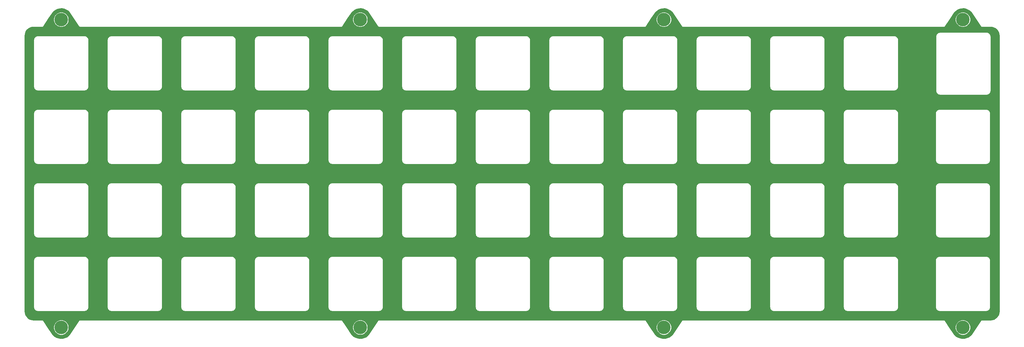
<source format=gbr>
G04 #@! TF.GenerationSoftware,KiCad,Pcbnew,(5.1.4-0)*
G04 #@! TF.CreationDate,2021-11-01T11:23:39-05:00*
G04 #@! TF.ProjectId,top_plate,746f705f-706c-4617-9465-2e6b69636164,rev?*
G04 #@! TF.SameCoordinates,Original*
G04 #@! TF.FileFunction,Copper,L1,Top*
G04 #@! TF.FilePolarity,Positive*
%FSLAX46Y46*%
G04 Gerber Fmt 4.6, Leading zero omitted, Abs format (unit mm)*
G04 Created by KiCad (PCBNEW (5.1.4-0)) date 2021-11-01 11:23:39*
%MOMM*%
%LPD*%
G04 APERTURE LIST*
%ADD10C,3.500000*%
%ADD11C,0.500000*%
%ADD12C,0.254000*%
G04 APERTURE END LIST*
D10*
X389335890Y-118467340D03*
X155973586Y-38695532D03*
X155973586Y-118467340D03*
X233364146Y-38695532D03*
X233364146Y-118454889D03*
X311945330Y-38695532D03*
X311945330Y-118467340D03*
X389335890Y-38695532D03*
D11*
X377423410Y-47606460D03*
D12*
G36*
X390022269Y-35956524D02*
G01*
X390541200Y-36141998D01*
X391014230Y-36424737D01*
X391426172Y-36796534D01*
X391594850Y-37000413D01*
X393967650Y-40559613D01*
X393971217Y-40566286D01*
X393980245Y-40577287D01*
X393990099Y-40589319D01*
X393990161Y-40589370D01*
X393990211Y-40589431D01*
X394001879Y-40599007D01*
X394013224Y-40608338D01*
X394013292Y-40608374D01*
X394013356Y-40608427D01*
X394026740Y-40615581D01*
X394039615Y-40622480D01*
X394039691Y-40622503D01*
X394039762Y-40622541D01*
X394053551Y-40626723D01*
X394068258Y-40631202D01*
X394068343Y-40631210D01*
X394068414Y-40631232D01*
X394082193Y-40632589D01*
X394098052Y-40634168D01*
X394105603Y-40633432D01*
X396472194Y-40633456D01*
X396912491Y-40676628D01*
X397328859Y-40802336D01*
X397712883Y-41006524D01*
X398049932Y-41281415D01*
X398327169Y-41616537D01*
X398534036Y-41999129D01*
X398662648Y-42414608D01*
X398708864Y-42854321D01*
X398708895Y-42863246D01*
X398708894Y-114292705D01*
X398665722Y-114733002D01*
X398540012Y-115149373D01*
X398335824Y-115533395D01*
X398060935Y-115870441D01*
X397725813Y-116147679D01*
X397343220Y-116354547D01*
X396927742Y-116483158D01*
X396488030Y-116529374D01*
X396479104Y-116529405D01*
X396478011Y-116529516D01*
X394105820Y-116529516D01*
X394098280Y-116528781D01*
X394083317Y-116530270D01*
X394068637Y-116531716D01*
X394068564Y-116531738D01*
X394068485Y-116531746D01*
X394054039Y-116536144D01*
X394039985Y-116540407D01*
X394039918Y-116540443D01*
X394039842Y-116540466D01*
X394026499Y-116547615D01*
X394013579Y-116554521D01*
X394013520Y-116554570D01*
X394013450Y-116554607D01*
X394002387Y-116563706D01*
X393990434Y-116573516D01*
X393990383Y-116573579D01*
X393990325Y-116573626D01*
X393981091Y-116584900D01*
X393971439Y-116596661D01*
X393967868Y-116603342D01*
X391597126Y-120159182D01*
X391222861Y-120568084D01*
X390778912Y-120894582D01*
X390279997Y-121128635D01*
X389745127Y-121261321D01*
X389194668Y-121287592D01*
X388649591Y-121206444D01*
X388130657Y-121020969D01*
X387657630Y-120738231D01*
X387245684Y-120366430D01*
X387077013Y-120162559D01*
X385815085Y-118269668D01*
X387328890Y-118269668D01*
X387328890Y-118665012D01*
X387406018Y-119052760D01*
X387557310Y-119418011D01*
X387776951Y-119746728D01*
X388056502Y-120026279D01*
X388385219Y-120245920D01*
X388750470Y-120397212D01*
X389138218Y-120474340D01*
X389533562Y-120474340D01*
X389921310Y-120397212D01*
X390286561Y-120245920D01*
X390615278Y-120026279D01*
X390894829Y-119746728D01*
X391114470Y-119418011D01*
X391265762Y-119052760D01*
X391342890Y-118665012D01*
X391342890Y-118269668D01*
X391265762Y-117881920D01*
X391114470Y-117516669D01*
X390894829Y-117187952D01*
X390615278Y-116908401D01*
X390286561Y-116688760D01*
X389921310Y-116537468D01*
X389533562Y-116460340D01*
X389138218Y-116460340D01*
X388750470Y-116537468D01*
X388385219Y-116688760D01*
X388056502Y-116908401D01*
X387776951Y-117187952D01*
X387557310Y-117516669D01*
X387406018Y-117881920D01*
X387328890Y-118269668D01*
X385815085Y-118269668D01*
X384704217Y-116603367D01*
X384700643Y-116596681D01*
X384690970Y-116584895D01*
X384681760Y-116573649D01*
X384681701Y-116573600D01*
X384681648Y-116573536D01*
X384669937Y-116563925D01*
X384658636Y-116554630D01*
X384658565Y-116554592D01*
X384658503Y-116554541D01*
X384645512Y-116547597D01*
X384632245Y-116540488D01*
X384632166Y-116540464D01*
X384632097Y-116540427D01*
X384618442Y-116536285D01*
X384603601Y-116531766D01*
X384603516Y-116531758D01*
X384603445Y-116531736D01*
X384589666Y-116530379D01*
X384573807Y-116528800D01*
X384566255Y-116529536D01*
X316715450Y-116529421D01*
X316707913Y-116528686D01*
X316692991Y-116530171D01*
X316678265Y-116531621D01*
X316678194Y-116531643D01*
X316678119Y-116531650D01*
X316663728Y-116536030D01*
X316649613Y-116540312D01*
X316649548Y-116540347D01*
X316649475Y-116540369D01*
X316636264Y-116547447D01*
X316623207Y-116554426D01*
X316623149Y-116554474D01*
X316623083Y-116554509D01*
X316611539Y-116564002D01*
X316600062Y-116573421D01*
X316600015Y-116573478D01*
X316599957Y-116573526D01*
X316590010Y-116585670D01*
X316581067Y-116596566D01*
X316577503Y-116603234D01*
X314206535Y-120159064D01*
X313832266Y-120567970D01*
X313388317Y-120894468D01*
X312889402Y-121128521D01*
X312354532Y-121261207D01*
X311804073Y-121287478D01*
X311258996Y-121206330D01*
X310740062Y-121020855D01*
X310267035Y-120738117D01*
X309855089Y-120366316D01*
X309686418Y-120162445D01*
X308424566Y-118269668D01*
X309938330Y-118269668D01*
X309938330Y-118665012D01*
X310015458Y-119052760D01*
X310166750Y-119418011D01*
X310386391Y-119746728D01*
X310665942Y-120026279D01*
X310994659Y-120245920D01*
X311359910Y-120397212D01*
X311747658Y-120474340D01*
X312143002Y-120474340D01*
X312530750Y-120397212D01*
X312896001Y-120245920D01*
X313224718Y-120026279D01*
X313504269Y-119746728D01*
X313723910Y-119418011D01*
X313875202Y-119052760D01*
X313952330Y-118665012D01*
X313952330Y-118269668D01*
X313875202Y-117881920D01*
X313723910Y-117516669D01*
X313504269Y-117187952D01*
X313224718Y-116908401D01*
X312896001Y-116688760D01*
X312530750Y-116537468D01*
X312143002Y-116460340D01*
X311747658Y-116460340D01*
X311359910Y-116537468D01*
X310994659Y-116688760D01*
X310665942Y-116908401D01*
X310386391Y-117187952D01*
X310166750Y-117516669D01*
X310015458Y-117881920D01*
X309938330Y-118269668D01*
X308424566Y-118269668D01*
X307313619Y-116603249D01*
X307310047Y-116596566D01*
X307300461Y-116584886D01*
X307291165Y-116573535D01*
X307291105Y-116573486D01*
X307291052Y-116573421D01*
X307279242Y-116563728D01*
X307268041Y-116554516D01*
X307267971Y-116554478D01*
X307267907Y-116554426D01*
X307254576Y-116547300D01*
X307241650Y-116540374D01*
X307241573Y-116540351D01*
X307241501Y-116540312D01*
X307227250Y-116535989D01*
X307213006Y-116531652D01*
X307212924Y-116531644D01*
X307212849Y-116531621D01*
X307198212Y-116530179D01*
X307183212Y-116528686D01*
X307175670Y-116529421D01*
X238134049Y-116529536D01*
X238126502Y-116528800D01*
X238110663Y-116530376D01*
X238096853Y-116531736D01*
X238096786Y-116531756D01*
X238096708Y-116531764D01*
X238081662Y-116536344D01*
X238068201Y-116540427D01*
X238068139Y-116540460D01*
X238068064Y-116540483D01*
X238054486Y-116547758D01*
X238041795Y-116554541D01*
X238041738Y-116554587D01*
X238041672Y-116554623D01*
X238030017Y-116564207D01*
X238018650Y-116573536D01*
X238018603Y-116573593D01*
X238018546Y-116573640D01*
X238009014Y-116585277D01*
X237999655Y-116596681D01*
X237996090Y-116603351D01*
X235625124Y-120159178D01*
X235250855Y-120568084D01*
X234806906Y-120894582D01*
X234307991Y-121128635D01*
X233773121Y-121261321D01*
X233222662Y-121287592D01*
X232677585Y-121206444D01*
X232158651Y-121020969D01*
X231685624Y-120738231D01*
X231273678Y-120366430D01*
X231105007Y-120162559D01*
X229834779Y-118257217D01*
X231357146Y-118257217D01*
X231357146Y-118652561D01*
X231434274Y-119040309D01*
X231585566Y-119405560D01*
X231805207Y-119734277D01*
X232084758Y-120013828D01*
X232413475Y-120233469D01*
X232778726Y-120384761D01*
X233166474Y-120461889D01*
X233561818Y-120461889D01*
X233949566Y-120384761D01*
X234314817Y-120233469D01*
X234643534Y-120013828D01*
X234923085Y-119734277D01*
X235142726Y-119405560D01*
X235294018Y-119040309D01*
X235371146Y-118652561D01*
X235371146Y-118257217D01*
X235294018Y-117869469D01*
X235142726Y-117504218D01*
X234923085Y-117175501D01*
X234643534Y-116895950D01*
X234314817Y-116676309D01*
X233949566Y-116525017D01*
X233561818Y-116447889D01*
X233166474Y-116447889D01*
X232778726Y-116525017D01*
X232413475Y-116676309D01*
X232084758Y-116895950D01*
X231805207Y-117175501D01*
X231585566Y-117504218D01*
X231434274Y-117869469D01*
X231357146Y-118257217D01*
X229834779Y-118257217D01*
X228732211Y-116603367D01*
X228728637Y-116596681D01*
X228718964Y-116584895D01*
X228709754Y-116573649D01*
X228709695Y-116573600D01*
X228709642Y-116573536D01*
X228697931Y-116563925D01*
X228686630Y-116554630D01*
X228686559Y-116554592D01*
X228686497Y-116554541D01*
X228673506Y-116547597D01*
X228660239Y-116540488D01*
X228660160Y-116540464D01*
X228660091Y-116540427D01*
X228646436Y-116536285D01*
X228631595Y-116531766D01*
X228631510Y-116531758D01*
X228631439Y-116531736D01*
X228617660Y-116530379D01*
X228601801Y-116528800D01*
X228594249Y-116529536D01*
X160743706Y-116529421D01*
X160736169Y-116528686D01*
X160721247Y-116530171D01*
X160706521Y-116531621D01*
X160706450Y-116531643D01*
X160706375Y-116531650D01*
X160691984Y-116536030D01*
X160677869Y-116540312D01*
X160677804Y-116540347D01*
X160677731Y-116540369D01*
X160664520Y-116547447D01*
X160651463Y-116554426D01*
X160651405Y-116554474D01*
X160651339Y-116554509D01*
X160639795Y-116564002D01*
X160628318Y-116573421D01*
X160628271Y-116573478D01*
X160628213Y-116573526D01*
X160618266Y-116585670D01*
X160609323Y-116596566D01*
X160605759Y-116603234D01*
X158234791Y-120159064D01*
X157860522Y-120567970D01*
X157416573Y-120894468D01*
X156917658Y-121128521D01*
X156382788Y-121261207D01*
X155832329Y-121287478D01*
X155287252Y-121206330D01*
X154768318Y-121020855D01*
X154295291Y-120738117D01*
X153883345Y-120366316D01*
X153714674Y-120162445D01*
X152452822Y-118269668D01*
X153966586Y-118269668D01*
X153966586Y-118665012D01*
X154043714Y-119052760D01*
X154195006Y-119418011D01*
X154414647Y-119746728D01*
X154694198Y-120026279D01*
X155022915Y-120245920D01*
X155388166Y-120397212D01*
X155775914Y-120474340D01*
X156171258Y-120474340D01*
X156559006Y-120397212D01*
X156924257Y-120245920D01*
X157252974Y-120026279D01*
X157532525Y-119746728D01*
X157752166Y-119418011D01*
X157903458Y-119052760D01*
X157980586Y-118665012D01*
X157980586Y-118269668D01*
X157903458Y-117881920D01*
X157752166Y-117516669D01*
X157532525Y-117187952D01*
X157252974Y-116908401D01*
X156924257Y-116688760D01*
X156559006Y-116537468D01*
X156171258Y-116460340D01*
X155775914Y-116460340D01*
X155388166Y-116537468D01*
X155022915Y-116688760D01*
X154694198Y-116908401D01*
X154414647Y-117187952D01*
X154195006Y-117516669D01*
X154043714Y-117881920D01*
X153966586Y-118269668D01*
X152452822Y-118269668D01*
X151341897Y-116603283D01*
X151338349Y-116596635D01*
X151328675Y-116584834D01*
X151319421Y-116573535D01*
X151319393Y-116573512D01*
X151319366Y-116573479D01*
X151307535Y-116563759D01*
X151296297Y-116554516D01*
X151296261Y-116554497D01*
X151296231Y-116554472D01*
X151283393Y-116547601D01*
X151269906Y-116540374D01*
X151269867Y-116540362D01*
X151269833Y-116540344D01*
X151256014Y-116536144D01*
X151241262Y-116531652D01*
X151241221Y-116531648D01*
X151241185Y-116531637D01*
X151227819Y-116530314D01*
X151211468Y-116528686D01*
X151203957Y-116529418D01*
X148837332Y-116528149D01*
X148397229Y-116484996D01*
X147981092Y-116359357D01*
X147597288Y-116155285D01*
X147260433Y-115880552D01*
X146983353Y-115545621D01*
X146776602Y-115163243D01*
X146648062Y-114747998D01*
X146601872Y-114308531D01*
X146601842Y-114299872D01*
X146601822Y-113164161D01*
X148820530Y-113164161D01*
X148821224Y-113171203D01*
X148821180Y-113177458D01*
X148821387Y-113179570D01*
X148841788Y-113373667D01*
X148844557Y-113387157D01*
X148847139Y-113400694D01*
X148847753Y-113402725D01*
X148905465Y-113589163D01*
X148910790Y-113601830D01*
X148915964Y-113614637D01*
X148916960Y-113616511D01*
X149009785Y-113788187D01*
X149017484Y-113799602D01*
X149025033Y-113811137D01*
X149026374Y-113812782D01*
X149150778Y-113963159D01*
X149160573Y-113972886D01*
X149170193Y-113982710D01*
X149171828Y-113984063D01*
X149323070Y-114107413D01*
X149334550Y-114115040D01*
X149345912Y-114122820D01*
X149347778Y-114123829D01*
X149520101Y-114215454D01*
X149532844Y-114220707D01*
X149545500Y-114226131D01*
X149547527Y-114226759D01*
X149734363Y-114283168D01*
X149747923Y-114285853D01*
X149761353Y-114288708D01*
X149763463Y-114288930D01*
X149957697Y-114307975D01*
X149957708Y-114307975D01*
X149965068Y-114308700D01*
X161979992Y-114308700D01*
X161987034Y-114308006D01*
X161993288Y-114308050D01*
X161995400Y-114307843D01*
X162189497Y-114287442D01*
X162202987Y-114284673D01*
X162216524Y-114282091D01*
X162218553Y-114281478D01*
X162218559Y-114281476D01*
X162404993Y-114223765D01*
X162417660Y-114218440D01*
X162430467Y-114213266D01*
X162432341Y-114212270D01*
X162604017Y-114119445D01*
X162615432Y-114111746D01*
X162626967Y-114104197D01*
X162628612Y-114102856D01*
X162778989Y-113978452D01*
X162788716Y-113968657D01*
X162798540Y-113959037D01*
X162799893Y-113957402D01*
X162923243Y-113806160D01*
X162930870Y-113794680D01*
X162938650Y-113783318D01*
X162939659Y-113781452D01*
X163031284Y-113609129D01*
X163036537Y-113596386D01*
X163041961Y-113583730D01*
X163042589Y-113581703D01*
X163098998Y-113394867D01*
X163101683Y-113381307D01*
X163104538Y-113367877D01*
X163104760Y-113365767D01*
X163123805Y-113171533D01*
X163123805Y-113171522D01*
X163124530Y-113164162D01*
X163124530Y-113164161D01*
X167870610Y-113164161D01*
X167871304Y-113171203D01*
X167871260Y-113177458D01*
X167871467Y-113179570D01*
X167891868Y-113373667D01*
X167894637Y-113387157D01*
X167897219Y-113400694D01*
X167897833Y-113402725D01*
X167955545Y-113589163D01*
X167960870Y-113601830D01*
X167966044Y-113614637D01*
X167967040Y-113616511D01*
X168059865Y-113788187D01*
X168067564Y-113799602D01*
X168075113Y-113811137D01*
X168076454Y-113812782D01*
X168200858Y-113963159D01*
X168210653Y-113972886D01*
X168220273Y-113982710D01*
X168221908Y-113984063D01*
X168373150Y-114107413D01*
X168384630Y-114115040D01*
X168395992Y-114122820D01*
X168397858Y-114123829D01*
X168570181Y-114215454D01*
X168582924Y-114220707D01*
X168595580Y-114226131D01*
X168597607Y-114226759D01*
X168784443Y-114283168D01*
X168798003Y-114285853D01*
X168811433Y-114288708D01*
X168813543Y-114288930D01*
X169007777Y-114307975D01*
X169007788Y-114307975D01*
X169015148Y-114308700D01*
X181030072Y-114308700D01*
X181037114Y-114308006D01*
X181043368Y-114308050D01*
X181045480Y-114307843D01*
X181239577Y-114287442D01*
X181253067Y-114284673D01*
X181266604Y-114282091D01*
X181268633Y-114281478D01*
X181268639Y-114281476D01*
X181455073Y-114223765D01*
X181467740Y-114218440D01*
X181480547Y-114213266D01*
X181482421Y-114212270D01*
X181654097Y-114119445D01*
X181665512Y-114111746D01*
X181677047Y-114104197D01*
X181678692Y-114102856D01*
X181829069Y-113978452D01*
X181838796Y-113968657D01*
X181848620Y-113959037D01*
X181849973Y-113957402D01*
X181973323Y-113806160D01*
X181980950Y-113794680D01*
X181988730Y-113783318D01*
X181989739Y-113781452D01*
X182081364Y-113609129D01*
X182086617Y-113596386D01*
X182092041Y-113583730D01*
X182092669Y-113581703D01*
X182149078Y-113394867D01*
X182151763Y-113381307D01*
X182154618Y-113367877D01*
X182154840Y-113365767D01*
X182173885Y-113171533D01*
X182173885Y-113171522D01*
X182174610Y-113164162D01*
X182174610Y-113164161D01*
X186920690Y-113164161D01*
X186921384Y-113171203D01*
X186921340Y-113177458D01*
X186921547Y-113179570D01*
X186941948Y-113373667D01*
X186944717Y-113387157D01*
X186947299Y-113400694D01*
X186947913Y-113402725D01*
X187005625Y-113589163D01*
X187010950Y-113601830D01*
X187016124Y-113614637D01*
X187017120Y-113616511D01*
X187109945Y-113788187D01*
X187117644Y-113799602D01*
X187125193Y-113811137D01*
X187126534Y-113812782D01*
X187250938Y-113963159D01*
X187260733Y-113972886D01*
X187270353Y-113982710D01*
X187271988Y-113984063D01*
X187423230Y-114107413D01*
X187434710Y-114115040D01*
X187446072Y-114122820D01*
X187447938Y-114123829D01*
X187620261Y-114215454D01*
X187633004Y-114220707D01*
X187645660Y-114226131D01*
X187647687Y-114226759D01*
X187834523Y-114283168D01*
X187848083Y-114285853D01*
X187861513Y-114288708D01*
X187863623Y-114288930D01*
X188057857Y-114307975D01*
X188057868Y-114307975D01*
X188065228Y-114308700D01*
X200080152Y-114308700D01*
X200087194Y-114308006D01*
X200093448Y-114308050D01*
X200095560Y-114307843D01*
X200289657Y-114287442D01*
X200303147Y-114284673D01*
X200316684Y-114282091D01*
X200318713Y-114281478D01*
X200318719Y-114281476D01*
X200505153Y-114223765D01*
X200517820Y-114218440D01*
X200530627Y-114213266D01*
X200532501Y-114212270D01*
X200704177Y-114119445D01*
X200715592Y-114111746D01*
X200727127Y-114104197D01*
X200728772Y-114102856D01*
X200879149Y-113978452D01*
X200888876Y-113968657D01*
X200898700Y-113959037D01*
X200900053Y-113957402D01*
X201023403Y-113806160D01*
X201031030Y-113794680D01*
X201038810Y-113783318D01*
X201039819Y-113781452D01*
X201131444Y-113609129D01*
X201136697Y-113596386D01*
X201142121Y-113583730D01*
X201142749Y-113581703D01*
X201199158Y-113394867D01*
X201201843Y-113381307D01*
X201204698Y-113367877D01*
X201204920Y-113365767D01*
X201223965Y-113171533D01*
X201223965Y-113171522D01*
X201224690Y-113164162D01*
X201224690Y-113164161D01*
X205970770Y-113164161D01*
X205971464Y-113171203D01*
X205971420Y-113177458D01*
X205971627Y-113179570D01*
X205992028Y-113373667D01*
X205994797Y-113387157D01*
X205997379Y-113400694D01*
X205997993Y-113402725D01*
X206055705Y-113589163D01*
X206061030Y-113601830D01*
X206066204Y-113614637D01*
X206067200Y-113616511D01*
X206160025Y-113788187D01*
X206167724Y-113799602D01*
X206175273Y-113811137D01*
X206176614Y-113812782D01*
X206301018Y-113963159D01*
X206310813Y-113972886D01*
X206320433Y-113982710D01*
X206322068Y-113984063D01*
X206473310Y-114107413D01*
X206484790Y-114115040D01*
X206496152Y-114122820D01*
X206498018Y-114123829D01*
X206670341Y-114215454D01*
X206683084Y-114220707D01*
X206695740Y-114226131D01*
X206697767Y-114226759D01*
X206884603Y-114283168D01*
X206898163Y-114285853D01*
X206911593Y-114288708D01*
X206913703Y-114288930D01*
X207107937Y-114307975D01*
X207107948Y-114307975D01*
X207115308Y-114308700D01*
X219130232Y-114308700D01*
X219137274Y-114308006D01*
X219143528Y-114308050D01*
X219145640Y-114307843D01*
X219339737Y-114287442D01*
X219353227Y-114284673D01*
X219366764Y-114282091D01*
X219368793Y-114281478D01*
X219368799Y-114281476D01*
X219555233Y-114223765D01*
X219567900Y-114218440D01*
X219580707Y-114213266D01*
X219582581Y-114212270D01*
X219754257Y-114119445D01*
X219765672Y-114111746D01*
X219777207Y-114104197D01*
X219778852Y-114102856D01*
X219929229Y-113978452D01*
X219938956Y-113968657D01*
X219948780Y-113959037D01*
X219950133Y-113957402D01*
X220073483Y-113806160D01*
X220081110Y-113794680D01*
X220088890Y-113783318D01*
X220089899Y-113781452D01*
X220181524Y-113609129D01*
X220186777Y-113596386D01*
X220192201Y-113583730D01*
X220192829Y-113581703D01*
X220249238Y-113394867D01*
X220251923Y-113381307D01*
X220254778Y-113367877D01*
X220255000Y-113365767D01*
X220274045Y-113171533D01*
X220274045Y-113171522D01*
X220274770Y-113164162D01*
X220274770Y-113164161D01*
X225020850Y-113164161D01*
X225021544Y-113171203D01*
X225021500Y-113177458D01*
X225021707Y-113179570D01*
X225042108Y-113373667D01*
X225044877Y-113387157D01*
X225047459Y-113400694D01*
X225048073Y-113402725D01*
X225105785Y-113589163D01*
X225111110Y-113601830D01*
X225116284Y-113614637D01*
X225117280Y-113616511D01*
X225210105Y-113788187D01*
X225217804Y-113799602D01*
X225225353Y-113811137D01*
X225226694Y-113812782D01*
X225351098Y-113963159D01*
X225360893Y-113972886D01*
X225370513Y-113982710D01*
X225372148Y-113984063D01*
X225523390Y-114107413D01*
X225534870Y-114115040D01*
X225546232Y-114122820D01*
X225548098Y-114123829D01*
X225720421Y-114215454D01*
X225733164Y-114220707D01*
X225745820Y-114226131D01*
X225747847Y-114226759D01*
X225934683Y-114283168D01*
X225948243Y-114285853D01*
X225961673Y-114288708D01*
X225963783Y-114288930D01*
X226158017Y-114307975D01*
X226158028Y-114307975D01*
X226165388Y-114308700D01*
X238180312Y-114308700D01*
X238187354Y-114308006D01*
X238193608Y-114308050D01*
X238195720Y-114307843D01*
X238389817Y-114287442D01*
X238403307Y-114284673D01*
X238416844Y-114282091D01*
X238418873Y-114281478D01*
X238418879Y-114281476D01*
X238605313Y-114223765D01*
X238617980Y-114218440D01*
X238630787Y-114213266D01*
X238632661Y-114212270D01*
X238804337Y-114119445D01*
X238815752Y-114111746D01*
X238827287Y-114104197D01*
X238828932Y-114102856D01*
X238979309Y-113978452D01*
X238989036Y-113968657D01*
X238998860Y-113959037D01*
X239000213Y-113957402D01*
X239123563Y-113806160D01*
X239131190Y-113794680D01*
X239138970Y-113783318D01*
X239139979Y-113781452D01*
X239231604Y-113609129D01*
X239236857Y-113596386D01*
X239242281Y-113583730D01*
X239242909Y-113581703D01*
X239299318Y-113394867D01*
X239302003Y-113381307D01*
X239304858Y-113367877D01*
X239305080Y-113365767D01*
X239324125Y-113171533D01*
X239324125Y-113171522D01*
X239324850Y-113164162D01*
X239324850Y-113164161D01*
X244070930Y-113164161D01*
X244071624Y-113171203D01*
X244071580Y-113177458D01*
X244071787Y-113179570D01*
X244092188Y-113373667D01*
X244094957Y-113387157D01*
X244097539Y-113400694D01*
X244098153Y-113402725D01*
X244155865Y-113589163D01*
X244161190Y-113601830D01*
X244166364Y-113614637D01*
X244167360Y-113616511D01*
X244260185Y-113788187D01*
X244267884Y-113799602D01*
X244275433Y-113811137D01*
X244276774Y-113812782D01*
X244401178Y-113963159D01*
X244410973Y-113972886D01*
X244420593Y-113982710D01*
X244422228Y-113984063D01*
X244573470Y-114107413D01*
X244584950Y-114115040D01*
X244596312Y-114122820D01*
X244598178Y-114123829D01*
X244770501Y-114215454D01*
X244783244Y-114220707D01*
X244795900Y-114226131D01*
X244797927Y-114226759D01*
X244984763Y-114283168D01*
X244998323Y-114285853D01*
X245011753Y-114288708D01*
X245013863Y-114288930D01*
X245208097Y-114307975D01*
X245208108Y-114307975D01*
X245215468Y-114308700D01*
X257230392Y-114308700D01*
X257237434Y-114308006D01*
X257243688Y-114308050D01*
X257245800Y-114307843D01*
X257439897Y-114287442D01*
X257453387Y-114284673D01*
X257466924Y-114282091D01*
X257468953Y-114281478D01*
X257468959Y-114281476D01*
X257655393Y-114223765D01*
X257668060Y-114218440D01*
X257680867Y-114213266D01*
X257682741Y-114212270D01*
X257854417Y-114119445D01*
X257865832Y-114111746D01*
X257877367Y-114104197D01*
X257879012Y-114102856D01*
X258029389Y-113978452D01*
X258039116Y-113968657D01*
X258048940Y-113959037D01*
X258050293Y-113957402D01*
X258173643Y-113806160D01*
X258181270Y-113794680D01*
X258189050Y-113783318D01*
X258190059Y-113781452D01*
X258281684Y-113609129D01*
X258286937Y-113596386D01*
X258292361Y-113583730D01*
X258292989Y-113581703D01*
X258349398Y-113394867D01*
X258352083Y-113381307D01*
X258354938Y-113367877D01*
X258355160Y-113365767D01*
X258374205Y-113171533D01*
X258374205Y-113171522D01*
X258374930Y-113164162D01*
X258374930Y-113164161D01*
X263121010Y-113164161D01*
X263121704Y-113171203D01*
X263121660Y-113177458D01*
X263121867Y-113179570D01*
X263142268Y-113373667D01*
X263145037Y-113387157D01*
X263147619Y-113400694D01*
X263148233Y-113402725D01*
X263205945Y-113589163D01*
X263211270Y-113601830D01*
X263216444Y-113614637D01*
X263217440Y-113616511D01*
X263310265Y-113788187D01*
X263317964Y-113799602D01*
X263325513Y-113811137D01*
X263326854Y-113812782D01*
X263451258Y-113963159D01*
X263461053Y-113972886D01*
X263470673Y-113982710D01*
X263472308Y-113984063D01*
X263623550Y-114107413D01*
X263635030Y-114115040D01*
X263646392Y-114122820D01*
X263648258Y-114123829D01*
X263820581Y-114215454D01*
X263833324Y-114220707D01*
X263845980Y-114226131D01*
X263848007Y-114226759D01*
X264034843Y-114283168D01*
X264048403Y-114285853D01*
X264061833Y-114288708D01*
X264063943Y-114288930D01*
X264258177Y-114307975D01*
X264258188Y-114307975D01*
X264265548Y-114308700D01*
X276280472Y-114308700D01*
X276287514Y-114308006D01*
X276293768Y-114308050D01*
X276295880Y-114307843D01*
X276489977Y-114287442D01*
X276503467Y-114284673D01*
X276517004Y-114282091D01*
X276519033Y-114281478D01*
X276519039Y-114281476D01*
X276705473Y-114223765D01*
X276718140Y-114218440D01*
X276730947Y-114213266D01*
X276732821Y-114212270D01*
X276904497Y-114119445D01*
X276915912Y-114111746D01*
X276927447Y-114104197D01*
X276929092Y-114102856D01*
X277079469Y-113978452D01*
X277089196Y-113968657D01*
X277099020Y-113959037D01*
X277100373Y-113957402D01*
X277223723Y-113806160D01*
X277231350Y-113794680D01*
X277239130Y-113783318D01*
X277240139Y-113781452D01*
X277331764Y-113609129D01*
X277337017Y-113596386D01*
X277342441Y-113583730D01*
X277343069Y-113581703D01*
X277399478Y-113394867D01*
X277402163Y-113381307D01*
X277405018Y-113367877D01*
X277405240Y-113365767D01*
X277424285Y-113171533D01*
X277424285Y-113171522D01*
X277425010Y-113164162D01*
X277425010Y-113164161D01*
X282171090Y-113164161D01*
X282171784Y-113171203D01*
X282171740Y-113177458D01*
X282171947Y-113179570D01*
X282192348Y-113373667D01*
X282195117Y-113387157D01*
X282197699Y-113400694D01*
X282198313Y-113402725D01*
X282256025Y-113589163D01*
X282261350Y-113601830D01*
X282266524Y-113614637D01*
X282267520Y-113616511D01*
X282360345Y-113788187D01*
X282368044Y-113799602D01*
X282375593Y-113811137D01*
X282376934Y-113812782D01*
X282501338Y-113963159D01*
X282511133Y-113972886D01*
X282520753Y-113982710D01*
X282522388Y-113984063D01*
X282673630Y-114107413D01*
X282685110Y-114115040D01*
X282696472Y-114122820D01*
X282698338Y-114123829D01*
X282870661Y-114215454D01*
X282883404Y-114220707D01*
X282896060Y-114226131D01*
X282898087Y-114226759D01*
X283084923Y-114283168D01*
X283098483Y-114285853D01*
X283111913Y-114288708D01*
X283114023Y-114288930D01*
X283308257Y-114307975D01*
X283308268Y-114307975D01*
X283315628Y-114308700D01*
X295330552Y-114308700D01*
X295337594Y-114308006D01*
X295343848Y-114308050D01*
X295345960Y-114307843D01*
X295540057Y-114287442D01*
X295553547Y-114284673D01*
X295567084Y-114282091D01*
X295569113Y-114281478D01*
X295569119Y-114281476D01*
X295755553Y-114223765D01*
X295768220Y-114218440D01*
X295781027Y-114213266D01*
X295782901Y-114212270D01*
X295954577Y-114119445D01*
X295965992Y-114111746D01*
X295977527Y-114104197D01*
X295979172Y-114102856D01*
X296129549Y-113978452D01*
X296139276Y-113968657D01*
X296149100Y-113959037D01*
X296150453Y-113957402D01*
X296273803Y-113806160D01*
X296281430Y-113794680D01*
X296289210Y-113783318D01*
X296290219Y-113781452D01*
X296381844Y-113609129D01*
X296387097Y-113596386D01*
X296392521Y-113583730D01*
X296393149Y-113581703D01*
X296449558Y-113394867D01*
X296452243Y-113381307D01*
X296455098Y-113367877D01*
X296455320Y-113365767D01*
X296474365Y-113171533D01*
X296474365Y-113171522D01*
X296475090Y-113164162D01*
X296475090Y-113164161D01*
X301221170Y-113164161D01*
X301221864Y-113171203D01*
X301221820Y-113177458D01*
X301222027Y-113179570D01*
X301242428Y-113373667D01*
X301245197Y-113387157D01*
X301247779Y-113400694D01*
X301248393Y-113402725D01*
X301306105Y-113589163D01*
X301311430Y-113601830D01*
X301316604Y-113614637D01*
X301317600Y-113616511D01*
X301410425Y-113788187D01*
X301418124Y-113799602D01*
X301425673Y-113811137D01*
X301427014Y-113812782D01*
X301551418Y-113963159D01*
X301561213Y-113972886D01*
X301570833Y-113982710D01*
X301572468Y-113984063D01*
X301723710Y-114107413D01*
X301735190Y-114115040D01*
X301746552Y-114122820D01*
X301748418Y-114123829D01*
X301920741Y-114215454D01*
X301933484Y-114220707D01*
X301946140Y-114226131D01*
X301948167Y-114226759D01*
X302135003Y-114283168D01*
X302148563Y-114285853D01*
X302161993Y-114288708D01*
X302164103Y-114288930D01*
X302358337Y-114307975D01*
X302358348Y-114307975D01*
X302365708Y-114308700D01*
X314380632Y-114308700D01*
X314387674Y-114308006D01*
X314393928Y-114308050D01*
X314396040Y-114307843D01*
X314590137Y-114287442D01*
X314603627Y-114284673D01*
X314617164Y-114282091D01*
X314619193Y-114281478D01*
X314619199Y-114281476D01*
X314805633Y-114223765D01*
X314818300Y-114218440D01*
X314831107Y-114213266D01*
X314832981Y-114212270D01*
X315004657Y-114119445D01*
X315016072Y-114111746D01*
X315027607Y-114104197D01*
X315029252Y-114102856D01*
X315179629Y-113978452D01*
X315189356Y-113968657D01*
X315199180Y-113959037D01*
X315200533Y-113957402D01*
X315323883Y-113806160D01*
X315331510Y-113794680D01*
X315339290Y-113783318D01*
X315340299Y-113781452D01*
X315431924Y-113609129D01*
X315437177Y-113596386D01*
X315442601Y-113583730D01*
X315443229Y-113581703D01*
X315499638Y-113394867D01*
X315502323Y-113381307D01*
X315505178Y-113367877D01*
X315505400Y-113365767D01*
X315524445Y-113171533D01*
X315524445Y-113171522D01*
X315525170Y-113164162D01*
X315525170Y-113164161D01*
X320271250Y-113164161D01*
X320271944Y-113171203D01*
X320271900Y-113177458D01*
X320272107Y-113179570D01*
X320292508Y-113373667D01*
X320295277Y-113387157D01*
X320297859Y-113400694D01*
X320298473Y-113402725D01*
X320356185Y-113589163D01*
X320361510Y-113601830D01*
X320366684Y-113614637D01*
X320367680Y-113616511D01*
X320460505Y-113788187D01*
X320468204Y-113799602D01*
X320475753Y-113811137D01*
X320477094Y-113812782D01*
X320601498Y-113963159D01*
X320611293Y-113972886D01*
X320620913Y-113982710D01*
X320622548Y-113984063D01*
X320773790Y-114107413D01*
X320785270Y-114115040D01*
X320796632Y-114122820D01*
X320798498Y-114123829D01*
X320970821Y-114215454D01*
X320983564Y-114220707D01*
X320996220Y-114226131D01*
X320998247Y-114226759D01*
X321185083Y-114283168D01*
X321198643Y-114285853D01*
X321212073Y-114288708D01*
X321214183Y-114288930D01*
X321408417Y-114307975D01*
X321408428Y-114307975D01*
X321415788Y-114308700D01*
X333430712Y-114308700D01*
X333437754Y-114308006D01*
X333444008Y-114308050D01*
X333446120Y-114307843D01*
X333640217Y-114287442D01*
X333653707Y-114284673D01*
X333667244Y-114282091D01*
X333669273Y-114281478D01*
X333669279Y-114281476D01*
X333855713Y-114223765D01*
X333868380Y-114218440D01*
X333881187Y-114213266D01*
X333883061Y-114212270D01*
X334054737Y-114119445D01*
X334066152Y-114111746D01*
X334077687Y-114104197D01*
X334079332Y-114102856D01*
X334229709Y-113978452D01*
X334239436Y-113968657D01*
X334249260Y-113959037D01*
X334250613Y-113957402D01*
X334373963Y-113806160D01*
X334381590Y-113794680D01*
X334389370Y-113783318D01*
X334390379Y-113781452D01*
X334482004Y-113609129D01*
X334487257Y-113596386D01*
X334492681Y-113583730D01*
X334493309Y-113581703D01*
X334549718Y-113394867D01*
X334552403Y-113381307D01*
X334555258Y-113367877D01*
X334555480Y-113365767D01*
X334574525Y-113171533D01*
X334574525Y-113171522D01*
X334574925Y-113167461D01*
X339321330Y-113167461D01*
X339322024Y-113174503D01*
X339321980Y-113180758D01*
X339322187Y-113182870D01*
X339342588Y-113376967D01*
X339345357Y-113390457D01*
X339347939Y-113403994D01*
X339348553Y-113406025D01*
X339406265Y-113592463D01*
X339411590Y-113605130D01*
X339416764Y-113617937D01*
X339417760Y-113619811D01*
X339510585Y-113791487D01*
X339518284Y-113802902D01*
X339525833Y-113814437D01*
X339527174Y-113816082D01*
X339651578Y-113966459D01*
X339661373Y-113976186D01*
X339670993Y-113986010D01*
X339672628Y-113987363D01*
X339823870Y-114110713D01*
X339835350Y-114118340D01*
X339846712Y-114126120D01*
X339848578Y-114127129D01*
X340020901Y-114218754D01*
X340033644Y-114224007D01*
X340046300Y-114229431D01*
X340048327Y-114230059D01*
X340235163Y-114286468D01*
X340248723Y-114289153D01*
X340262153Y-114292008D01*
X340264263Y-114292230D01*
X340458497Y-114311275D01*
X340458508Y-114311275D01*
X340465868Y-114312000D01*
X352480792Y-114312000D01*
X352487834Y-114311306D01*
X352494088Y-114311350D01*
X352496200Y-114311143D01*
X352690297Y-114290742D01*
X352703787Y-114287973D01*
X352717324Y-114285391D01*
X352719353Y-114284778D01*
X352719359Y-114284776D01*
X352905793Y-114227065D01*
X352918460Y-114221740D01*
X352931267Y-114216566D01*
X352933141Y-114215570D01*
X353104817Y-114122745D01*
X353116232Y-114115046D01*
X353127767Y-114107497D01*
X353129412Y-114106156D01*
X353279789Y-113981752D01*
X353289516Y-113971957D01*
X353299340Y-113962337D01*
X353300693Y-113960702D01*
X353424043Y-113809460D01*
X353431670Y-113797980D01*
X353439450Y-113786618D01*
X353440459Y-113784752D01*
X353532084Y-113612429D01*
X353537337Y-113599686D01*
X353542761Y-113587030D01*
X353543389Y-113585003D01*
X353599798Y-113398167D01*
X353602483Y-113384607D01*
X353605338Y-113371177D01*
X353605560Y-113369067D01*
X353624605Y-113174833D01*
X353624605Y-113174822D01*
X353625330Y-113167462D01*
X353625330Y-113164161D01*
X358371410Y-113164161D01*
X358372104Y-113171203D01*
X358372060Y-113177458D01*
X358372267Y-113179570D01*
X358392668Y-113373667D01*
X358395437Y-113387157D01*
X358398019Y-113400694D01*
X358398633Y-113402725D01*
X358456345Y-113589163D01*
X358461670Y-113601830D01*
X358466844Y-113614637D01*
X358467840Y-113616511D01*
X358560665Y-113788187D01*
X358568364Y-113799602D01*
X358575913Y-113811137D01*
X358577254Y-113812782D01*
X358701658Y-113963159D01*
X358711453Y-113972886D01*
X358721073Y-113982710D01*
X358722708Y-113984063D01*
X358873950Y-114107413D01*
X358885430Y-114115040D01*
X358896792Y-114122820D01*
X358898658Y-114123829D01*
X359070981Y-114215454D01*
X359083724Y-114220707D01*
X359096380Y-114226131D01*
X359098407Y-114226759D01*
X359285243Y-114283168D01*
X359298803Y-114285853D01*
X359312233Y-114288708D01*
X359314343Y-114288930D01*
X359508577Y-114307975D01*
X359508588Y-114307975D01*
X359515948Y-114308700D01*
X371530872Y-114308700D01*
X371537914Y-114308006D01*
X371544168Y-114308050D01*
X371546280Y-114307843D01*
X371740377Y-114287442D01*
X371753867Y-114284673D01*
X371767404Y-114282091D01*
X371769433Y-114281478D01*
X371769439Y-114281476D01*
X371955873Y-114223765D01*
X371968540Y-114218440D01*
X371981347Y-114213266D01*
X371983221Y-114212270D01*
X372154897Y-114119445D01*
X372166312Y-114111746D01*
X372177847Y-114104197D01*
X372179492Y-114102856D01*
X372329869Y-113978452D01*
X372339596Y-113968657D01*
X372349420Y-113959037D01*
X372350773Y-113957402D01*
X372474123Y-113806160D01*
X372481750Y-113794680D01*
X372489530Y-113783318D01*
X372490539Y-113781452D01*
X372582164Y-113609129D01*
X372587417Y-113596386D01*
X372592841Y-113583730D01*
X372593469Y-113581703D01*
X372649878Y-113394867D01*
X372652563Y-113381307D01*
X372655418Y-113367877D01*
X372655640Y-113365767D01*
X372674685Y-113171533D01*
X372674685Y-113171522D01*
X372675410Y-113164162D01*
X372675410Y-113164161D01*
X382184010Y-113164161D01*
X382184704Y-113171203D01*
X382184660Y-113177458D01*
X382184867Y-113179570D01*
X382205268Y-113373667D01*
X382208037Y-113387157D01*
X382210619Y-113400694D01*
X382211233Y-113402725D01*
X382268945Y-113589163D01*
X382274270Y-113601830D01*
X382279444Y-113614637D01*
X382280440Y-113616511D01*
X382373265Y-113788187D01*
X382380964Y-113799602D01*
X382388513Y-113811137D01*
X382389854Y-113812782D01*
X382514258Y-113963159D01*
X382524053Y-113972886D01*
X382533673Y-113982710D01*
X382535308Y-113984063D01*
X382686550Y-114107413D01*
X382698030Y-114115040D01*
X382709392Y-114122820D01*
X382711258Y-114123829D01*
X382883581Y-114215454D01*
X382896324Y-114220707D01*
X382908980Y-114226131D01*
X382911007Y-114226759D01*
X383097843Y-114283168D01*
X383111403Y-114285853D01*
X383124833Y-114288708D01*
X383126943Y-114288930D01*
X383321177Y-114307975D01*
X383321188Y-114307975D01*
X383328548Y-114308700D01*
X395343472Y-114308700D01*
X395350514Y-114308006D01*
X395356768Y-114308050D01*
X395358880Y-114307843D01*
X395552977Y-114287442D01*
X395566467Y-114284673D01*
X395580004Y-114282091D01*
X395582033Y-114281478D01*
X395582039Y-114281476D01*
X395768473Y-114223765D01*
X395781140Y-114218440D01*
X395793947Y-114213266D01*
X395795821Y-114212270D01*
X395967497Y-114119445D01*
X395978912Y-114111746D01*
X395990447Y-114104197D01*
X395992092Y-114102856D01*
X396142469Y-113978452D01*
X396152196Y-113968657D01*
X396162020Y-113959037D01*
X396163373Y-113957402D01*
X396286723Y-113806160D01*
X396294350Y-113794680D01*
X396302130Y-113783318D01*
X396303139Y-113781452D01*
X396394764Y-113609129D01*
X396400017Y-113596386D01*
X396405441Y-113583730D01*
X396406069Y-113581703D01*
X396462478Y-113394867D01*
X396465163Y-113381307D01*
X396468018Y-113367877D01*
X396468240Y-113365767D01*
X396487285Y-113171533D01*
X396487285Y-113171522D01*
X396488010Y-113164162D01*
X396488010Y-101149238D01*
X396487316Y-101142196D01*
X396487360Y-101135942D01*
X396487153Y-101133830D01*
X396466752Y-100939733D01*
X396463977Y-100926212D01*
X396461400Y-100912706D01*
X396460787Y-100910674D01*
X396403075Y-100724237D01*
X396397750Y-100711570D01*
X396392576Y-100698763D01*
X396391580Y-100696889D01*
X396298755Y-100525212D01*
X396291044Y-100513780D01*
X396283507Y-100502263D01*
X396282166Y-100500618D01*
X396157762Y-100350240D01*
X396147948Y-100340495D01*
X396138347Y-100330690D01*
X396136712Y-100329337D01*
X395985470Y-100205987D01*
X395973964Y-100198343D01*
X395962628Y-100190581D01*
X395960762Y-100189571D01*
X395788440Y-100097946D01*
X395775682Y-100092688D01*
X395763040Y-100087269D01*
X395761013Y-100086641D01*
X395574177Y-100030232D01*
X395560642Y-100027552D01*
X395547187Y-100024692D01*
X395545076Y-100024470D01*
X395350843Y-100005425D01*
X395350832Y-100005425D01*
X395343472Y-100004700D01*
X383328548Y-100004700D01*
X383321506Y-100005394D01*
X383315252Y-100005350D01*
X383313140Y-100005557D01*
X383119043Y-100025958D01*
X383105522Y-100028733D01*
X383092016Y-100031310D01*
X383089984Y-100031923D01*
X382903547Y-100089635D01*
X382890880Y-100094960D01*
X382878073Y-100100134D01*
X382876199Y-100101130D01*
X382704522Y-100193955D01*
X382693090Y-100201666D01*
X382681573Y-100209203D01*
X382679928Y-100210544D01*
X382529550Y-100334948D01*
X382519805Y-100344762D01*
X382510000Y-100354363D01*
X382508647Y-100355998D01*
X382385297Y-100507240D01*
X382377653Y-100518746D01*
X382369891Y-100530082D01*
X382368881Y-100531948D01*
X382277256Y-100704270D01*
X382271998Y-100717028D01*
X382266579Y-100729670D01*
X382265951Y-100731697D01*
X382209542Y-100918533D01*
X382206862Y-100932068D01*
X382204002Y-100945523D01*
X382203780Y-100947634D01*
X382184735Y-101141867D01*
X382184735Y-101141888D01*
X382184011Y-101149238D01*
X382184010Y-113164161D01*
X372675410Y-113164161D01*
X372675410Y-101149238D01*
X372674716Y-101142196D01*
X372674760Y-101135942D01*
X372674553Y-101133830D01*
X372654152Y-100939733D01*
X372651377Y-100926212D01*
X372648800Y-100912706D01*
X372648187Y-100910674D01*
X372590475Y-100724237D01*
X372585150Y-100711570D01*
X372579976Y-100698763D01*
X372578980Y-100696889D01*
X372486155Y-100525212D01*
X372478444Y-100513780D01*
X372470907Y-100502263D01*
X372469566Y-100500618D01*
X372345162Y-100350240D01*
X372335348Y-100340495D01*
X372325747Y-100330690D01*
X372324112Y-100329337D01*
X372172870Y-100205987D01*
X372161364Y-100198343D01*
X372150028Y-100190581D01*
X372148162Y-100189571D01*
X371975840Y-100097946D01*
X371963082Y-100092688D01*
X371950440Y-100087269D01*
X371948413Y-100086641D01*
X371761577Y-100030232D01*
X371748042Y-100027552D01*
X371734587Y-100024692D01*
X371732476Y-100024470D01*
X371538243Y-100005425D01*
X371538232Y-100005425D01*
X371530872Y-100004700D01*
X359515948Y-100004700D01*
X359508906Y-100005394D01*
X359502652Y-100005350D01*
X359500540Y-100005557D01*
X359306443Y-100025958D01*
X359292922Y-100028733D01*
X359279416Y-100031310D01*
X359277384Y-100031923D01*
X359090947Y-100089635D01*
X359078280Y-100094960D01*
X359065473Y-100100134D01*
X359063599Y-100101130D01*
X358891922Y-100193955D01*
X358880490Y-100201666D01*
X358868973Y-100209203D01*
X358867328Y-100210544D01*
X358716950Y-100334948D01*
X358707205Y-100344762D01*
X358697400Y-100354363D01*
X358696047Y-100355998D01*
X358572697Y-100507240D01*
X358565053Y-100518746D01*
X358557291Y-100530082D01*
X358556281Y-100531948D01*
X358464656Y-100704270D01*
X358459398Y-100717028D01*
X358453979Y-100729670D01*
X358453351Y-100731697D01*
X358396942Y-100918533D01*
X358394262Y-100932068D01*
X358391402Y-100945523D01*
X358391180Y-100947634D01*
X358372135Y-101141867D01*
X358372135Y-101141888D01*
X358371411Y-101149238D01*
X358371410Y-113164161D01*
X353625330Y-113164161D01*
X353625330Y-101152538D01*
X353624636Y-101145496D01*
X353624680Y-101139242D01*
X353624473Y-101137130D01*
X353604072Y-100943033D01*
X353601297Y-100929512D01*
X353598720Y-100916006D01*
X353598107Y-100913974D01*
X353540395Y-100727537D01*
X353535070Y-100714870D01*
X353529896Y-100702063D01*
X353528900Y-100700189D01*
X353436075Y-100528512D01*
X353428364Y-100517080D01*
X353420827Y-100505563D01*
X353419486Y-100503918D01*
X353295082Y-100353540D01*
X353285268Y-100343795D01*
X353275667Y-100333990D01*
X353274032Y-100332637D01*
X353122790Y-100209287D01*
X353111284Y-100201643D01*
X353099948Y-100193881D01*
X353098082Y-100192871D01*
X352925760Y-100101246D01*
X352913002Y-100095988D01*
X352900360Y-100090569D01*
X352898333Y-100089941D01*
X352711497Y-100033532D01*
X352697962Y-100030852D01*
X352684507Y-100027992D01*
X352682396Y-100027770D01*
X352488163Y-100008725D01*
X352488152Y-100008725D01*
X352480792Y-100008000D01*
X340465868Y-100008000D01*
X340458826Y-100008694D01*
X340452572Y-100008650D01*
X340450460Y-100008857D01*
X340256363Y-100029258D01*
X340242842Y-100032033D01*
X340229336Y-100034610D01*
X340227304Y-100035223D01*
X340040867Y-100092935D01*
X340028200Y-100098260D01*
X340015393Y-100103434D01*
X340013519Y-100104430D01*
X339841842Y-100197255D01*
X339830410Y-100204966D01*
X339818893Y-100212503D01*
X339817248Y-100213844D01*
X339666870Y-100338248D01*
X339657125Y-100348062D01*
X339647320Y-100357663D01*
X339645967Y-100359298D01*
X339522617Y-100510540D01*
X339514973Y-100522046D01*
X339507211Y-100533382D01*
X339506201Y-100535248D01*
X339414576Y-100707570D01*
X339409318Y-100720328D01*
X339403899Y-100732970D01*
X339403271Y-100734997D01*
X339346862Y-100921833D01*
X339344182Y-100935368D01*
X339341322Y-100948823D01*
X339341100Y-100950934D01*
X339322055Y-101145167D01*
X339322055Y-101145188D01*
X339321331Y-101152538D01*
X339321330Y-113167461D01*
X334574925Y-113167461D01*
X334575250Y-113164162D01*
X334575250Y-101149238D01*
X334574556Y-101142196D01*
X334574600Y-101135942D01*
X334574393Y-101133830D01*
X334553992Y-100939733D01*
X334551217Y-100926212D01*
X334548640Y-100912706D01*
X334548027Y-100910674D01*
X334490315Y-100724237D01*
X334484990Y-100711570D01*
X334479816Y-100698763D01*
X334478820Y-100696889D01*
X334385995Y-100525212D01*
X334378284Y-100513780D01*
X334370747Y-100502263D01*
X334369406Y-100500618D01*
X334245002Y-100350240D01*
X334235188Y-100340495D01*
X334225587Y-100330690D01*
X334223952Y-100329337D01*
X334072710Y-100205987D01*
X334061204Y-100198343D01*
X334049868Y-100190581D01*
X334048002Y-100189571D01*
X333875680Y-100097946D01*
X333862922Y-100092688D01*
X333850280Y-100087269D01*
X333848253Y-100086641D01*
X333661417Y-100030232D01*
X333647882Y-100027552D01*
X333634427Y-100024692D01*
X333632316Y-100024470D01*
X333438083Y-100005425D01*
X333438072Y-100005425D01*
X333430712Y-100004700D01*
X321415788Y-100004700D01*
X321408746Y-100005394D01*
X321402492Y-100005350D01*
X321400380Y-100005557D01*
X321206283Y-100025958D01*
X321192762Y-100028733D01*
X321179256Y-100031310D01*
X321177224Y-100031923D01*
X320990787Y-100089635D01*
X320978120Y-100094960D01*
X320965313Y-100100134D01*
X320963439Y-100101130D01*
X320791762Y-100193955D01*
X320780330Y-100201666D01*
X320768813Y-100209203D01*
X320767168Y-100210544D01*
X320616790Y-100334948D01*
X320607045Y-100344762D01*
X320597240Y-100354363D01*
X320595887Y-100355998D01*
X320472537Y-100507240D01*
X320464893Y-100518746D01*
X320457131Y-100530082D01*
X320456121Y-100531948D01*
X320364496Y-100704270D01*
X320359238Y-100717028D01*
X320353819Y-100729670D01*
X320353191Y-100731697D01*
X320296782Y-100918533D01*
X320294102Y-100932068D01*
X320291242Y-100945523D01*
X320291020Y-100947634D01*
X320271975Y-101141867D01*
X320271975Y-101141888D01*
X320271251Y-101149238D01*
X320271250Y-113164161D01*
X315525170Y-113164161D01*
X315525170Y-101149238D01*
X315524476Y-101142196D01*
X315524520Y-101135942D01*
X315524313Y-101133830D01*
X315503912Y-100939733D01*
X315501137Y-100926212D01*
X315498560Y-100912706D01*
X315497947Y-100910674D01*
X315440235Y-100724237D01*
X315434910Y-100711570D01*
X315429736Y-100698763D01*
X315428740Y-100696889D01*
X315335915Y-100525212D01*
X315328204Y-100513780D01*
X315320667Y-100502263D01*
X315319326Y-100500618D01*
X315194922Y-100350240D01*
X315185108Y-100340495D01*
X315175507Y-100330690D01*
X315173872Y-100329337D01*
X315022630Y-100205987D01*
X315011124Y-100198343D01*
X314999788Y-100190581D01*
X314997922Y-100189571D01*
X314825600Y-100097946D01*
X314812842Y-100092688D01*
X314800200Y-100087269D01*
X314798173Y-100086641D01*
X314611337Y-100030232D01*
X314597802Y-100027552D01*
X314584347Y-100024692D01*
X314582236Y-100024470D01*
X314388003Y-100005425D01*
X314387992Y-100005425D01*
X314380632Y-100004700D01*
X302365708Y-100004700D01*
X302358666Y-100005394D01*
X302352412Y-100005350D01*
X302350300Y-100005557D01*
X302156203Y-100025958D01*
X302142682Y-100028733D01*
X302129176Y-100031310D01*
X302127144Y-100031923D01*
X301940707Y-100089635D01*
X301928040Y-100094960D01*
X301915233Y-100100134D01*
X301913359Y-100101130D01*
X301741682Y-100193955D01*
X301730250Y-100201666D01*
X301718733Y-100209203D01*
X301717088Y-100210544D01*
X301566710Y-100334948D01*
X301556965Y-100344762D01*
X301547160Y-100354363D01*
X301545807Y-100355998D01*
X301422457Y-100507240D01*
X301414813Y-100518746D01*
X301407051Y-100530082D01*
X301406041Y-100531948D01*
X301314416Y-100704270D01*
X301309158Y-100717028D01*
X301303739Y-100729670D01*
X301303111Y-100731697D01*
X301246702Y-100918533D01*
X301244022Y-100932068D01*
X301241162Y-100945523D01*
X301240940Y-100947634D01*
X301221895Y-101141867D01*
X301221895Y-101141888D01*
X301221171Y-101149238D01*
X301221170Y-113164161D01*
X296475090Y-113164161D01*
X296475090Y-101149238D01*
X296474396Y-101142196D01*
X296474440Y-101135942D01*
X296474233Y-101133830D01*
X296453832Y-100939733D01*
X296451057Y-100926212D01*
X296448480Y-100912706D01*
X296447867Y-100910674D01*
X296390155Y-100724237D01*
X296384830Y-100711570D01*
X296379656Y-100698763D01*
X296378660Y-100696889D01*
X296285835Y-100525212D01*
X296278124Y-100513780D01*
X296270587Y-100502263D01*
X296269246Y-100500618D01*
X296144842Y-100350240D01*
X296135028Y-100340495D01*
X296125427Y-100330690D01*
X296123792Y-100329337D01*
X295972550Y-100205987D01*
X295961044Y-100198343D01*
X295949708Y-100190581D01*
X295947842Y-100189571D01*
X295775520Y-100097946D01*
X295762762Y-100092688D01*
X295750120Y-100087269D01*
X295748093Y-100086641D01*
X295561257Y-100030232D01*
X295547722Y-100027552D01*
X295534267Y-100024692D01*
X295532156Y-100024470D01*
X295337923Y-100005425D01*
X295337912Y-100005425D01*
X295330552Y-100004700D01*
X283315628Y-100004700D01*
X283308586Y-100005394D01*
X283302332Y-100005350D01*
X283300220Y-100005557D01*
X283106123Y-100025958D01*
X283092602Y-100028733D01*
X283079096Y-100031310D01*
X283077064Y-100031923D01*
X282890627Y-100089635D01*
X282877960Y-100094960D01*
X282865153Y-100100134D01*
X282863279Y-100101130D01*
X282691602Y-100193955D01*
X282680170Y-100201666D01*
X282668653Y-100209203D01*
X282667008Y-100210544D01*
X282516630Y-100334948D01*
X282506885Y-100344762D01*
X282497080Y-100354363D01*
X282495727Y-100355998D01*
X282372377Y-100507240D01*
X282364733Y-100518746D01*
X282356971Y-100530082D01*
X282355961Y-100531948D01*
X282264336Y-100704270D01*
X282259078Y-100717028D01*
X282253659Y-100729670D01*
X282253031Y-100731697D01*
X282196622Y-100918533D01*
X282193942Y-100932068D01*
X282191082Y-100945523D01*
X282190860Y-100947634D01*
X282171815Y-101141867D01*
X282171815Y-101141888D01*
X282171091Y-101149238D01*
X282171090Y-113164161D01*
X277425010Y-113164161D01*
X277425010Y-101149238D01*
X277424316Y-101142196D01*
X277424360Y-101135942D01*
X277424153Y-101133830D01*
X277403752Y-100939733D01*
X277400977Y-100926212D01*
X277398400Y-100912706D01*
X277397787Y-100910674D01*
X277340075Y-100724237D01*
X277334750Y-100711570D01*
X277329576Y-100698763D01*
X277328580Y-100696889D01*
X277235755Y-100525212D01*
X277228044Y-100513780D01*
X277220507Y-100502263D01*
X277219166Y-100500618D01*
X277094762Y-100350240D01*
X277084948Y-100340495D01*
X277075347Y-100330690D01*
X277073712Y-100329337D01*
X276922470Y-100205987D01*
X276910964Y-100198343D01*
X276899628Y-100190581D01*
X276897762Y-100189571D01*
X276725440Y-100097946D01*
X276712682Y-100092688D01*
X276700040Y-100087269D01*
X276698013Y-100086641D01*
X276511177Y-100030232D01*
X276497642Y-100027552D01*
X276484187Y-100024692D01*
X276482076Y-100024470D01*
X276287843Y-100005425D01*
X276287832Y-100005425D01*
X276280472Y-100004700D01*
X264265548Y-100004700D01*
X264258506Y-100005394D01*
X264252252Y-100005350D01*
X264250140Y-100005557D01*
X264056043Y-100025958D01*
X264042522Y-100028733D01*
X264029016Y-100031310D01*
X264026984Y-100031923D01*
X263840547Y-100089635D01*
X263827880Y-100094960D01*
X263815073Y-100100134D01*
X263813199Y-100101130D01*
X263641522Y-100193955D01*
X263630090Y-100201666D01*
X263618573Y-100209203D01*
X263616928Y-100210544D01*
X263466550Y-100334948D01*
X263456805Y-100344762D01*
X263447000Y-100354363D01*
X263445647Y-100355998D01*
X263322297Y-100507240D01*
X263314653Y-100518746D01*
X263306891Y-100530082D01*
X263305881Y-100531948D01*
X263214256Y-100704270D01*
X263208998Y-100717028D01*
X263203579Y-100729670D01*
X263202951Y-100731697D01*
X263146542Y-100918533D01*
X263143862Y-100932068D01*
X263141002Y-100945523D01*
X263140780Y-100947634D01*
X263121735Y-101141867D01*
X263121735Y-101141888D01*
X263121011Y-101149238D01*
X263121010Y-113164161D01*
X258374930Y-113164161D01*
X258374930Y-101149238D01*
X258374236Y-101142196D01*
X258374280Y-101135942D01*
X258374073Y-101133830D01*
X258353672Y-100939733D01*
X258350897Y-100926212D01*
X258348320Y-100912706D01*
X258347707Y-100910674D01*
X258289995Y-100724237D01*
X258284670Y-100711570D01*
X258279496Y-100698763D01*
X258278500Y-100696889D01*
X258185675Y-100525212D01*
X258177964Y-100513780D01*
X258170427Y-100502263D01*
X258169086Y-100500618D01*
X258044682Y-100350240D01*
X258034868Y-100340495D01*
X258025267Y-100330690D01*
X258023632Y-100329337D01*
X257872390Y-100205987D01*
X257860884Y-100198343D01*
X257849548Y-100190581D01*
X257847682Y-100189571D01*
X257675360Y-100097946D01*
X257662602Y-100092688D01*
X257649960Y-100087269D01*
X257647933Y-100086641D01*
X257461097Y-100030232D01*
X257447562Y-100027552D01*
X257434107Y-100024692D01*
X257431996Y-100024470D01*
X257237763Y-100005425D01*
X257237752Y-100005425D01*
X257230392Y-100004700D01*
X245215468Y-100004700D01*
X245208426Y-100005394D01*
X245202172Y-100005350D01*
X245200060Y-100005557D01*
X245005963Y-100025958D01*
X244992442Y-100028733D01*
X244978936Y-100031310D01*
X244976904Y-100031923D01*
X244790467Y-100089635D01*
X244777800Y-100094960D01*
X244764993Y-100100134D01*
X244763119Y-100101130D01*
X244591442Y-100193955D01*
X244580010Y-100201666D01*
X244568493Y-100209203D01*
X244566848Y-100210544D01*
X244416470Y-100334948D01*
X244406725Y-100344762D01*
X244396920Y-100354363D01*
X244395567Y-100355998D01*
X244272217Y-100507240D01*
X244264573Y-100518746D01*
X244256811Y-100530082D01*
X244255801Y-100531948D01*
X244164176Y-100704270D01*
X244158918Y-100717028D01*
X244153499Y-100729670D01*
X244152871Y-100731697D01*
X244096462Y-100918533D01*
X244093782Y-100932068D01*
X244090922Y-100945523D01*
X244090700Y-100947634D01*
X244071655Y-101141867D01*
X244071655Y-101141888D01*
X244070931Y-101149238D01*
X244070930Y-113164161D01*
X239324850Y-113164161D01*
X239324850Y-101149238D01*
X239324156Y-101142196D01*
X239324200Y-101135942D01*
X239323993Y-101133830D01*
X239303592Y-100939733D01*
X239300817Y-100926212D01*
X239298240Y-100912706D01*
X239297627Y-100910674D01*
X239239915Y-100724237D01*
X239234590Y-100711570D01*
X239229416Y-100698763D01*
X239228420Y-100696889D01*
X239135595Y-100525212D01*
X239127884Y-100513780D01*
X239120347Y-100502263D01*
X239119006Y-100500618D01*
X238994602Y-100350240D01*
X238984788Y-100340495D01*
X238975187Y-100330690D01*
X238973552Y-100329337D01*
X238822310Y-100205987D01*
X238810804Y-100198343D01*
X238799468Y-100190581D01*
X238797602Y-100189571D01*
X238625280Y-100097946D01*
X238612522Y-100092688D01*
X238599880Y-100087269D01*
X238597853Y-100086641D01*
X238411017Y-100030232D01*
X238397482Y-100027552D01*
X238384027Y-100024692D01*
X238381916Y-100024470D01*
X238187683Y-100005425D01*
X238187672Y-100005425D01*
X238180312Y-100004700D01*
X226165388Y-100004700D01*
X226158346Y-100005394D01*
X226152092Y-100005350D01*
X226149980Y-100005557D01*
X225955883Y-100025958D01*
X225942362Y-100028733D01*
X225928856Y-100031310D01*
X225926824Y-100031923D01*
X225740387Y-100089635D01*
X225727720Y-100094960D01*
X225714913Y-100100134D01*
X225713039Y-100101130D01*
X225541362Y-100193955D01*
X225529930Y-100201666D01*
X225518413Y-100209203D01*
X225516768Y-100210544D01*
X225366390Y-100334948D01*
X225356645Y-100344762D01*
X225346840Y-100354363D01*
X225345487Y-100355998D01*
X225222137Y-100507240D01*
X225214493Y-100518746D01*
X225206731Y-100530082D01*
X225205721Y-100531948D01*
X225114096Y-100704270D01*
X225108838Y-100717028D01*
X225103419Y-100729670D01*
X225102791Y-100731697D01*
X225046382Y-100918533D01*
X225043702Y-100932068D01*
X225040842Y-100945523D01*
X225040620Y-100947634D01*
X225021575Y-101141867D01*
X225021575Y-101141888D01*
X225020851Y-101149238D01*
X225020850Y-113164161D01*
X220274770Y-113164161D01*
X220274770Y-101149238D01*
X220274076Y-101142196D01*
X220274120Y-101135942D01*
X220273913Y-101133830D01*
X220253512Y-100939733D01*
X220250737Y-100926212D01*
X220248160Y-100912706D01*
X220247547Y-100910674D01*
X220189835Y-100724237D01*
X220184510Y-100711570D01*
X220179336Y-100698763D01*
X220178340Y-100696889D01*
X220085515Y-100525212D01*
X220077804Y-100513780D01*
X220070267Y-100502263D01*
X220068926Y-100500618D01*
X219944522Y-100350240D01*
X219934708Y-100340495D01*
X219925107Y-100330690D01*
X219923472Y-100329337D01*
X219772230Y-100205987D01*
X219760724Y-100198343D01*
X219749388Y-100190581D01*
X219747522Y-100189571D01*
X219575200Y-100097946D01*
X219562442Y-100092688D01*
X219549800Y-100087269D01*
X219547773Y-100086641D01*
X219360937Y-100030232D01*
X219347402Y-100027552D01*
X219333947Y-100024692D01*
X219331836Y-100024470D01*
X219137603Y-100005425D01*
X219137592Y-100005425D01*
X219130232Y-100004700D01*
X207115308Y-100004700D01*
X207108266Y-100005394D01*
X207102012Y-100005350D01*
X207099900Y-100005557D01*
X206905803Y-100025958D01*
X206892282Y-100028733D01*
X206878776Y-100031310D01*
X206876744Y-100031923D01*
X206690307Y-100089635D01*
X206677640Y-100094960D01*
X206664833Y-100100134D01*
X206662959Y-100101130D01*
X206491282Y-100193955D01*
X206479850Y-100201666D01*
X206468333Y-100209203D01*
X206466688Y-100210544D01*
X206316310Y-100334948D01*
X206306565Y-100344762D01*
X206296760Y-100354363D01*
X206295407Y-100355998D01*
X206172057Y-100507240D01*
X206164413Y-100518746D01*
X206156651Y-100530082D01*
X206155641Y-100531948D01*
X206064016Y-100704270D01*
X206058758Y-100717028D01*
X206053339Y-100729670D01*
X206052711Y-100731697D01*
X205996302Y-100918533D01*
X205993622Y-100932068D01*
X205990762Y-100945523D01*
X205990540Y-100947634D01*
X205971495Y-101141867D01*
X205971495Y-101141888D01*
X205970771Y-101149238D01*
X205970770Y-113164161D01*
X201224690Y-113164161D01*
X201224690Y-101149238D01*
X201223996Y-101142196D01*
X201224040Y-101135942D01*
X201223833Y-101133830D01*
X201203432Y-100939733D01*
X201200657Y-100926212D01*
X201198080Y-100912706D01*
X201197467Y-100910674D01*
X201139755Y-100724237D01*
X201134430Y-100711570D01*
X201129256Y-100698763D01*
X201128260Y-100696889D01*
X201035435Y-100525212D01*
X201027724Y-100513780D01*
X201020187Y-100502263D01*
X201018846Y-100500618D01*
X200894442Y-100350240D01*
X200884628Y-100340495D01*
X200875027Y-100330690D01*
X200873392Y-100329337D01*
X200722150Y-100205987D01*
X200710644Y-100198343D01*
X200699308Y-100190581D01*
X200697442Y-100189571D01*
X200525120Y-100097946D01*
X200512362Y-100092688D01*
X200499720Y-100087269D01*
X200497693Y-100086641D01*
X200310857Y-100030232D01*
X200297322Y-100027552D01*
X200283867Y-100024692D01*
X200281756Y-100024470D01*
X200087523Y-100005425D01*
X200087512Y-100005425D01*
X200080152Y-100004700D01*
X188065228Y-100004700D01*
X188058186Y-100005394D01*
X188051932Y-100005350D01*
X188049820Y-100005557D01*
X187855723Y-100025958D01*
X187842202Y-100028733D01*
X187828696Y-100031310D01*
X187826664Y-100031923D01*
X187640227Y-100089635D01*
X187627560Y-100094960D01*
X187614753Y-100100134D01*
X187612879Y-100101130D01*
X187441202Y-100193955D01*
X187429770Y-100201666D01*
X187418253Y-100209203D01*
X187416608Y-100210544D01*
X187266230Y-100334948D01*
X187256485Y-100344762D01*
X187246680Y-100354363D01*
X187245327Y-100355998D01*
X187121977Y-100507240D01*
X187114333Y-100518746D01*
X187106571Y-100530082D01*
X187105561Y-100531948D01*
X187013936Y-100704270D01*
X187008678Y-100717028D01*
X187003259Y-100729670D01*
X187002631Y-100731697D01*
X186946222Y-100918533D01*
X186943542Y-100932068D01*
X186940682Y-100945523D01*
X186940460Y-100947634D01*
X186921415Y-101141867D01*
X186921415Y-101141888D01*
X186920691Y-101149238D01*
X186920690Y-113164161D01*
X182174610Y-113164161D01*
X182174610Y-101149238D01*
X182173916Y-101142196D01*
X182173960Y-101135942D01*
X182173753Y-101133830D01*
X182153352Y-100939733D01*
X182150577Y-100926212D01*
X182148000Y-100912706D01*
X182147387Y-100910674D01*
X182089675Y-100724237D01*
X182084350Y-100711570D01*
X182079176Y-100698763D01*
X182078180Y-100696889D01*
X181985355Y-100525212D01*
X181977644Y-100513780D01*
X181970107Y-100502263D01*
X181968766Y-100500618D01*
X181844362Y-100350240D01*
X181834548Y-100340495D01*
X181824947Y-100330690D01*
X181823312Y-100329337D01*
X181672070Y-100205987D01*
X181660564Y-100198343D01*
X181649228Y-100190581D01*
X181647362Y-100189571D01*
X181475040Y-100097946D01*
X181462282Y-100092688D01*
X181449640Y-100087269D01*
X181447613Y-100086641D01*
X181260777Y-100030232D01*
X181247242Y-100027552D01*
X181233787Y-100024692D01*
X181231676Y-100024470D01*
X181037443Y-100005425D01*
X181037432Y-100005425D01*
X181030072Y-100004700D01*
X169015148Y-100004700D01*
X169008106Y-100005394D01*
X169001852Y-100005350D01*
X168999740Y-100005557D01*
X168805643Y-100025958D01*
X168792122Y-100028733D01*
X168778616Y-100031310D01*
X168776584Y-100031923D01*
X168590147Y-100089635D01*
X168577480Y-100094960D01*
X168564673Y-100100134D01*
X168562799Y-100101130D01*
X168391122Y-100193955D01*
X168379690Y-100201666D01*
X168368173Y-100209203D01*
X168366528Y-100210544D01*
X168216150Y-100334948D01*
X168206405Y-100344762D01*
X168196600Y-100354363D01*
X168195247Y-100355998D01*
X168071897Y-100507240D01*
X168064253Y-100518746D01*
X168056491Y-100530082D01*
X168055481Y-100531948D01*
X167963856Y-100704270D01*
X167958598Y-100717028D01*
X167953179Y-100729670D01*
X167952551Y-100731697D01*
X167896142Y-100918533D01*
X167893462Y-100932068D01*
X167890602Y-100945523D01*
X167890380Y-100947634D01*
X167871335Y-101141867D01*
X167871335Y-101141888D01*
X167870611Y-101149238D01*
X167870610Y-113164161D01*
X163124530Y-113164161D01*
X163124530Y-101149238D01*
X163123836Y-101142196D01*
X163123880Y-101135942D01*
X163123673Y-101133830D01*
X163103272Y-100939733D01*
X163100497Y-100926212D01*
X163097920Y-100912706D01*
X163097307Y-100910674D01*
X163039595Y-100724237D01*
X163034270Y-100711570D01*
X163029096Y-100698763D01*
X163028100Y-100696889D01*
X162935275Y-100525212D01*
X162927564Y-100513780D01*
X162920027Y-100502263D01*
X162918686Y-100500618D01*
X162794282Y-100350240D01*
X162784468Y-100340495D01*
X162774867Y-100330690D01*
X162773232Y-100329337D01*
X162621990Y-100205987D01*
X162610484Y-100198343D01*
X162599148Y-100190581D01*
X162597282Y-100189571D01*
X162424960Y-100097946D01*
X162412202Y-100092688D01*
X162399560Y-100087269D01*
X162397533Y-100086641D01*
X162210697Y-100030232D01*
X162197162Y-100027552D01*
X162183707Y-100024692D01*
X162181596Y-100024470D01*
X161987363Y-100005425D01*
X161987352Y-100005425D01*
X161979992Y-100004700D01*
X149965068Y-100004700D01*
X149958026Y-100005394D01*
X149951772Y-100005350D01*
X149949660Y-100005557D01*
X149755563Y-100025958D01*
X149742042Y-100028733D01*
X149728536Y-100031310D01*
X149726504Y-100031923D01*
X149540067Y-100089635D01*
X149527400Y-100094960D01*
X149514593Y-100100134D01*
X149512719Y-100101130D01*
X149341042Y-100193955D01*
X149329610Y-100201666D01*
X149318093Y-100209203D01*
X149316448Y-100210544D01*
X149166070Y-100334948D01*
X149156325Y-100344762D01*
X149146520Y-100354363D01*
X149145167Y-100355998D01*
X149021817Y-100507240D01*
X149014173Y-100518746D01*
X149006411Y-100530082D01*
X149005401Y-100531948D01*
X148913776Y-100704270D01*
X148908518Y-100717028D01*
X148903099Y-100729670D01*
X148902471Y-100731697D01*
X148846062Y-100918533D01*
X148843382Y-100932068D01*
X148840522Y-100945523D01*
X148840300Y-100947634D01*
X148821255Y-101141867D01*
X148821255Y-101141888D01*
X148820531Y-101149238D01*
X148820530Y-113164161D01*
X146601822Y-113164161D01*
X146601486Y-94114081D01*
X148820530Y-94114081D01*
X148821224Y-94121123D01*
X148821180Y-94127378D01*
X148821387Y-94129490D01*
X148841788Y-94323587D01*
X148844557Y-94337077D01*
X148847139Y-94350614D01*
X148847753Y-94352645D01*
X148905465Y-94539083D01*
X148910790Y-94551750D01*
X148915964Y-94564557D01*
X148916960Y-94566431D01*
X149009785Y-94738107D01*
X149017484Y-94749522D01*
X149025033Y-94761057D01*
X149026374Y-94762702D01*
X149150778Y-94913079D01*
X149160573Y-94922806D01*
X149170193Y-94932630D01*
X149171828Y-94933983D01*
X149323070Y-95057333D01*
X149334550Y-95064960D01*
X149345912Y-95072740D01*
X149347778Y-95073749D01*
X149520101Y-95165374D01*
X149532844Y-95170627D01*
X149545500Y-95176051D01*
X149547527Y-95176679D01*
X149734363Y-95233088D01*
X149747923Y-95235773D01*
X149761353Y-95238628D01*
X149763463Y-95238850D01*
X149957697Y-95257895D01*
X149957708Y-95257895D01*
X149965068Y-95258620D01*
X161979992Y-95258620D01*
X161987034Y-95257926D01*
X161993288Y-95257970D01*
X161995400Y-95257763D01*
X162189497Y-95237362D01*
X162202987Y-95234593D01*
X162216524Y-95232011D01*
X162218553Y-95231398D01*
X162218559Y-95231396D01*
X162404993Y-95173685D01*
X162417660Y-95168360D01*
X162430467Y-95163186D01*
X162432341Y-95162190D01*
X162604017Y-95069365D01*
X162615432Y-95061666D01*
X162626967Y-95054117D01*
X162628612Y-95052776D01*
X162778989Y-94928372D01*
X162788716Y-94918577D01*
X162798540Y-94908957D01*
X162799893Y-94907322D01*
X162923243Y-94756080D01*
X162930870Y-94744600D01*
X162938650Y-94733238D01*
X162939659Y-94731372D01*
X163031284Y-94559049D01*
X163036537Y-94546306D01*
X163041961Y-94533650D01*
X163042589Y-94531623D01*
X163098998Y-94344787D01*
X163101683Y-94331227D01*
X163104538Y-94317797D01*
X163104760Y-94315687D01*
X163123805Y-94121453D01*
X163123805Y-94121442D01*
X163124530Y-94114082D01*
X163124530Y-94114081D01*
X167870610Y-94114081D01*
X167871304Y-94121123D01*
X167871260Y-94127378D01*
X167871467Y-94129490D01*
X167891868Y-94323587D01*
X167894637Y-94337077D01*
X167897219Y-94350614D01*
X167897833Y-94352645D01*
X167955545Y-94539083D01*
X167960870Y-94551750D01*
X167966044Y-94564557D01*
X167967040Y-94566431D01*
X168059865Y-94738107D01*
X168067564Y-94749522D01*
X168075113Y-94761057D01*
X168076454Y-94762702D01*
X168200858Y-94913079D01*
X168210653Y-94922806D01*
X168220273Y-94932630D01*
X168221908Y-94933983D01*
X168373150Y-95057333D01*
X168384630Y-95064960D01*
X168395992Y-95072740D01*
X168397858Y-95073749D01*
X168570181Y-95165374D01*
X168582924Y-95170627D01*
X168595580Y-95176051D01*
X168597607Y-95176679D01*
X168784443Y-95233088D01*
X168798003Y-95235773D01*
X168811433Y-95238628D01*
X168813543Y-95238850D01*
X169007777Y-95257895D01*
X169007788Y-95257895D01*
X169015148Y-95258620D01*
X181030072Y-95258620D01*
X181037114Y-95257926D01*
X181043368Y-95257970D01*
X181045480Y-95257763D01*
X181239577Y-95237362D01*
X181253067Y-95234593D01*
X181266604Y-95232011D01*
X181268633Y-95231398D01*
X181268639Y-95231396D01*
X181455073Y-95173685D01*
X181467740Y-95168360D01*
X181480547Y-95163186D01*
X181482421Y-95162190D01*
X181654097Y-95069365D01*
X181665512Y-95061666D01*
X181677047Y-95054117D01*
X181678692Y-95052776D01*
X181829069Y-94928372D01*
X181838796Y-94918577D01*
X181848620Y-94908957D01*
X181849973Y-94907322D01*
X181973323Y-94756080D01*
X181980950Y-94744600D01*
X181988730Y-94733238D01*
X181989739Y-94731372D01*
X182081364Y-94559049D01*
X182086617Y-94546306D01*
X182092041Y-94533650D01*
X182092669Y-94531623D01*
X182149078Y-94344787D01*
X182151763Y-94331227D01*
X182154618Y-94317797D01*
X182154840Y-94315687D01*
X182173885Y-94121453D01*
X182173885Y-94121442D01*
X182174610Y-94114082D01*
X182174610Y-94114081D01*
X186920690Y-94114081D01*
X186921384Y-94121123D01*
X186921340Y-94127378D01*
X186921547Y-94129490D01*
X186941948Y-94323587D01*
X186944717Y-94337077D01*
X186947299Y-94350614D01*
X186947913Y-94352645D01*
X187005625Y-94539083D01*
X187010950Y-94551750D01*
X187016124Y-94564557D01*
X187017120Y-94566431D01*
X187109945Y-94738107D01*
X187117644Y-94749522D01*
X187125193Y-94761057D01*
X187126534Y-94762702D01*
X187250938Y-94913079D01*
X187260733Y-94922806D01*
X187270353Y-94932630D01*
X187271988Y-94933983D01*
X187423230Y-95057333D01*
X187434710Y-95064960D01*
X187446072Y-95072740D01*
X187447938Y-95073749D01*
X187620261Y-95165374D01*
X187633004Y-95170627D01*
X187645660Y-95176051D01*
X187647687Y-95176679D01*
X187834523Y-95233088D01*
X187848083Y-95235773D01*
X187861513Y-95238628D01*
X187863623Y-95238850D01*
X188057857Y-95257895D01*
X188057868Y-95257895D01*
X188065228Y-95258620D01*
X200080152Y-95258620D01*
X200087194Y-95257926D01*
X200093448Y-95257970D01*
X200095560Y-95257763D01*
X200289657Y-95237362D01*
X200303147Y-95234593D01*
X200316684Y-95232011D01*
X200318713Y-95231398D01*
X200318719Y-95231396D01*
X200505153Y-95173685D01*
X200517820Y-95168360D01*
X200530627Y-95163186D01*
X200532501Y-95162190D01*
X200704177Y-95069365D01*
X200715592Y-95061666D01*
X200727127Y-95054117D01*
X200728772Y-95052776D01*
X200879149Y-94928372D01*
X200888876Y-94918577D01*
X200898700Y-94908957D01*
X200900053Y-94907322D01*
X201023403Y-94756080D01*
X201031030Y-94744600D01*
X201038810Y-94733238D01*
X201039819Y-94731372D01*
X201131444Y-94559049D01*
X201136697Y-94546306D01*
X201142121Y-94533650D01*
X201142749Y-94531623D01*
X201199158Y-94344787D01*
X201201843Y-94331227D01*
X201204698Y-94317797D01*
X201204920Y-94315687D01*
X201223965Y-94121453D01*
X201223965Y-94121442D01*
X201224690Y-94114082D01*
X201224690Y-94114081D01*
X205970770Y-94114081D01*
X205971464Y-94121123D01*
X205971420Y-94127378D01*
X205971627Y-94129490D01*
X205992028Y-94323587D01*
X205994797Y-94337077D01*
X205997379Y-94350614D01*
X205997993Y-94352645D01*
X206055705Y-94539083D01*
X206061030Y-94551750D01*
X206066204Y-94564557D01*
X206067200Y-94566431D01*
X206160025Y-94738107D01*
X206167724Y-94749522D01*
X206175273Y-94761057D01*
X206176614Y-94762702D01*
X206301018Y-94913079D01*
X206310813Y-94922806D01*
X206320433Y-94932630D01*
X206322068Y-94933983D01*
X206473310Y-95057333D01*
X206484790Y-95064960D01*
X206496152Y-95072740D01*
X206498018Y-95073749D01*
X206670341Y-95165374D01*
X206683084Y-95170627D01*
X206695740Y-95176051D01*
X206697767Y-95176679D01*
X206884603Y-95233088D01*
X206898163Y-95235773D01*
X206911593Y-95238628D01*
X206913703Y-95238850D01*
X207107937Y-95257895D01*
X207107948Y-95257895D01*
X207115308Y-95258620D01*
X219130232Y-95258620D01*
X219137274Y-95257926D01*
X219143528Y-95257970D01*
X219145640Y-95257763D01*
X219339737Y-95237362D01*
X219353227Y-95234593D01*
X219366764Y-95232011D01*
X219368793Y-95231398D01*
X219368799Y-95231396D01*
X219555233Y-95173685D01*
X219567900Y-95168360D01*
X219580707Y-95163186D01*
X219582581Y-95162190D01*
X219754257Y-95069365D01*
X219765672Y-95061666D01*
X219777207Y-95054117D01*
X219778852Y-95052776D01*
X219929229Y-94928372D01*
X219938956Y-94918577D01*
X219948780Y-94908957D01*
X219950133Y-94907322D01*
X220073483Y-94756080D01*
X220081110Y-94744600D01*
X220088890Y-94733238D01*
X220089899Y-94731372D01*
X220181524Y-94559049D01*
X220186777Y-94546306D01*
X220192201Y-94533650D01*
X220192829Y-94531623D01*
X220249238Y-94344787D01*
X220251923Y-94331227D01*
X220254778Y-94317797D01*
X220255000Y-94315687D01*
X220274045Y-94121453D01*
X220274045Y-94121442D01*
X220274770Y-94114082D01*
X220274770Y-94114081D01*
X225020850Y-94114081D01*
X225021544Y-94121123D01*
X225021500Y-94127378D01*
X225021707Y-94129490D01*
X225042108Y-94323587D01*
X225044877Y-94337077D01*
X225047459Y-94350614D01*
X225048073Y-94352645D01*
X225105785Y-94539083D01*
X225111110Y-94551750D01*
X225116284Y-94564557D01*
X225117280Y-94566431D01*
X225210105Y-94738107D01*
X225217804Y-94749522D01*
X225225353Y-94761057D01*
X225226694Y-94762702D01*
X225351098Y-94913079D01*
X225360893Y-94922806D01*
X225370513Y-94932630D01*
X225372148Y-94933983D01*
X225523390Y-95057333D01*
X225534870Y-95064960D01*
X225546232Y-95072740D01*
X225548098Y-95073749D01*
X225720421Y-95165374D01*
X225733164Y-95170627D01*
X225745820Y-95176051D01*
X225747847Y-95176679D01*
X225934683Y-95233088D01*
X225948243Y-95235773D01*
X225961673Y-95238628D01*
X225963783Y-95238850D01*
X226158017Y-95257895D01*
X226158028Y-95257895D01*
X226165388Y-95258620D01*
X238180312Y-95258620D01*
X238187354Y-95257926D01*
X238193608Y-95257970D01*
X238195720Y-95257763D01*
X238389817Y-95237362D01*
X238403307Y-95234593D01*
X238416844Y-95232011D01*
X238418873Y-95231398D01*
X238418879Y-95231396D01*
X238605313Y-95173685D01*
X238617980Y-95168360D01*
X238630787Y-95163186D01*
X238632661Y-95162190D01*
X238804337Y-95069365D01*
X238815752Y-95061666D01*
X238827287Y-95054117D01*
X238828932Y-95052776D01*
X238979309Y-94928372D01*
X238989036Y-94918577D01*
X238998860Y-94908957D01*
X239000213Y-94907322D01*
X239123563Y-94756080D01*
X239131190Y-94744600D01*
X239138970Y-94733238D01*
X239139979Y-94731372D01*
X239231604Y-94559049D01*
X239236857Y-94546306D01*
X239242281Y-94533650D01*
X239242909Y-94531623D01*
X239299318Y-94344787D01*
X239302003Y-94331227D01*
X239304858Y-94317797D01*
X239305080Y-94315687D01*
X239324125Y-94121453D01*
X239324125Y-94121442D01*
X239324850Y-94114082D01*
X239324850Y-94114081D01*
X244070930Y-94114081D01*
X244071624Y-94121123D01*
X244071580Y-94127378D01*
X244071787Y-94129490D01*
X244092188Y-94323587D01*
X244094957Y-94337077D01*
X244097539Y-94350614D01*
X244098153Y-94352645D01*
X244155865Y-94539083D01*
X244161190Y-94551750D01*
X244166364Y-94564557D01*
X244167360Y-94566431D01*
X244260185Y-94738107D01*
X244267884Y-94749522D01*
X244275433Y-94761057D01*
X244276774Y-94762702D01*
X244401178Y-94913079D01*
X244410973Y-94922806D01*
X244420593Y-94932630D01*
X244422228Y-94933983D01*
X244573470Y-95057333D01*
X244584950Y-95064960D01*
X244596312Y-95072740D01*
X244598178Y-95073749D01*
X244770501Y-95165374D01*
X244783244Y-95170627D01*
X244795900Y-95176051D01*
X244797927Y-95176679D01*
X244984763Y-95233088D01*
X244998323Y-95235773D01*
X245011753Y-95238628D01*
X245013863Y-95238850D01*
X245208097Y-95257895D01*
X245208108Y-95257895D01*
X245215468Y-95258620D01*
X257230392Y-95258620D01*
X257237434Y-95257926D01*
X257243688Y-95257970D01*
X257245800Y-95257763D01*
X257439897Y-95237362D01*
X257453387Y-95234593D01*
X257466924Y-95232011D01*
X257468953Y-95231398D01*
X257468959Y-95231396D01*
X257655393Y-95173685D01*
X257668060Y-95168360D01*
X257680867Y-95163186D01*
X257682741Y-95162190D01*
X257854417Y-95069365D01*
X257865832Y-95061666D01*
X257877367Y-95054117D01*
X257879012Y-95052776D01*
X258029389Y-94928372D01*
X258039116Y-94918577D01*
X258048940Y-94908957D01*
X258050293Y-94907322D01*
X258173643Y-94756080D01*
X258181270Y-94744600D01*
X258189050Y-94733238D01*
X258190059Y-94731372D01*
X258281684Y-94559049D01*
X258286937Y-94546306D01*
X258292361Y-94533650D01*
X258292989Y-94531623D01*
X258349398Y-94344787D01*
X258352083Y-94331227D01*
X258354938Y-94317797D01*
X258355160Y-94315687D01*
X258374205Y-94121453D01*
X258374205Y-94121442D01*
X258374930Y-94114082D01*
X258374930Y-94114081D01*
X263121010Y-94114081D01*
X263121704Y-94121123D01*
X263121660Y-94127378D01*
X263121867Y-94129490D01*
X263142268Y-94323587D01*
X263145037Y-94337077D01*
X263147619Y-94350614D01*
X263148233Y-94352645D01*
X263205945Y-94539083D01*
X263211270Y-94551750D01*
X263216444Y-94564557D01*
X263217440Y-94566431D01*
X263310265Y-94738107D01*
X263317964Y-94749522D01*
X263325513Y-94761057D01*
X263326854Y-94762702D01*
X263451258Y-94913079D01*
X263461053Y-94922806D01*
X263470673Y-94932630D01*
X263472308Y-94933983D01*
X263623550Y-95057333D01*
X263635030Y-95064960D01*
X263646392Y-95072740D01*
X263648258Y-95073749D01*
X263820581Y-95165374D01*
X263833324Y-95170627D01*
X263845980Y-95176051D01*
X263848007Y-95176679D01*
X264034843Y-95233088D01*
X264048403Y-95235773D01*
X264061833Y-95238628D01*
X264063943Y-95238850D01*
X264258177Y-95257895D01*
X264258188Y-95257895D01*
X264265548Y-95258620D01*
X276280472Y-95258620D01*
X276287514Y-95257926D01*
X276293768Y-95257970D01*
X276295880Y-95257763D01*
X276489977Y-95237362D01*
X276503467Y-95234593D01*
X276517004Y-95232011D01*
X276519033Y-95231398D01*
X276519039Y-95231396D01*
X276705473Y-95173685D01*
X276718140Y-95168360D01*
X276730947Y-95163186D01*
X276732821Y-95162190D01*
X276904497Y-95069365D01*
X276915912Y-95061666D01*
X276927447Y-95054117D01*
X276929092Y-95052776D01*
X277079469Y-94928372D01*
X277089196Y-94918577D01*
X277099020Y-94908957D01*
X277100373Y-94907322D01*
X277223723Y-94756080D01*
X277231350Y-94744600D01*
X277239130Y-94733238D01*
X277240139Y-94731372D01*
X277331764Y-94559049D01*
X277337017Y-94546306D01*
X277342441Y-94533650D01*
X277343069Y-94531623D01*
X277399478Y-94344787D01*
X277402163Y-94331227D01*
X277405018Y-94317797D01*
X277405240Y-94315687D01*
X277424285Y-94121453D01*
X277424285Y-94121442D01*
X277425010Y-94114082D01*
X277425010Y-94114081D01*
X282171090Y-94114081D01*
X282171784Y-94121123D01*
X282171740Y-94127378D01*
X282171947Y-94129490D01*
X282192348Y-94323587D01*
X282195117Y-94337077D01*
X282197699Y-94350614D01*
X282198313Y-94352645D01*
X282256025Y-94539083D01*
X282261350Y-94551750D01*
X282266524Y-94564557D01*
X282267520Y-94566431D01*
X282360345Y-94738107D01*
X282368044Y-94749522D01*
X282375593Y-94761057D01*
X282376934Y-94762702D01*
X282501338Y-94913079D01*
X282511133Y-94922806D01*
X282520753Y-94932630D01*
X282522388Y-94933983D01*
X282673630Y-95057333D01*
X282685110Y-95064960D01*
X282696472Y-95072740D01*
X282698338Y-95073749D01*
X282870661Y-95165374D01*
X282883404Y-95170627D01*
X282896060Y-95176051D01*
X282898087Y-95176679D01*
X283084923Y-95233088D01*
X283098483Y-95235773D01*
X283111913Y-95238628D01*
X283114023Y-95238850D01*
X283308257Y-95257895D01*
X283308268Y-95257895D01*
X283315628Y-95258620D01*
X295330552Y-95258620D01*
X295337594Y-95257926D01*
X295343848Y-95257970D01*
X295345960Y-95257763D01*
X295540057Y-95237362D01*
X295553547Y-95234593D01*
X295567084Y-95232011D01*
X295569113Y-95231398D01*
X295569119Y-95231396D01*
X295755553Y-95173685D01*
X295768220Y-95168360D01*
X295781027Y-95163186D01*
X295782901Y-95162190D01*
X295954577Y-95069365D01*
X295965992Y-95061666D01*
X295977527Y-95054117D01*
X295979172Y-95052776D01*
X296129549Y-94928372D01*
X296139276Y-94918577D01*
X296149100Y-94908957D01*
X296150453Y-94907322D01*
X296273803Y-94756080D01*
X296281430Y-94744600D01*
X296289210Y-94733238D01*
X296290219Y-94731372D01*
X296381844Y-94559049D01*
X296387097Y-94546306D01*
X296392521Y-94533650D01*
X296393149Y-94531623D01*
X296449558Y-94344787D01*
X296452243Y-94331227D01*
X296455098Y-94317797D01*
X296455320Y-94315687D01*
X296474365Y-94121453D01*
X296474365Y-94121442D01*
X296475090Y-94114082D01*
X296475090Y-94114081D01*
X301221170Y-94114081D01*
X301221864Y-94121123D01*
X301221820Y-94127378D01*
X301222027Y-94129490D01*
X301242428Y-94323587D01*
X301245197Y-94337077D01*
X301247779Y-94350614D01*
X301248393Y-94352645D01*
X301306105Y-94539083D01*
X301311430Y-94551750D01*
X301316604Y-94564557D01*
X301317600Y-94566431D01*
X301410425Y-94738107D01*
X301418124Y-94749522D01*
X301425673Y-94761057D01*
X301427014Y-94762702D01*
X301551418Y-94913079D01*
X301561213Y-94922806D01*
X301570833Y-94932630D01*
X301572468Y-94933983D01*
X301723710Y-95057333D01*
X301735190Y-95064960D01*
X301746552Y-95072740D01*
X301748418Y-95073749D01*
X301920741Y-95165374D01*
X301933484Y-95170627D01*
X301946140Y-95176051D01*
X301948167Y-95176679D01*
X302135003Y-95233088D01*
X302148563Y-95235773D01*
X302161993Y-95238628D01*
X302164103Y-95238850D01*
X302358337Y-95257895D01*
X302358348Y-95257895D01*
X302365708Y-95258620D01*
X314380632Y-95258620D01*
X314387674Y-95257926D01*
X314393928Y-95257970D01*
X314396040Y-95257763D01*
X314590137Y-95237362D01*
X314603627Y-95234593D01*
X314617164Y-95232011D01*
X314619193Y-95231398D01*
X314619199Y-95231396D01*
X314805633Y-95173685D01*
X314818300Y-95168360D01*
X314831107Y-95163186D01*
X314832981Y-95162190D01*
X315004657Y-95069365D01*
X315016072Y-95061666D01*
X315027607Y-95054117D01*
X315029252Y-95052776D01*
X315179629Y-94928372D01*
X315189356Y-94918577D01*
X315199180Y-94908957D01*
X315200533Y-94907322D01*
X315323883Y-94756080D01*
X315331510Y-94744600D01*
X315339290Y-94733238D01*
X315340299Y-94731372D01*
X315431924Y-94559049D01*
X315437177Y-94546306D01*
X315442601Y-94533650D01*
X315443229Y-94531623D01*
X315499638Y-94344787D01*
X315502323Y-94331227D01*
X315505178Y-94317797D01*
X315505400Y-94315687D01*
X315524445Y-94121453D01*
X315524445Y-94121442D01*
X315525170Y-94114082D01*
X315525170Y-94114081D01*
X320271250Y-94114081D01*
X320271944Y-94121123D01*
X320271900Y-94127378D01*
X320272107Y-94129490D01*
X320292508Y-94323587D01*
X320295277Y-94337077D01*
X320297859Y-94350614D01*
X320298473Y-94352645D01*
X320356185Y-94539083D01*
X320361510Y-94551750D01*
X320366684Y-94564557D01*
X320367680Y-94566431D01*
X320460505Y-94738107D01*
X320468204Y-94749522D01*
X320475753Y-94761057D01*
X320477094Y-94762702D01*
X320601498Y-94913079D01*
X320611293Y-94922806D01*
X320620913Y-94932630D01*
X320622548Y-94933983D01*
X320773790Y-95057333D01*
X320785270Y-95064960D01*
X320796632Y-95072740D01*
X320798498Y-95073749D01*
X320970821Y-95165374D01*
X320983564Y-95170627D01*
X320996220Y-95176051D01*
X320998247Y-95176679D01*
X321185083Y-95233088D01*
X321198643Y-95235773D01*
X321212073Y-95238628D01*
X321214183Y-95238850D01*
X321408417Y-95257895D01*
X321408428Y-95257895D01*
X321415788Y-95258620D01*
X333430712Y-95258620D01*
X333437754Y-95257926D01*
X333444008Y-95257970D01*
X333446120Y-95257763D01*
X333640217Y-95237362D01*
X333653707Y-95234593D01*
X333667244Y-95232011D01*
X333669273Y-95231398D01*
X333669279Y-95231396D01*
X333855713Y-95173685D01*
X333868380Y-95168360D01*
X333881187Y-95163186D01*
X333883061Y-95162190D01*
X334054737Y-95069365D01*
X334066152Y-95061666D01*
X334077687Y-95054117D01*
X334079332Y-95052776D01*
X334229709Y-94928372D01*
X334239436Y-94918577D01*
X334249260Y-94908957D01*
X334250613Y-94907322D01*
X334373963Y-94756080D01*
X334381590Y-94744600D01*
X334389370Y-94733238D01*
X334390379Y-94731372D01*
X334482004Y-94559049D01*
X334487257Y-94546306D01*
X334492681Y-94533650D01*
X334493309Y-94531623D01*
X334549718Y-94344787D01*
X334552403Y-94331227D01*
X334555258Y-94317797D01*
X334555480Y-94315687D01*
X334574525Y-94121453D01*
X334574525Y-94121442D01*
X334575250Y-94114082D01*
X334575250Y-94114081D01*
X339321330Y-94114081D01*
X339322024Y-94121123D01*
X339321980Y-94127378D01*
X339322187Y-94129490D01*
X339342588Y-94323587D01*
X339345357Y-94337077D01*
X339347939Y-94350614D01*
X339348553Y-94352645D01*
X339406265Y-94539083D01*
X339411590Y-94551750D01*
X339416764Y-94564557D01*
X339417760Y-94566431D01*
X339510585Y-94738107D01*
X339518284Y-94749522D01*
X339525833Y-94761057D01*
X339527174Y-94762702D01*
X339651578Y-94913079D01*
X339661373Y-94922806D01*
X339670993Y-94932630D01*
X339672628Y-94933983D01*
X339823870Y-95057333D01*
X339835350Y-95064960D01*
X339846712Y-95072740D01*
X339848578Y-95073749D01*
X340020901Y-95165374D01*
X340033644Y-95170627D01*
X340046300Y-95176051D01*
X340048327Y-95176679D01*
X340235163Y-95233088D01*
X340248723Y-95235773D01*
X340262153Y-95238628D01*
X340264263Y-95238850D01*
X340458497Y-95257895D01*
X340458508Y-95257895D01*
X340465868Y-95258620D01*
X352480792Y-95258620D01*
X352487834Y-95257926D01*
X352494088Y-95257970D01*
X352496200Y-95257763D01*
X352690297Y-95237362D01*
X352703787Y-95234593D01*
X352717324Y-95232011D01*
X352719353Y-95231398D01*
X352719359Y-95231396D01*
X352905793Y-95173685D01*
X352918460Y-95168360D01*
X352931267Y-95163186D01*
X352933141Y-95162190D01*
X353104817Y-95069365D01*
X353116232Y-95061666D01*
X353127767Y-95054117D01*
X353129412Y-95052776D01*
X353279789Y-94928372D01*
X353289516Y-94918577D01*
X353299340Y-94908957D01*
X353300693Y-94907322D01*
X353424043Y-94756080D01*
X353431670Y-94744600D01*
X353439450Y-94733238D01*
X353440459Y-94731372D01*
X353532084Y-94559049D01*
X353537337Y-94546306D01*
X353542761Y-94533650D01*
X353543389Y-94531623D01*
X353599798Y-94344787D01*
X353602483Y-94331227D01*
X353605338Y-94317797D01*
X353605560Y-94315687D01*
X353624605Y-94121453D01*
X353624605Y-94121442D01*
X353625330Y-94114082D01*
X353625330Y-94114081D01*
X358371410Y-94114081D01*
X358372104Y-94121123D01*
X358372060Y-94127378D01*
X358372267Y-94129490D01*
X358392668Y-94323587D01*
X358395437Y-94337077D01*
X358398019Y-94350614D01*
X358398633Y-94352645D01*
X358456345Y-94539083D01*
X358461670Y-94551750D01*
X358466844Y-94564557D01*
X358467840Y-94566431D01*
X358560665Y-94738107D01*
X358568364Y-94749522D01*
X358575913Y-94761057D01*
X358577254Y-94762702D01*
X358701658Y-94913079D01*
X358711453Y-94922806D01*
X358721073Y-94932630D01*
X358722708Y-94933983D01*
X358873950Y-95057333D01*
X358885430Y-95064960D01*
X358896792Y-95072740D01*
X358898658Y-95073749D01*
X359070981Y-95165374D01*
X359083724Y-95170627D01*
X359096380Y-95176051D01*
X359098407Y-95176679D01*
X359285243Y-95233088D01*
X359298803Y-95235773D01*
X359312233Y-95238628D01*
X359314343Y-95238850D01*
X359508577Y-95257895D01*
X359508588Y-95257895D01*
X359515948Y-95258620D01*
X371530872Y-95258620D01*
X371537914Y-95257926D01*
X371544168Y-95257970D01*
X371546280Y-95257763D01*
X371740377Y-95237362D01*
X371753867Y-95234593D01*
X371767404Y-95232011D01*
X371769433Y-95231398D01*
X371769439Y-95231396D01*
X371955873Y-95173685D01*
X371968540Y-95168360D01*
X371981347Y-95163186D01*
X371983221Y-95162190D01*
X372154897Y-95069365D01*
X372166312Y-95061666D01*
X372177847Y-95054117D01*
X372179492Y-95052776D01*
X372329869Y-94928372D01*
X372339596Y-94918577D01*
X372349420Y-94908957D01*
X372350773Y-94907322D01*
X372474123Y-94756080D01*
X372481750Y-94744600D01*
X372489530Y-94733238D01*
X372490539Y-94731372D01*
X372582164Y-94559049D01*
X372587417Y-94546306D01*
X372592841Y-94533650D01*
X372593469Y-94531623D01*
X372649878Y-94344787D01*
X372652563Y-94331227D01*
X372655418Y-94317797D01*
X372655640Y-94315687D01*
X372674685Y-94121453D01*
X372674685Y-94121442D01*
X372675410Y-94114082D01*
X372675410Y-94113889D01*
X382183890Y-94113889D01*
X382184584Y-94120931D01*
X382184540Y-94127186D01*
X382184747Y-94129298D01*
X382205148Y-94323395D01*
X382207917Y-94336885D01*
X382210499Y-94350422D01*
X382211113Y-94352453D01*
X382268825Y-94538891D01*
X382274150Y-94551558D01*
X382279324Y-94564365D01*
X382280320Y-94566239D01*
X382373145Y-94737915D01*
X382380844Y-94749330D01*
X382388393Y-94760865D01*
X382389734Y-94762510D01*
X382514138Y-94912887D01*
X382523933Y-94922614D01*
X382533553Y-94932438D01*
X382535188Y-94933791D01*
X382686430Y-95057141D01*
X382697910Y-95064768D01*
X382709272Y-95072548D01*
X382711138Y-95073557D01*
X382883461Y-95165182D01*
X382896204Y-95170435D01*
X382908860Y-95175859D01*
X382910887Y-95176487D01*
X383097723Y-95232896D01*
X383111283Y-95235581D01*
X383124713Y-95238436D01*
X383126823Y-95238658D01*
X383321057Y-95257703D01*
X383321068Y-95257703D01*
X383328428Y-95258428D01*
X395343352Y-95258428D01*
X395350394Y-95257734D01*
X395356648Y-95257778D01*
X395358760Y-95257571D01*
X395552857Y-95237170D01*
X395566347Y-95234401D01*
X395579884Y-95231819D01*
X395581913Y-95231206D01*
X395581919Y-95231204D01*
X395768353Y-95173493D01*
X395781020Y-95168168D01*
X395793827Y-95162994D01*
X395795701Y-95161998D01*
X395967377Y-95069173D01*
X395978792Y-95061474D01*
X395990327Y-95053925D01*
X395991972Y-95052584D01*
X396142349Y-94928180D01*
X396152076Y-94918385D01*
X396161900Y-94908765D01*
X396163253Y-94907130D01*
X396286603Y-94755888D01*
X396294230Y-94744408D01*
X396302010Y-94733046D01*
X396303019Y-94731180D01*
X396394644Y-94558857D01*
X396399897Y-94546114D01*
X396405321Y-94533458D01*
X396405949Y-94531431D01*
X396462358Y-94344595D01*
X396465043Y-94331035D01*
X396467898Y-94317605D01*
X396468120Y-94315495D01*
X396487165Y-94121261D01*
X396487165Y-94121250D01*
X396487890Y-94113890D01*
X396487890Y-82098966D01*
X396487196Y-82091924D01*
X396487240Y-82085670D01*
X396487033Y-82083558D01*
X396466632Y-81889461D01*
X396463857Y-81875940D01*
X396461280Y-81862434D01*
X396460667Y-81860402D01*
X396402955Y-81673965D01*
X396397630Y-81661298D01*
X396392456Y-81648491D01*
X396391460Y-81646617D01*
X396298635Y-81474940D01*
X396290924Y-81463508D01*
X396283387Y-81451991D01*
X396282046Y-81450346D01*
X396157642Y-81299968D01*
X396147828Y-81290223D01*
X396138227Y-81280418D01*
X396136592Y-81279065D01*
X395985350Y-81155715D01*
X395973844Y-81148071D01*
X395962508Y-81140309D01*
X395960642Y-81139299D01*
X395788320Y-81047674D01*
X395775562Y-81042416D01*
X395762920Y-81036997D01*
X395760893Y-81036369D01*
X395574057Y-80979960D01*
X395560522Y-80977280D01*
X395547067Y-80974420D01*
X395544956Y-80974198D01*
X395350723Y-80955153D01*
X395350712Y-80955153D01*
X395343352Y-80954428D01*
X383328428Y-80954428D01*
X383321386Y-80955122D01*
X383315132Y-80955078D01*
X383313020Y-80955285D01*
X383118923Y-80975686D01*
X383105402Y-80978461D01*
X383091896Y-80981038D01*
X383089864Y-80981651D01*
X382903427Y-81039363D01*
X382890760Y-81044688D01*
X382877953Y-81049862D01*
X382876079Y-81050858D01*
X382704402Y-81143683D01*
X382692970Y-81151394D01*
X382681453Y-81158931D01*
X382679808Y-81160272D01*
X382529430Y-81284676D01*
X382519685Y-81294490D01*
X382509880Y-81304091D01*
X382508527Y-81305726D01*
X382385177Y-81456968D01*
X382377533Y-81468474D01*
X382369771Y-81479810D01*
X382368761Y-81481676D01*
X382277136Y-81653998D01*
X382271878Y-81666756D01*
X382266459Y-81679398D01*
X382265831Y-81681425D01*
X382209422Y-81868261D01*
X382206742Y-81881796D01*
X382203882Y-81895251D01*
X382203660Y-81897362D01*
X382184615Y-82091595D01*
X382184615Y-82091616D01*
X382183891Y-82098966D01*
X382183890Y-94113889D01*
X372675410Y-94113889D01*
X372675410Y-82099158D01*
X372674716Y-82092116D01*
X372674760Y-82085862D01*
X372674553Y-82083750D01*
X372654152Y-81889653D01*
X372651377Y-81876132D01*
X372648800Y-81862626D01*
X372648187Y-81860594D01*
X372590475Y-81674157D01*
X372585150Y-81661490D01*
X372579976Y-81648683D01*
X372578980Y-81646809D01*
X372486155Y-81475132D01*
X372478444Y-81463700D01*
X372470907Y-81452183D01*
X372469566Y-81450538D01*
X372345162Y-81300160D01*
X372335348Y-81290415D01*
X372325747Y-81280610D01*
X372324112Y-81279257D01*
X372172870Y-81155907D01*
X372161364Y-81148263D01*
X372150028Y-81140501D01*
X372148162Y-81139491D01*
X371975840Y-81047866D01*
X371963082Y-81042608D01*
X371950440Y-81037189D01*
X371948413Y-81036561D01*
X371761577Y-80980152D01*
X371748042Y-80977472D01*
X371734587Y-80974612D01*
X371732476Y-80974390D01*
X371538243Y-80955345D01*
X371538232Y-80955345D01*
X371530872Y-80954620D01*
X359515948Y-80954620D01*
X359508906Y-80955314D01*
X359502652Y-80955270D01*
X359500540Y-80955477D01*
X359306443Y-80975878D01*
X359292922Y-80978653D01*
X359279416Y-80981230D01*
X359277384Y-80981843D01*
X359090947Y-81039555D01*
X359078280Y-81044880D01*
X359065473Y-81050054D01*
X359063599Y-81051050D01*
X358891922Y-81143875D01*
X358880490Y-81151586D01*
X358868973Y-81159123D01*
X358867328Y-81160464D01*
X358716950Y-81284868D01*
X358707205Y-81294682D01*
X358697400Y-81304283D01*
X358696047Y-81305918D01*
X358572697Y-81457160D01*
X358565053Y-81468666D01*
X358557291Y-81480002D01*
X358556281Y-81481868D01*
X358464656Y-81654190D01*
X358459398Y-81666948D01*
X358453979Y-81679590D01*
X358453351Y-81681617D01*
X358396942Y-81868453D01*
X358394262Y-81881988D01*
X358391402Y-81895443D01*
X358391180Y-81897554D01*
X358372135Y-82091787D01*
X358372135Y-82091808D01*
X358371411Y-82099158D01*
X358371410Y-94114081D01*
X353625330Y-94114081D01*
X353625330Y-82099158D01*
X353624636Y-82092116D01*
X353624680Y-82085862D01*
X353624473Y-82083750D01*
X353604072Y-81889653D01*
X353601297Y-81876132D01*
X353598720Y-81862626D01*
X353598107Y-81860594D01*
X353540395Y-81674157D01*
X353535070Y-81661490D01*
X353529896Y-81648683D01*
X353528900Y-81646809D01*
X353436075Y-81475132D01*
X353428364Y-81463700D01*
X353420827Y-81452183D01*
X353419486Y-81450538D01*
X353295082Y-81300160D01*
X353285268Y-81290415D01*
X353275667Y-81280610D01*
X353274032Y-81279257D01*
X353122790Y-81155907D01*
X353111284Y-81148263D01*
X353099948Y-81140501D01*
X353098082Y-81139491D01*
X352925760Y-81047866D01*
X352913002Y-81042608D01*
X352900360Y-81037189D01*
X352898333Y-81036561D01*
X352711497Y-80980152D01*
X352697962Y-80977472D01*
X352684507Y-80974612D01*
X352682396Y-80974390D01*
X352488163Y-80955345D01*
X352488152Y-80955345D01*
X352480792Y-80954620D01*
X340465868Y-80954620D01*
X340458826Y-80955314D01*
X340452572Y-80955270D01*
X340450460Y-80955477D01*
X340256363Y-80975878D01*
X340242842Y-80978653D01*
X340229336Y-80981230D01*
X340227304Y-80981843D01*
X340040867Y-81039555D01*
X340028200Y-81044880D01*
X340015393Y-81050054D01*
X340013519Y-81051050D01*
X339841842Y-81143875D01*
X339830410Y-81151586D01*
X339818893Y-81159123D01*
X339817248Y-81160464D01*
X339666870Y-81284868D01*
X339657125Y-81294682D01*
X339647320Y-81304283D01*
X339645967Y-81305918D01*
X339522617Y-81457160D01*
X339514973Y-81468666D01*
X339507211Y-81480002D01*
X339506201Y-81481868D01*
X339414576Y-81654190D01*
X339409318Y-81666948D01*
X339403899Y-81679590D01*
X339403271Y-81681617D01*
X339346862Y-81868453D01*
X339344182Y-81881988D01*
X339341322Y-81895443D01*
X339341100Y-81897554D01*
X339322055Y-82091787D01*
X339322055Y-82091808D01*
X339321331Y-82099158D01*
X339321330Y-94114081D01*
X334575250Y-94114081D01*
X334575250Y-82099158D01*
X334574556Y-82092116D01*
X334574600Y-82085862D01*
X334574393Y-82083750D01*
X334553992Y-81889653D01*
X334551217Y-81876132D01*
X334548640Y-81862626D01*
X334548027Y-81860594D01*
X334490315Y-81674157D01*
X334484990Y-81661490D01*
X334479816Y-81648683D01*
X334478820Y-81646809D01*
X334385995Y-81475132D01*
X334378284Y-81463700D01*
X334370747Y-81452183D01*
X334369406Y-81450538D01*
X334245002Y-81300160D01*
X334235188Y-81290415D01*
X334225587Y-81280610D01*
X334223952Y-81279257D01*
X334072710Y-81155907D01*
X334061204Y-81148263D01*
X334049868Y-81140501D01*
X334048002Y-81139491D01*
X333875680Y-81047866D01*
X333862922Y-81042608D01*
X333850280Y-81037189D01*
X333848253Y-81036561D01*
X333661417Y-80980152D01*
X333647882Y-80977472D01*
X333634427Y-80974612D01*
X333632316Y-80974390D01*
X333438083Y-80955345D01*
X333438072Y-80955345D01*
X333430712Y-80954620D01*
X321415788Y-80954620D01*
X321408746Y-80955314D01*
X321402492Y-80955270D01*
X321400380Y-80955477D01*
X321206283Y-80975878D01*
X321192762Y-80978653D01*
X321179256Y-80981230D01*
X321177224Y-80981843D01*
X320990787Y-81039555D01*
X320978120Y-81044880D01*
X320965313Y-81050054D01*
X320963439Y-81051050D01*
X320791762Y-81143875D01*
X320780330Y-81151586D01*
X320768813Y-81159123D01*
X320767168Y-81160464D01*
X320616790Y-81284868D01*
X320607045Y-81294682D01*
X320597240Y-81304283D01*
X320595887Y-81305918D01*
X320472537Y-81457160D01*
X320464893Y-81468666D01*
X320457131Y-81480002D01*
X320456121Y-81481868D01*
X320364496Y-81654190D01*
X320359238Y-81666948D01*
X320353819Y-81679590D01*
X320353191Y-81681617D01*
X320296782Y-81868453D01*
X320294102Y-81881988D01*
X320291242Y-81895443D01*
X320291020Y-81897554D01*
X320271975Y-82091787D01*
X320271975Y-82091808D01*
X320271251Y-82099158D01*
X320271250Y-94114081D01*
X315525170Y-94114081D01*
X315525170Y-82099158D01*
X315524476Y-82092116D01*
X315524520Y-82085862D01*
X315524313Y-82083750D01*
X315503912Y-81889653D01*
X315501137Y-81876132D01*
X315498560Y-81862626D01*
X315497947Y-81860594D01*
X315440235Y-81674157D01*
X315434910Y-81661490D01*
X315429736Y-81648683D01*
X315428740Y-81646809D01*
X315335915Y-81475132D01*
X315328204Y-81463700D01*
X315320667Y-81452183D01*
X315319326Y-81450538D01*
X315194922Y-81300160D01*
X315185108Y-81290415D01*
X315175507Y-81280610D01*
X315173872Y-81279257D01*
X315022630Y-81155907D01*
X315011124Y-81148263D01*
X314999788Y-81140501D01*
X314997922Y-81139491D01*
X314825600Y-81047866D01*
X314812842Y-81042608D01*
X314800200Y-81037189D01*
X314798173Y-81036561D01*
X314611337Y-80980152D01*
X314597802Y-80977472D01*
X314584347Y-80974612D01*
X314582236Y-80974390D01*
X314388003Y-80955345D01*
X314387992Y-80955345D01*
X314380632Y-80954620D01*
X302365708Y-80954620D01*
X302358666Y-80955314D01*
X302352412Y-80955270D01*
X302350300Y-80955477D01*
X302156203Y-80975878D01*
X302142682Y-80978653D01*
X302129176Y-80981230D01*
X302127144Y-80981843D01*
X301940707Y-81039555D01*
X301928040Y-81044880D01*
X301915233Y-81050054D01*
X301913359Y-81051050D01*
X301741682Y-81143875D01*
X301730250Y-81151586D01*
X301718733Y-81159123D01*
X301717088Y-81160464D01*
X301566710Y-81284868D01*
X301556965Y-81294682D01*
X301547160Y-81304283D01*
X301545807Y-81305918D01*
X301422457Y-81457160D01*
X301414813Y-81468666D01*
X301407051Y-81480002D01*
X301406041Y-81481868D01*
X301314416Y-81654190D01*
X301309158Y-81666948D01*
X301303739Y-81679590D01*
X301303111Y-81681617D01*
X301246702Y-81868453D01*
X301244022Y-81881988D01*
X301241162Y-81895443D01*
X301240940Y-81897554D01*
X301221895Y-82091787D01*
X301221895Y-82091808D01*
X301221171Y-82099158D01*
X301221170Y-94114081D01*
X296475090Y-94114081D01*
X296475090Y-82099158D01*
X296474396Y-82092116D01*
X296474440Y-82085862D01*
X296474233Y-82083750D01*
X296453832Y-81889653D01*
X296451057Y-81876132D01*
X296448480Y-81862626D01*
X296447867Y-81860594D01*
X296390155Y-81674157D01*
X296384830Y-81661490D01*
X296379656Y-81648683D01*
X296378660Y-81646809D01*
X296285835Y-81475132D01*
X296278124Y-81463700D01*
X296270587Y-81452183D01*
X296269246Y-81450538D01*
X296144842Y-81300160D01*
X296135028Y-81290415D01*
X296125427Y-81280610D01*
X296123792Y-81279257D01*
X295972550Y-81155907D01*
X295961044Y-81148263D01*
X295949708Y-81140501D01*
X295947842Y-81139491D01*
X295775520Y-81047866D01*
X295762762Y-81042608D01*
X295750120Y-81037189D01*
X295748093Y-81036561D01*
X295561257Y-80980152D01*
X295547722Y-80977472D01*
X295534267Y-80974612D01*
X295532156Y-80974390D01*
X295337923Y-80955345D01*
X295337912Y-80955345D01*
X295330552Y-80954620D01*
X283315628Y-80954620D01*
X283308586Y-80955314D01*
X283302332Y-80955270D01*
X283300220Y-80955477D01*
X283106123Y-80975878D01*
X283092602Y-80978653D01*
X283079096Y-80981230D01*
X283077064Y-80981843D01*
X282890627Y-81039555D01*
X282877960Y-81044880D01*
X282865153Y-81050054D01*
X282863279Y-81051050D01*
X282691602Y-81143875D01*
X282680170Y-81151586D01*
X282668653Y-81159123D01*
X282667008Y-81160464D01*
X282516630Y-81284868D01*
X282506885Y-81294682D01*
X282497080Y-81304283D01*
X282495727Y-81305918D01*
X282372377Y-81457160D01*
X282364733Y-81468666D01*
X282356971Y-81480002D01*
X282355961Y-81481868D01*
X282264336Y-81654190D01*
X282259078Y-81666948D01*
X282253659Y-81679590D01*
X282253031Y-81681617D01*
X282196622Y-81868453D01*
X282193942Y-81881988D01*
X282191082Y-81895443D01*
X282190860Y-81897554D01*
X282171815Y-82091787D01*
X282171815Y-82091808D01*
X282171091Y-82099158D01*
X282171090Y-94114081D01*
X277425010Y-94114081D01*
X277425010Y-82099158D01*
X277424316Y-82092116D01*
X277424360Y-82085862D01*
X277424153Y-82083750D01*
X277403752Y-81889653D01*
X277400977Y-81876132D01*
X277398400Y-81862626D01*
X277397787Y-81860594D01*
X277340075Y-81674157D01*
X277334750Y-81661490D01*
X277329576Y-81648683D01*
X277328580Y-81646809D01*
X277235755Y-81475132D01*
X277228044Y-81463700D01*
X277220507Y-81452183D01*
X277219166Y-81450538D01*
X277094762Y-81300160D01*
X277084948Y-81290415D01*
X277075347Y-81280610D01*
X277073712Y-81279257D01*
X276922470Y-81155907D01*
X276910964Y-81148263D01*
X276899628Y-81140501D01*
X276897762Y-81139491D01*
X276725440Y-81047866D01*
X276712682Y-81042608D01*
X276700040Y-81037189D01*
X276698013Y-81036561D01*
X276511177Y-80980152D01*
X276497642Y-80977472D01*
X276484187Y-80974612D01*
X276482076Y-80974390D01*
X276287843Y-80955345D01*
X276287832Y-80955345D01*
X276280472Y-80954620D01*
X264265548Y-80954620D01*
X264258506Y-80955314D01*
X264252252Y-80955270D01*
X264250140Y-80955477D01*
X264056043Y-80975878D01*
X264042522Y-80978653D01*
X264029016Y-80981230D01*
X264026984Y-80981843D01*
X263840547Y-81039555D01*
X263827880Y-81044880D01*
X263815073Y-81050054D01*
X263813199Y-81051050D01*
X263641522Y-81143875D01*
X263630090Y-81151586D01*
X263618573Y-81159123D01*
X263616928Y-81160464D01*
X263466550Y-81284868D01*
X263456805Y-81294682D01*
X263447000Y-81304283D01*
X263445647Y-81305918D01*
X263322297Y-81457160D01*
X263314653Y-81468666D01*
X263306891Y-81480002D01*
X263305881Y-81481868D01*
X263214256Y-81654190D01*
X263208998Y-81666948D01*
X263203579Y-81679590D01*
X263202951Y-81681617D01*
X263146542Y-81868453D01*
X263143862Y-81881988D01*
X263141002Y-81895443D01*
X263140780Y-81897554D01*
X263121735Y-82091787D01*
X263121735Y-82091808D01*
X263121011Y-82099158D01*
X263121010Y-94114081D01*
X258374930Y-94114081D01*
X258374930Y-82099158D01*
X258374236Y-82092116D01*
X258374280Y-82085862D01*
X258374073Y-82083750D01*
X258353672Y-81889653D01*
X258350897Y-81876132D01*
X258348320Y-81862626D01*
X258347707Y-81860594D01*
X258289995Y-81674157D01*
X258284670Y-81661490D01*
X258279496Y-81648683D01*
X258278500Y-81646809D01*
X258185675Y-81475132D01*
X258177964Y-81463700D01*
X258170427Y-81452183D01*
X258169086Y-81450538D01*
X258044682Y-81300160D01*
X258034868Y-81290415D01*
X258025267Y-81280610D01*
X258023632Y-81279257D01*
X257872390Y-81155907D01*
X257860884Y-81148263D01*
X257849548Y-81140501D01*
X257847682Y-81139491D01*
X257675360Y-81047866D01*
X257662602Y-81042608D01*
X257649960Y-81037189D01*
X257647933Y-81036561D01*
X257461097Y-80980152D01*
X257447562Y-80977472D01*
X257434107Y-80974612D01*
X257431996Y-80974390D01*
X257237763Y-80955345D01*
X257237752Y-80955345D01*
X257230392Y-80954620D01*
X245215468Y-80954620D01*
X245208426Y-80955314D01*
X245202172Y-80955270D01*
X245200060Y-80955477D01*
X245005963Y-80975878D01*
X244992442Y-80978653D01*
X244978936Y-80981230D01*
X244976904Y-80981843D01*
X244790467Y-81039555D01*
X244777800Y-81044880D01*
X244764993Y-81050054D01*
X244763119Y-81051050D01*
X244591442Y-81143875D01*
X244580010Y-81151586D01*
X244568493Y-81159123D01*
X244566848Y-81160464D01*
X244416470Y-81284868D01*
X244406725Y-81294682D01*
X244396920Y-81304283D01*
X244395567Y-81305918D01*
X244272217Y-81457160D01*
X244264573Y-81468666D01*
X244256811Y-81480002D01*
X244255801Y-81481868D01*
X244164176Y-81654190D01*
X244158918Y-81666948D01*
X244153499Y-81679590D01*
X244152871Y-81681617D01*
X244096462Y-81868453D01*
X244093782Y-81881988D01*
X244090922Y-81895443D01*
X244090700Y-81897554D01*
X244071655Y-82091787D01*
X244071655Y-82091808D01*
X244070931Y-82099158D01*
X244070930Y-94114081D01*
X239324850Y-94114081D01*
X239324850Y-82099158D01*
X239324156Y-82092116D01*
X239324200Y-82085862D01*
X239323993Y-82083750D01*
X239303592Y-81889653D01*
X239300817Y-81876132D01*
X239298240Y-81862626D01*
X239297627Y-81860594D01*
X239239915Y-81674157D01*
X239234590Y-81661490D01*
X239229416Y-81648683D01*
X239228420Y-81646809D01*
X239135595Y-81475132D01*
X239127884Y-81463700D01*
X239120347Y-81452183D01*
X239119006Y-81450538D01*
X238994602Y-81300160D01*
X238984788Y-81290415D01*
X238975187Y-81280610D01*
X238973552Y-81279257D01*
X238822310Y-81155907D01*
X238810804Y-81148263D01*
X238799468Y-81140501D01*
X238797602Y-81139491D01*
X238625280Y-81047866D01*
X238612522Y-81042608D01*
X238599880Y-81037189D01*
X238597853Y-81036561D01*
X238411017Y-80980152D01*
X238397482Y-80977472D01*
X238384027Y-80974612D01*
X238381916Y-80974390D01*
X238187683Y-80955345D01*
X238187672Y-80955345D01*
X238180312Y-80954620D01*
X226165388Y-80954620D01*
X226158346Y-80955314D01*
X226152092Y-80955270D01*
X226149980Y-80955477D01*
X225955883Y-80975878D01*
X225942362Y-80978653D01*
X225928856Y-80981230D01*
X225926824Y-80981843D01*
X225740387Y-81039555D01*
X225727720Y-81044880D01*
X225714913Y-81050054D01*
X225713039Y-81051050D01*
X225541362Y-81143875D01*
X225529930Y-81151586D01*
X225518413Y-81159123D01*
X225516768Y-81160464D01*
X225366390Y-81284868D01*
X225356645Y-81294682D01*
X225346840Y-81304283D01*
X225345487Y-81305918D01*
X225222137Y-81457160D01*
X225214493Y-81468666D01*
X225206731Y-81480002D01*
X225205721Y-81481868D01*
X225114096Y-81654190D01*
X225108838Y-81666948D01*
X225103419Y-81679590D01*
X225102791Y-81681617D01*
X225046382Y-81868453D01*
X225043702Y-81881988D01*
X225040842Y-81895443D01*
X225040620Y-81897554D01*
X225021575Y-82091787D01*
X225021575Y-82091808D01*
X225020851Y-82099158D01*
X225020850Y-94114081D01*
X220274770Y-94114081D01*
X220274770Y-82099158D01*
X220274076Y-82092116D01*
X220274120Y-82085862D01*
X220273913Y-82083750D01*
X220253512Y-81889653D01*
X220250737Y-81876132D01*
X220248160Y-81862626D01*
X220247547Y-81860594D01*
X220189835Y-81674157D01*
X220184510Y-81661490D01*
X220179336Y-81648683D01*
X220178340Y-81646809D01*
X220085515Y-81475132D01*
X220077804Y-81463700D01*
X220070267Y-81452183D01*
X220068926Y-81450538D01*
X219944522Y-81300160D01*
X219934708Y-81290415D01*
X219925107Y-81280610D01*
X219923472Y-81279257D01*
X219772230Y-81155907D01*
X219760724Y-81148263D01*
X219749388Y-81140501D01*
X219747522Y-81139491D01*
X219575200Y-81047866D01*
X219562442Y-81042608D01*
X219549800Y-81037189D01*
X219547773Y-81036561D01*
X219360937Y-80980152D01*
X219347402Y-80977472D01*
X219333947Y-80974612D01*
X219331836Y-80974390D01*
X219137603Y-80955345D01*
X219137592Y-80955345D01*
X219130232Y-80954620D01*
X207115308Y-80954620D01*
X207108266Y-80955314D01*
X207102012Y-80955270D01*
X207099900Y-80955477D01*
X206905803Y-80975878D01*
X206892282Y-80978653D01*
X206878776Y-80981230D01*
X206876744Y-80981843D01*
X206690307Y-81039555D01*
X206677640Y-81044880D01*
X206664833Y-81050054D01*
X206662959Y-81051050D01*
X206491282Y-81143875D01*
X206479850Y-81151586D01*
X206468333Y-81159123D01*
X206466688Y-81160464D01*
X206316310Y-81284868D01*
X206306565Y-81294682D01*
X206296760Y-81304283D01*
X206295407Y-81305918D01*
X206172057Y-81457160D01*
X206164413Y-81468666D01*
X206156651Y-81480002D01*
X206155641Y-81481868D01*
X206064016Y-81654190D01*
X206058758Y-81666948D01*
X206053339Y-81679590D01*
X206052711Y-81681617D01*
X205996302Y-81868453D01*
X205993622Y-81881988D01*
X205990762Y-81895443D01*
X205990540Y-81897554D01*
X205971495Y-82091787D01*
X205971495Y-82091808D01*
X205970771Y-82099158D01*
X205970770Y-94114081D01*
X201224690Y-94114081D01*
X201224690Y-82099158D01*
X201223996Y-82092116D01*
X201224040Y-82085862D01*
X201223833Y-82083750D01*
X201203432Y-81889653D01*
X201200657Y-81876132D01*
X201198080Y-81862626D01*
X201197467Y-81860594D01*
X201139755Y-81674157D01*
X201134430Y-81661490D01*
X201129256Y-81648683D01*
X201128260Y-81646809D01*
X201035435Y-81475132D01*
X201027724Y-81463700D01*
X201020187Y-81452183D01*
X201018846Y-81450538D01*
X200894442Y-81300160D01*
X200884628Y-81290415D01*
X200875027Y-81280610D01*
X200873392Y-81279257D01*
X200722150Y-81155907D01*
X200710644Y-81148263D01*
X200699308Y-81140501D01*
X200697442Y-81139491D01*
X200525120Y-81047866D01*
X200512362Y-81042608D01*
X200499720Y-81037189D01*
X200497693Y-81036561D01*
X200310857Y-80980152D01*
X200297322Y-80977472D01*
X200283867Y-80974612D01*
X200281756Y-80974390D01*
X200087523Y-80955345D01*
X200087512Y-80955345D01*
X200080152Y-80954620D01*
X188065228Y-80954620D01*
X188058186Y-80955314D01*
X188051932Y-80955270D01*
X188049820Y-80955477D01*
X187855723Y-80975878D01*
X187842202Y-80978653D01*
X187828696Y-80981230D01*
X187826664Y-80981843D01*
X187640227Y-81039555D01*
X187627560Y-81044880D01*
X187614753Y-81050054D01*
X187612879Y-81051050D01*
X187441202Y-81143875D01*
X187429770Y-81151586D01*
X187418253Y-81159123D01*
X187416608Y-81160464D01*
X187266230Y-81284868D01*
X187256485Y-81294682D01*
X187246680Y-81304283D01*
X187245327Y-81305918D01*
X187121977Y-81457160D01*
X187114333Y-81468666D01*
X187106571Y-81480002D01*
X187105561Y-81481868D01*
X187013936Y-81654190D01*
X187008678Y-81666948D01*
X187003259Y-81679590D01*
X187002631Y-81681617D01*
X186946222Y-81868453D01*
X186943542Y-81881988D01*
X186940682Y-81895443D01*
X186940460Y-81897554D01*
X186921415Y-82091787D01*
X186921415Y-82091808D01*
X186920691Y-82099158D01*
X186920690Y-94114081D01*
X182174610Y-94114081D01*
X182174610Y-82099158D01*
X182173916Y-82092116D01*
X182173960Y-82085862D01*
X182173753Y-82083750D01*
X182153352Y-81889653D01*
X182150577Y-81876132D01*
X182148000Y-81862626D01*
X182147387Y-81860594D01*
X182089675Y-81674157D01*
X182084350Y-81661490D01*
X182079176Y-81648683D01*
X182078180Y-81646809D01*
X181985355Y-81475132D01*
X181977644Y-81463700D01*
X181970107Y-81452183D01*
X181968766Y-81450538D01*
X181844362Y-81300160D01*
X181834548Y-81290415D01*
X181824947Y-81280610D01*
X181823312Y-81279257D01*
X181672070Y-81155907D01*
X181660564Y-81148263D01*
X181649228Y-81140501D01*
X181647362Y-81139491D01*
X181475040Y-81047866D01*
X181462282Y-81042608D01*
X181449640Y-81037189D01*
X181447613Y-81036561D01*
X181260777Y-80980152D01*
X181247242Y-80977472D01*
X181233787Y-80974612D01*
X181231676Y-80974390D01*
X181037443Y-80955345D01*
X181037432Y-80955345D01*
X181030072Y-80954620D01*
X169015148Y-80954620D01*
X169008106Y-80955314D01*
X169001852Y-80955270D01*
X168999740Y-80955477D01*
X168805643Y-80975878D01*
X168792122Y-80978653D01*
X168778616Y-80981230D01*
X168776584Y-80981843D01*
X168590147Y-81039555D01*
X168577480Y-81044880D01*
X168564673Y-81050054D01*
X168562799Y-81051050D01*
X168391122Y-81143875D01*
X168379690Y-81151586D01*
X168368173Y-81159123D01*
X168366528Y-81160464D01*
X168216150Y-81284868D01*
X168206405Y-81294682D01*
X168196600Y-81304283D01*
X168195247Y-81305918D01*
X168071897Y-81457160D01*
X168064253Y-81468666D01*
X168056491Y-81480002D01*
X168055481Y-81481868D01*
X167963856Y-81654190D01*
X167958598Y-81666948D01*
X167953179Y-81679590D01*
X167952551Y-81681617D01*
X167896142Y-81868453D01*
X167893462Y-81881988D01*
X167890602Y-81895443D01*
X167890380Y-81897554D01*
X167871335Y-82091787D01*
X167871335Y-82091808D01*
X167870611Y-82099158D01*
X167870610Y-94114081D01*
X163124530Y-94114081D01*
X163124530Y-82099158D01*
X163123836Y-82092116D01*
X163123880Y-82085862D01*
X163123673Y-82083750D01*
X163103272Y-81889653D01*
X163100497Y-81876132D01*
X163097920Y-81862626D01*
X163097307Y-81860594D01*
X163039595Y-81674157D01*
X163034270Y-81661490D01*
X163029096Y-81648683D01*
X163028100Y-81646809D01*
X162935275Y-81475132D01*
X162927564Y-81463700D01*
X162920027Y-81452183D01*
X162918686Y-81450538D01*
X162794282Y-81300160D01*
X162784468Y-81290415D01*
X162774867Y-81280610D01*
X162773232Y-81279257D01*
X162621990Y-81155907D01*
X162610484Y-81148263D01*
X162599148Y-81140501D01*
X162597282Y-81139491D01*
X162424960Y-81047866D01*
X162412202Y-81042608D01*
X162399560Y-81037189D01*
X162397533Y-81036561D01*
X162210697Y-80980152D01*
X162197162Y-80977472D01*
X162183707Y-80974612D01*
X162181596Y-80974390D01*
X161987363Y-80955345D01*
X161987352Y-80955345D01*
X161979992Y-80954620D01*
X149965068Y-80954620D01*
X149958026Y-80955314D01*
X149951772Y-80955270D01*
X149949660Y-80955477D01*
X149755563Y-80975878D01*
X149742042Y-80978653D01*
X149728536Y-80981230D01*
X149726504Y-80981843D01*
X149540067Y-81039555D01*
X149527400Y-81044880D01*
X149514593Y-81050054D01*
X149512719Y-81051050D01*
X149341042Y-81143875D01*
X149329610Y-81151586D01*
X149318093Y-81159123D01*
X149316448Y-81160464D01*
X149166070Y-81284868D01*
X149156325Y-81294682D01*
X149146520Y-81304283D01*
X149145167Y-81305918D01*
X149021817Y-81457160D01*
X149014173Y-81468666D01*
X149006411Y-81480002D01*
X149005401Y-81481868D01*
X148913776Y-81654190D01*
X148908518Y-81666948D01*
X148903099Y-81679590D01*
X148902471Y-81681617D01*
X148846062Y-81868453D01*
X148843382Y-81881988D01*
X148840522Y-81895443D01*
X148840300Y-81897554D01*
X148821255Y-82091787D01*
X148821255Y-82091808D01*
X148820531Y-82099158D01*
X148820530Y-94114081D01*
X146601486Y-94114081D01*
X146601150Y-75064001D01*
X148820530Y-75064001D01*
X148821224Y-75071043D01*
X148821180Y-75077298D01*
X148821387Y-75079410D01*
X148841788Y-75273507D01*
X148844557Y-75286997D01*
X148847139Y-75300534D01*
X148847753Y-75302565D01*
X148905465Y-75489003D01*
X148910790Y-75501670D01*
X148915964Y-75514477D01*
X148916960Y-75516351D01*
X149009785Y-75688027D01*
X149017484Y-75699442D01*
X149025033Y-75710977D01*
X149026374Y-75712622D01*
X149150778Y-75862999D01*
X149160573Y-75872726D01*
X149170193Y-75882550D01*
X149171828Y-75883903D01*
X149323070Y-76007253D01*
X149334550Y-76014880D01*
X149345912Y-76022660D01*
X149347778Y-76023669D01*
X149520101Y-76115294D01*
X149532844Y-76120547D01*
X149545500Y-76125971D01*
X149547527Y-76126599D01*
X149734363Y-76183008D01*
X149747923Y-76185693D01*
X149761353Y-76188548D01*
X149763463Y-76188770D01*
X149957697Y-76207815D01*
X149957708Y-76207815D01*
X149965068Y-76208540D01*
X161979992Y-76208540D01*
X161987034Y-76207846D01*
X161993288Y-76207890D01*
X161995400Y-76207683D01*
X162189497Y-76187282D01*
X162202987Y-76184513D01*
X162216524Y-76181931D01*
X162218553Y-76181318D01*
X162218559Y-76181316D01*
X162404993Y-76123605D01*
X162417660Y-76118280D01*
X162430467Y-76113106D01*
X162432341Y-76112110D01*
X162604017Y-76019285D01*
X162615432Y-76011586D01*
X162626967Y-76004037D01*
X162628612Y-76002696D01*
X162778989Y-75878292D01*
X162788716Y-75868497D01*
X162798540Y-75858877D01*
X162799893Y-75857242D01*
X162923243Y-75706000D01*
X162930870Y-75694520D01*
X162938650Y-75683158D01*
X162939659Y-75681292D01*
X163031284Y-75508969D01*
X163036537Y-75496226D01*
X163041961Y-75483570D01*
X163042589Y-75481543D01*
X163098998Y-75294707D01*
X163101683Y-75281147D01*
X163104538Y-75267717D01*
X163104760Y-75265607D01*
X163123805Y-75071373D01*
X163123805Y-75071362D01*
X163124530Y-75064002D01*
X163124530Y-75064001D01*
X167870610Y-75064001D01*
X167871304Y-75071043D01*
X167871260Y-75077298D01*
X167871467Y-75079410D01*
X167891868Y-75273507D01*
X167894637Y-75286997D01*
X167897219Y-75300534D01*
X167897833Y-75302565D01*
X167955545Y-75489003D01*
X167960870Y-75501670D01*
X167966044Y-75514477D01*
X167967040Y-75516351D01*
X168059865Y-75688027D01*
X168067564Y-75699442D01*
X168075113Y-75710977D01*
X168076454Y-75712622D01*
X168200858Y-75862999D01*
X168210653Y-75872726D01*
X168220273Y-75882550D01*
X168221908Y-75883903D01*
X168373150Y-76007253D01*
X168384630Y-76014880D01*
X168395992Y-76022660D01*
X168397858Y-76023669D01*
X168570181Y-76115294D01*
X168582924Y-76120547D01*
X168595580Y-76125971D01*
X168597607Y-76126599D01*
X168784443Y-76183008D01*
X168798003Y-76185693D01*
X168811433Y-76188548D01*
X168813543Y-76188770D01*
X169007777Y-76207815D01*
X169007788Y-76207815D01*
X169015148Y-76208540D01*
X181030072Y-76208540D01*
X181037114Y-76207846D01*
X181043368Y-76207890D01*
X181045480Y-76207683D01*
X181239577Y-76187282D01*
X181253067Y-76184513D01*
X181266604Y-76181931D01*
X181268633Y-76181318D01*
X181268639Y-76181316D01*
X181455073Y-76123605D01*
X181467740Y-76118280D01*
X181480547Y-76113106D01*
X181482421Y-76112110D01*
X181654097Y-76019285D01*
X181665512Y-76011586D01*
X181677047Y-76004037D01*
X181678692Y-76002696D01*
X181829069Y-75878292D01*
X181838796Y-75868497D01*
X181848620Y-75858877D01*
X181849973Y-75857242D01*
X181973323Y-75706000D01*
X181980950Y-75694520D01*
X181988730Y-75683158D01*
X181989739Y-75681292D01*
X182081364Y-75508969D01*
X182086617Y-75496226D01*
X182092041Y-75483570D01*
X182092669Y-75481543D01*
X182149078Y-75294707D01*
X182151763Y-75281147D01*
X182154618Y-75267717D01*
X182154840Y-75265607D01*
X182173885Y-75071373D01*
X182173885Y-75071362D01*
X182174610Y-75064002D01*
X182174610Y-75064001D01*
X186920690Y-75064001D01*
X186921384Y-75071043D01*
X186921340Y-75077298D01*
X186921547Y-75079410D01*
X186941948Y-75273507D01*
X186944717Y-75286997D01*
X186947299Y-75300534D01*
X186947913Y-75302565D01*
X187005625Y-75489003D01*
X187010950Y-75501670D01*
X187016124Y-75514477D01*
X187017120Y-75516351D01*
X187109945Y-75688027D01*
X187117644Y-75699442D01*
X187125193Y-75710977D01*
X187126534Y-75712622D01*
X187250938Y-75862999D01*
X187260733Y-75872726D01*
X187270353Y-75882550D01*
X187271988Y-75883903D01*
X187423230Y-76007253D01*
X187434710Y-76014880D01*
X187446072Y-76022660D01*
X187447938Y-76023669D01*
X187620261Y-76115294D01*
X187633004Y-76120547D01*
X187645660Y-76125971D01*
X187647687Y-76126599D01*
X187834523Y-76183008D01*
X187848083Y-76185693D01*
X187861513Y-76188548D01*
X187863623Y-76188770D01*
X188057857Y-76207815D01*
X188057868Y-76207815D01*
X188065228Y-76208540D01*
X200080152Y-76208540D01*
X200087194Y-76207846D01*
X200093448Y-76207890D01*
X200095560Y-76207683D01*
X200289657Y-76187282D01*
X200303147Y-76184513D01*
X200316684Y-76181931D01*
X200318713Y-76181318D01*
X200318719Y-76181316D01*
X200505153Y-76123605D01*
X200517820Y-76118280D01*
X200530627Y-76113106D01*
X200532501Y-76112110D01*
X200704177Y-76019285D01*
X200715592Y-76011586D01*
X200727127Y-76004037D01*
X200728772Y-76002696D01*
X200879149Y-75878292D01*
X200888876Y-75868497D01*
X200898700Y-75858877D01*
X200900053Y-75857242D01*
X201023403Y-75706000D01*
X201031030Y-75694520D01*
X201038810Y-75683158D01*
X201039819Y-75681292D01*
X201131444Y-75508969D01*
X201136697Y-75496226D01*
X201142121Y-75483570D01*
X201142749Y-75481543D01*
X201199158Y-75294707D01*
X201201843Y-75281147D01*
X201204698Y-75267717D01*
X201204920Y-75265607D01*
X201223965Y-75071373D01*
X201223965Y-75071362D01*
X201224690Y-75064002D01*
X201224690Y-75064001D01*
X205970770Y-75064001D01*
X205971464Y-75071043D01*
X205971420Y-75077298D01*
X205971627Y-75079410D01*
X205992028Y-75273507D01*
X205994797Y-75286997D01*
X205997379Y-75300534D01*
X205997993Y-75302565D01*
X206055705Y-75489003D01*
X206061030Y-75501670D01*
X206066204Y-75514477D01*
X206067200Y-75516351D01*
X206160025Y-75688027D01*
X206167724Y-75699442D01*
X206175273Y-75710977D01*
X206176614Y-75712622D01*
X206301018Y-75862999D01*
X206310813Y-75872726D01*
X206320433Y-75882550D01*
X206322068Y-75883903D01*
X206473310Y-76007253D01*
X206484790Y-76014880D01*
X206496152Y-76022660D01*
X206498018Y-76023669D01*
X206670341Y-76115294D01*
X206683084Y-76120547D01*
X206695740Y-76125971D01*
X206697767Y-76126599D01*
X206884603Y-76183008D01*
X206898163Y-76185693D01*
X206911593Y-76188548D01*
X206913703Y-76188770D01*
X207107937Y-76207815D01*
X207107948Y-76207815D01*
X207115308Y-76208540D01*
X219130232Y-76208540D01*
X219137274Y-76207846D01*
X219143528Y-76207890D01*
X219145640Y-76207683D01*
X219339737Y-76187282D01*
X219353227Y-76184513D01*
X219366764Y-76181931D01*
X219368793Y-76181318D01*
X219368799Y-76181316D01*
X219555233Y-76123605D01*
X219567900Y-76118280D01*
X219580707Y-76113106D01*
X219582581Y-76112110D01*
X219754257Y-76019285D01*
X219765672Y-76011586D01*
X219777207Y-76004037D01*
X219778852Y-76002696D01*
X219929229Y-75878292D01*
X219938956Y-75868497D01*
X219948780Y-75858877D01*
X219950133Y-75857242D01*
X220073483Y-75706000D01*
X220081110Y-75694520D01*
X220088890Y-75683158D01*
X220089899Y-75681292D01*
X220181524Y-75508969D01*
X220186777Y-75496226D01*
X220192201Y-75483570D01*
X220192829Y-75481543D01*
X220249238Y-75294707D01*
X220251923Y-75281147D01*
X220254778Y-75267717D01*
X220255000Y-75265607D01*
X220274045Y-75071373D01*
X220274045Y-75071362D01*
X220274770Y-75064002D01*
X220274770Y-75064001D01*
X225020850Y-75064001D01*
X225021544Y-75071043D01*
X225021500Y-75077298D01*
X225021707Y-75079410D01*
X225042108Y-75273507D01*
X225044877Y-75286997D01*
X225047459Y-75300534D01*
X225048073Y-75302565D01*
X225105785Y-75489003D01*
X225111110Y-75501670D01*
X225116284Y-75514477D01*
X225117280Y-75516351D01*
X225210105Y-75688027D01*
X225217804Y-75699442D01*
X225225353Y-75710977D01*
X225226694Y-75712622D01*
X225351098Y-75862999D01*
X225360893Y-75872726D01*
X225370513Y-75882550D01*
X225372148Y-75883903D01*
X225523390Y-76007253D01*
X225534870Y-76014880D01*
X225546232Y-76022660D01*
X225548098Y-76023669D01*
X225720421Y-76115294D01*
X225733164Y-76120547D01*
X225745820Y-76125971D01*
X225747847Y-76126599D01*
X225934683Y-76183008D01*
X225948243Y-76185693D01*
X225961673Y-76188548D01*
X225963783Y-76188770D01*
X226158017Y-76207815D01*
X226158028Y-76207815D01*
X226165388Y-76208540D01*
X238180312Y-76208540D01*
X238187354Y-76207846D01*
X238193608Y-76207890D01*
X238195720Y-76207683D01*
X238389817Y-76187282D01*
X238403307Y-76184513D01*
X238416844Y-76181931D01*
X238418873Y-76181318D01*
X238418879Y-76181316D01*
X238605313Y-76123605D01*
X238617980Y-76118280D01*
X238630787Y-76113106D01*
X238632661Y-76112110D01*
X238804337Y-76019285D01*
X238815752Y-76011586D01*
X238827287Y-76004037D01*
X238828932Y-76002696D01*
X238979309Y-75878292D01*
X238989036Y-75868497D01*
X238998860Y-75858877D01*
X239000213Y-75857242D01*
X239123563Y-75706000D01*
X239131190Y-75694520D01*
X239138970Y-75683158D01*
X239139979Y-75681292D01*
X239231604Y-75508969D01*
X239236857Y-75496226D01*
X239242281Y-75483570D01*
X239242909Y-75481543D01*
X239299318Y-75294707D01*
X239302003Y-75281147D01*
X239304858Y-75267717D01*
X239305080Y-75265607D01*
X239324125Y-75071373D01*
X239324125Y-75071362D01*
X239324850Y-75064002D01*
X239324850Y-75064001D01*
X244070930Y-75064001D01*
X244071624Y-75071043D01*
X244071580Y-75077298D01*
X244071787Y-75079410D01*
X244092188Y-75273507D01*
X244094957Y-75286997D01*
X244097539Y-75300534D01*
X244098153Y-75302565D01*
X244155865Y-75489003D01*
X244161190Y-75501670D01*
X244166364Y-75514477D01*
X244167360Y-75516351D01*
X244260185Y-75688027D01*
X244267884Y-75699442D01*
X244275433Y-75710977D01*
X244276774Y-75712622D01*
X244401178Y-75862999D01*
X244410973Y-75872726D01*
X244420593Y-75882550D01*
X244422228Y-75883903D01*
X244573470Y-76007253D01*
X244584950Y-76014880D01*
X244596312Y-76022660D01*
X244598178Y-76023669D01*
X244770501Y-76115294D01*
X244783244Y-76120547D01*
X244795900Y-76125971D01*
X244797927Y-76126599D01*
X244984763Y-76183008D01*
X244998323Y-76185693D01*
X245011753Y-76188548D01*
X245013863Y-76188770D01*
X245208097Y-76207815D01*
X245208108Y-76207815D01*
X245215468Y-76208540D01*
X257230392Y-76208540D01*
X257237434Y-76207846D01*
X257243688Y-76207890D01*
X257245800Y-76207683D01*
X257439897Y-76187282D01*
X257453387Y-76184513D01*
X257466924Y-76181931D01*
X257468953Y-76181318D01*
X257468959Y-76181316D01*
X257655393Y-76123605D01*
X257668060Y-76118280D01*
X257680867Y-76113106D01*
X257682741Y-76112110D01*
X257854417Y-76019285D01*
X257865832Y-76011586D01*
X257877367Y-76004037D01*
X257879012Y-76002696D01*
X258029389Y-75878292D01*
X258039116Y-75868497D01*
X258048940Y-75858877D01*
X258050293Y-75857242D01*
X258173643Y-75706000D01*
X258181270Y-75694520D01*
X258189050Y-75683158D01*
X258190059Y-75681292D01*
X258281684Y-75508969D01*
X258286937Y-75496226D01*
X258292361Y-75483570D01*
X258292989Y-75481543D01*
X258349398Y-75294707D01*
X258352083Y-75281147D01*
X258354938Y-75267717D01*
X258355160Y-75265607D01*
X258374205Y-75071373D01*
X258374205Y-75071362D01*
X258374930Y-75064002D01*
X258374930Y-75064001D01*
X263121010Y-75064001D01*
X263121704Y-75071043D01*
X263121660Y-75077298D01*
X263121867Y-75079410D01*
X263142268Y-75273507D01*
X263145037Y-75286997D01*
X263147619Y-75300534D01*
X263148233Y-75302565D01*
X263205945Y-75489003D01*
X263211270Y-75501670D01*
X263216444Y-75514477D01*
X263217440Y-75516351D01*
X263310265Y-75688027D01*
X263317964Y-75699442D01*
X263325513Y-75710977D01*
X263326854Y-75712622D01*
X263451258Y-75862999D01*
X263461053Y-75872726D01*
X263470673Y-75882550D01*
X263472308Y-75883903D01*
X263623550Y-76007253D01*
X263635030Y-76014880D01*
X263646392Y-76022660D01*
X263648258Y-76023669D01*
X263820581Y-76115294D01*
X263833324Y-76120547D01*
X263845980Y-76125971D01*
X263848007Y-76126599D01*
X264034843Y-76183008D01*
X264048403Y-76185693D01*
X264061833Y-76188548D01*
X264063943Y-76188770D01*
X264258177Y-76207815D01*
X264258188Y-76207815D01*
X264265548Y-76208540D01*
X276280472Y-76208540D01*
X276287514Y-76207846D01*
X276293768Y-76207890D01*
X276295880Y-76207683D01*
X276489977Y-76187282D01*
X276503467Y-76184513D01*
X276517004Y-76181931D01*
X276519033Y-76181318D01*
X276519039Y-76181316D01*
X276705473Y-76123605D01*
X276718140Y-76118280D01*
X276730947Y-76113106D01*
X276732821Y-76112110D01*
X276904497Y-76019285D01*
X276915912Y-76011586D01*
X276927447Y-76004037D01*
X276929092Y-76002696D01*
X277079469Y-75878292D01*
X277089196Y-75868497D01*
X277099020Y-75858877D01*
X277100373Y-75857242D01*
X277223723Y-75706000D01*
X277231350Y-75694520D01*
X277239130Y-75683158D01*
X277240139Y-75681292D01*
X277331764Y-75508969D01*
X277337017Y-75496226D01*
X277342441Y-75483570D01*
X277343069Y-75481543D01*
X277399478Y-75294707D01*
X277402163Y-75281147D01*
X277405018Y-75267717D01*
X277405240Y-75265607D01*
X277424285Y-75071373D01*
X277424285Y-75071362D01*
X277425010Y-75064002D01*
X277425010Y-75064001D01*
X282171090Y-75064001D01*
X282171784Y-75071043D01*
X282171740Y-75077298D01*
X282171947Y-75079410D01*
X282192348Y-75273507D01*
X282195117Y-75286997D01*
X282197699Y-75300534D01*
X282198313Y-75302565D01*
X282256025Y-75489003D01*
X282261350Y-75501670D01*
X282266524Y-75514477D01*
X282267520Y-75516351D01*
X282360345Y-75688027D01*
X282368044Y-75699442D01*
X282375593Y-75710977D01*
X282376934Y-75712622D01*
X282501338Y-75862999D01*
X282511133Y-75872726D01*
X282520753Y-75882550D01*
X282522388Y-75883903D01*
X282673630Y-76007253D01*
X282685110Y-76014880D01*
X282696472Y-76022660D01*
X282698338Y-76023669D01*
X282870661Y-76115294D01*
X282883404Y-76120547D01*
X282896060Y-76125971D01*
X282898087Y-76126599D01*
X283084923Y-76183008D01*
X283098483Y-76185693D01*
X283111913Y-76188548D01*
X283114023Y-76188770D01*
X283308257Y-76207815D01*
X283308268Y-76207815D01*
X283315628Y-76208540D01*
X295330552Y-76208540D01*
X295337594Y-76207846D01*
X295343848Y-76207890D01*
X295345960Y-76207683D01*
X295540057Y-76187282D01*
X295553547Y-76184513D01*
X295567084Y-76181931D01*
X295569113Y-76181318D01*
X295569119Y-76181316D01*
X295755553Y-76123605D01*
X295768220Y-76118280D01*
X295781027Y-76113106D01*
X295782901Y-76112110D01*
X295954577Y-76019285D01*
X295965992Y-76011586D01*
X295977527Y-76004037D01*
X295979172Y-76002696D01*
X296129549Y-75878292D01*
X296139276Y-75868497D01*
X296149100Y-75858877D01*
X296150453Y-75857242D01*
X296273803Y-75706000D01*
X296281430Y-75694520D01*
X296289210Y-75683158D01*
X296290219Y-75681292D01*
X296381844Y-75508969D01*
X296387097Y-75496226D01*
X296392521Y-75483570D01*
X296393149Y-75481543D01*
X296449558Y-75294707D01*
X296452243Y-75281147D01*
X296455098Y-75267717D01*
X296455320Y-75265607D01*
X296474365Y-75071373D01*
X296474365Y-75071362D01*
X296475090Y-75064002D01*
X296475090Y-75064001D01*
X301221170Y-75064001D01*
X301221864Y-75071043D01*
X301221820Y-75077298D01*
X301222027Y-75079410D01*
X301242428Y-75273507D01*
X301245197Y-75286997D01*
X301247779Y-75300534D01*
X301248393Y-75302565D01*
X301306105Y-75489003D01*
X301311430Y-75501670D01*
X301316604Y-75514477D01*
X301317600Y-75516351D01*
X301410425Y-75688027D01*
X301418124Y-75699442D01*
X301425673Y-75710977D01*
X301427014Y-75712622D01*
X301551418Y-75862999D01*
X301561213Y-75872726D01*
X301570833Y-75882550D01*
X301572468Y-75883903D01*
X301723710Y-76007253D01*
X301735190Y-76014880D01*
X301746552Y-76022660D01*
X301748418Y-76023669D01*
X301920741Y-76115294D01*
X301933484Y-76120547D01*
X301946140Y-76125971D01*
X301948167Y-76126599D01*
X302135003Y-76183008D01*
X302148563Y-76185693D01*
X302161993Y-76188548D01*
X302164103Y-76188770D01*
X302358337Y-76207815D01*
X302358348Y-76207815D01*
X302365708Y-76208540D01*
X314380632Y-76208540D01*
X314387674Y-76207846D01*
X314393928Y-76207890D01*
X314396040Y-76207683D01*
X314590137Y-76187282D01*
X314603627Y-76184513D01*
X314617164Y-76181931D01*
X314619193Y-76181318D01*
X314619199Y-76181316D01*
X314805633Y-76123605D01*
X314818300Y-76118280D01*
X314831107Y-76113106D01*
X314832981Y-76112110D01*
X315004657Y-76019285D01*
X315016072Y-76011586D01*
X315027607Y-76004037D01*
X315029252Y-76002696D01*
X315179629Y-75878292D01*
X315189356Y-75868497D01*
X315199180Y-75858877D01*
X315200533Y-75857242D01*
X315323883Y-75706000D01*
X315331510Y-75694520D01*
X315339290Y-75683158D01*
X315340299Y-75681292D01*
X315431924Y-75508969D01*
X315437177Y-75496226D01*
X315442601Y-75483570D01*
X315443229Y-75481543D01*
X315499638Y-75294707D01*
X315502323Y-75281147D01*
X315505178Y-75267717D01*
X315505400Y-75265607D01*
X315524445Y-75071373D01*
X315524445Y-75071362D01*
X315525170Y-75064002D01*
X315525170Y-75064001D01*
X320271250Y-75064001D01*
X320271944Y-75071043D01*
X320271900Y-75077298D01*
X320272107Y-75079410D01*
X320292508Y-75273507D01*
X320295277Y-75286997D01*
X320297859Y-75300534D01*
X320298473Y-75302565D01*
X320356185Y-75489003D01*
X320361510Y-75501670D01*
X320366684Y-75514477D01*
X320367680Y-75516351D01*
X320460505Y-75688027D01*
X320468204Y-75699442D01*
X320475753Y-75710977D01*
X320477094Y-75712622D01*
X320601498Y-75862999D01*
X320611293Y-75872726D01*
X320620913Y-75882550D01*
X320622548Y-75883903D01*
X320773790Y-76007253D01*
X320785270Y-76014880D01*
X320796632Y-76022660D01*
X320798498Y-76023669D01*
X320970821Y-76115294D01*
X320983564Y-76120547D01*
X320996220Y-76125971D01*
X320998247Y-76126599D01*
X321185083Y-76183008D01*
X321198643Y-76185693D01*
X321212073Y-76188548D01*
X321214183Y-76188770D01*
X321408417Y-76207815D01*
X321408428Y-76207815D01*
X321415788Y-76208540D01*
X333430712Y-76208540D01*
X333437754Y-76207846D01*
X333444008Y-76207890D01*
X333446120Y-76207683D01*
X333640217Y-76187282D01*
X333653707Y-76184513D01*
X333667244Y-76181931D01*
X333669273Y-76181318D01*
X333669279Y-76181316D01*
X333855713Y-76123605D01*
X333868380Y-76118280D01*
X333881187Y-76113106D01*
X333883061Y-76112110D01*
X334054737Y-76019285D01*
X334066152Y-76011586D01*
X334077687Y-76004037D01*
X334079332Y-76002696D01*
X334229709Y-75878292D01*
X334239436Y-75868497D01*
X334249260Y-75858877D01*
X334250613Y-75857242D01*
X334373963Y-75706000D01*
X334381590Y-75694520D01*
X334389370Y-75683158D01*
X334390379Y-75681292D01*
X334482004Y-75508969D01*
X334487257Y-75496226D01*
X334492681Y-75483570D01*
X334493309Y-75481543D01*
X334549718Y-75294707D01*
X334552403Y-75281147D01*
X334555258Y-75267717D01*
X334555480Y-75265607D01*
X334574525Y-75071373D01*
X334574525Y-75071362D01*
X334575250Y-75064002D01*
X334575250Y-75064001D01*
X339321330Y-75064001D01*
X339322024Y-75071043D01*
X339321980Y-75077298D01*
X339322187Y-75079410D01*
X339342588Y-75273507D01*
X339345357Y-75286997D01*
X339347939Y-75300534D01*
X339348553Y-75302565D01*
X339406265Y-75489003D01*
X339411590Y-75501670D01*
X339416764Y-75514477D01*
X339417760Y-75516351D01*
X339510585Y-75688027D01*
X339518284Y-75699442D01*
X339525833Y-75710977D01*
X339527174Y-75712622D01*
X339651578Y-75862999D01*
X339661373Y-75872726D01*
X339670993Y-75882550D01*
X339672628Y-75883903D01*
X339823870Y-76007253D01*
X339835350Y-76014880D01*
X339846712Y-76022660D01*
X339848578Y-76023669D01*
X340020901Y-76115294D01*
X340033644Y-76120547D01*
X340046300Y-76125971D01*
X340048327Y-76126599D01*
X340235163Y-76183008D01*
X340248723Y-76185693D01*
X340262153Y-76188548D01*
X340264263Y-76188770D01*
X340458497Y-76207815D01*
X340458508Y-76207815D01*
X340465868Y-76208540D01*
X352480792Y-76208540D01*
X352487834Y-76207846D01*
X352494088Y-76207890D01*
X352496200Y-76207683D01*
X352690297Y-76187282D01*
X352703787Y-76184513D01*
X352717324Y-76181931D01*
X352719353Y-76181318D01*
X352719359Y-76181316D01*
X352905793Y-76123605D01*
X352918460Y-76118280D01*
X352931267Y-76113106D01*
X352933141Y-76112110D01*
X353104817Y-76019285D01*
X353116232Y-76011586D01*
X353127767Y-76004037D01*
X353129412Y-76002696D01*
X353279789Y-75878292D01*
X353289516Y-75868497D01*
X353299340Y-75858877D01*
X353300693Y-75857242D01*
X353424043Y-75706000D01*
X353431670Y-75694520D01*
X353439450Y-75683158D01*
X353440459Y-75681292D01*
X353532084Y-75508969D01*
X353537337Y-75496226D01*
X353542761Y-75483570D01*
X353543389Y-75481543D01*
X353599798Y-75294707D01*
X353602483Y-75281147D01*
X353605338Y-75267717D01*
X353605560Y-75265607D01*
X353624605Y-75071373D01*
X353624605Y-75071362D01*
X353625330Y-75064002D01*
X353625330Y-75064001D01*
X358371410Y-75064001D01*
X358372104Y-75071043D01*
X358372060Y-75077298D01*
X358372267Y-75079410D01*
X358392668Y-75273507D01*
X358395437Y-75286997D01*
X358398019Y-75300534D01*
X358398633Y-75302565D01*
X358456345Y-75489003D01*
X358461670Y-75501670D01*
X358466844Y-75514477D01*
X358467840Y-75516351D01*
X358560665Y-75688027D01*
X358568364Y-75699442D01*
X358575913Y-75710977D01*
X358577254Y-75712622D01*
X358701658Y-75862999D01*
X358711453Y-75872726D01*
X358721073Y-75882550D01*
X358722708Y-75883903D01*
X358873950Y-76007253D01*
X358885430Y-76014880D01*
X358896792Y-76022660D01*
X358898658Y-76023669D01*
X359070981Y-76115294D01*
X359083724Y-76120547D01*
X359096380Y-76125971D01*
X359098407Y-76126599D01*
X359285243Y-76183008D01*
X359298803Y-76185693D01*
X359312233Y-76188548D01*
X359314343Y-76188770D01*
X359508577Y-76207815D01*
X359508588Y-76207815D01*
X359515948Y-76208540D01*
X371530872Y-76208540D01*
X371537914Y-76207846D01*
X371544168Y-76207890D01*
X371546280Y-76207683D01*
X371740377Y-76187282D01*
X371753867Y-76184513D01*
X371767404Y-76181931D01*
X371769433Y-76181318D01*
X371769439Y-76181316D01*
X371955873Y-76123605D01*
X371968540Y-76118280D01*
X371981347Y-76113106D01*
X371983221Y-76112110D01*
X372154897Y-76019285D01*
X372166312Y-76011586D01*
X372177847Y-76004037D01*
X372179492Y-76002696D01*
X372329869Y-75878292D01*
X372339596Y-75868497D01*
X372349420Y-75858877D01*
X372350773Y-75857242D01*
X372474123Y-75706000D01*
X372481750Y-75694520D01*
X372489530Y-75683158D01*
X372490539Y-75681292D01*
X372582164Y-75508969D01*
X372587417Y-75496226D01*
X372592841Y-75483570D01*
X372593469Y-75481543D01*
X372649878Y-75294707D01*
X372652563Y-75281147D01*
X372655418Y-75267717D01*
X372655640Y-75265607D01*
X372674685Y-75071373D01*
X372674685Y-75071362D01*
X372675410Y-75064002D01*
X372675410Y-75063905D01*
X382183890Y-75063905D01*
X382184584Y-75070947D01*
X382184540Y-75077202D01*
X382184747Y-75079314D01*
X382205148Y-75273411D01*
X382207917Y-75286901D01*
X382210499Y-75300438D01*
X382211113Y-75302469D01*
X382268825Y-75488907D01*
X382274150Y-75501574D01*
X382279324Y-75514381D01*
X382280320Y-75516255D01*
X382373145Y-75687931D01*
X382380844Y-75699346D01*
X382388393Y-75710881D01*
X382389734Y-75712526D01*
X382514138Y-75862903D01*
X382523933Y-75872630D01*
X382533553Y-75882454D01*
X382535188Y-75883807D01*
X382686430Y-76007157D01*
X382697910Y-76014784D01*
X382709272Y-76022564D01*
X382711138Y-76023573D01*
X382883461Y-76115198D01*
X382896204Y-76120451D01*
X382908860Y-76125875D01*
X382910887Y-76126503D01*
X383097723Y-76182912D01*
X383111283Y-76185597D01*
X383124713Y-76188452D01*
X383126823Y-76188674D01*
X383321057Y-76207719D01*
X383321068Y-76207719D01*
X383328428Y-76208444D01*
X395343352Y-76208444D01*
X395350394Y-76207750D01*
X395356648Y-76207794D01*
X395358760Y-76207587D01*
X395552857Y-76187186D01*
X395566347Y-76184417D01*
X395579884Y-76181835D01*
X395581913Y-76181222D01*
X395581919Y-76181220D01*
X395768353Y-76123509D01*
X395781020Y-76118184D01*
X395793827Y-76113010D01*
X395795701Y-76112014D01*
X395967377Y-76019189D01*
X395978792Y-76011490D01*
X395990327Y-76003941D01*
X395991972Y-76002600D01*
X396142349Y-75878196D01*
X396152076Y-75868401D01*
X396161900Y-75858781D01*
X396163253Y-75857146D01*
X396286603Y-75705904D01*
X396294230Y-75694424D01*
X396302010Y-75683062D01*
X396303019Y-75681196D01*
X396394644Y-75508873D01*
X396399897Y-75496130D01*
X396405321Y-75483474D01*
X396405949Y-75481447D01*
X396462358Y-75294611D01*
X396465043Y-75281051D01*
X396467898Y-75267621D01*
X396468120Y-75265511D01*
X396487165Y-75071277D01*
X396487165Y-75071266D01*
X396487890Y-75063906D01*
X396487890Y-63048982D01*
X396487196Y-63041940D01*
X396487240Y-63035686D01*
X396487033Y-63033574D01*
X396466632Y-62839477D01*
X396463857Y-62825956D01*
X396461280Y-62812450D01*
X396460667Y-62810418D01*
X396402955Y-62623981D01*
X396397630Y-62611314D01*
X396392456Y-62598507D01*
X396391460Y-62596633D01*
X396298635Y-62424956D01*
X396290924Y-62413524D01*
X396283387Y-62402007D01*
X396282046Y-62400362D01*
X396157642Y-62249984D01*
X396147828Y-62240239D01*
X396138227Y-62230434D01*
X396136592Y-62229081D01*
X395985350Y-62105731D01*
X395973844Y-62098087D01*
X395962508Y-62090325D01*
X395960642Y-62089315D01*
X395788320Y-61997690D01*
X395775562Y-61992432D01*
X395762920Y-61987013D01*
X395760893Y-61986385D01*
X395574057Y-61929976D01*
X395560522Y-61927296D01*
X395547067Y-61924436D01*
X395544956Y-61924214D01*
X395350723Y-61905169D01*
X395350712Y-61905169D01*
X395343352Y-61904444D01*
X383328428Y-61904444D01*
X383321386Y-61905138D01*
X383315132Y-61905094D01*
X383313020Y-61905301D01*
X383118923Y-61925702D01*
X383105402Y-61928477D01*
X383091896Y-61931054D01*
X383089864Y-61931667D01*
X382903427Y-61989379D01*
X382890760Y-61994704D01*
X382877953Y-61999878D01*
X382876079Y-62000874D01*
X382704402Y-62093699D01*
X382692970Y-62101410D01*
X382681453Y-62108947D01*
X382679808Y-62110288D01*
X382529430Y-62234692D01*
X382519685Y-62244506D01*
X382509880Y-62254107D01*
X382508527Y-62255742D01*
X382385177Y-62406984D01*
X382377533Y-62418490D01*
X382369771Y-62429826D01*
X382368761Y-62431692D01*
X382277136Y-62604014D01*
X382271878Y-62616772D01*
X382266459Y-62629414D01*
X382265831Y-62631441D01*
X382209422Y-62818277D01*
X382206742Y-62831812D01*
X382203882Y-62845267D01*
X382203660Y-62847378D01*
X382184615Y-63041611D01*
X382184615Y-63041632D01*
X382183891Y-63048982D01*
X382183890Y-75063905D01*
X372675410Y-75063905D01*
X372675410Y-63049078D01*
X372674716Y-63042036D01*
X372674760Y-63035782D01*
X372674553Y-63033670D01*
X372654152Y-62839573D01*
X372651377Y-62826052D01*
X372648800Y-62812546D01*
X372648187Y-62810514D01*
X372590475Y-62624077D01*
X372585150Y-62611410D01*
X372579976Y-62598603D01*
X372578980Y-62596729D01*
X372486155Y-62425052D01*
X372478444Y-62413620D01*
X372470907Y-62402103D01*
X372469566Y-62400458D01*
X372345162Y-62250080D01*
X372335348Y-62240335D01*
X372325747Y-62230530D01*
X372324112Y-62229177D01*
X372172870Y-62105827D01*
X372161364Y-62098183D01*
X372150028Y-62090421D01*
X372148162Y-62089411D01*
X371975840Y-61997786D01*
X371963082Y-61992528D01*
X371950440Y-61987109D01*
X371948413Y-61986481D01*
X371761577Y-61930072D01*
X371748042Y-61927392D01*
X371734587Y-61924532D01*
X371732476Y-61924310D01*
X371538243Y-61905265D01*
X371538232Y-61905265D01*
X371530872Y-61904540D01*
X359515948Y-61904540D01*
X359508906Y-61905234D01*
X359502652Y-61905190D01*
X359500540Y-61905397D01*
X359306443Y-61925798D01*
X359292922Y-61928573D01*
X359279416Y-61931150D01*
X359277384Y-61931763D01*
X359090947Y-61989475D01*
X359078280Y-61994800D01*
X359065473Y-61999974D01*
X359063599Y-62000970D01*
X358891922Y-62093795D01*
X358880490Y-62101506D01*
X358868973Y-62109043D01*
X358867328Y-62110384D01*
X358716950Y-62234788D01*
X358707205Y-62244602D01*
X358697400Y-62254203D01*
X358696047Y-62255838D01*
X358572697Y-62407080D01*
X358565053Y-62418586D01*
X358557291Y-62429922D01*
X358556281Y-62431788D01*
X358464656Y-62604110D01*
X358459398Y-62616868D01*
X358453979Y-62629510D01*
X358453351Y-62631537D01*
X358396942Y-62818373D01*
X358394262Y-62831908D01*
X358391402Y-62845363D01*
X358391180Y-62847474D01*
X358372135Y-63041707D01*
X358372135Y-63041728D01*
X358371411Y-63049078D01*
X358371410Y-75064001D01*
X353625330Y-75064001D01*
X353625330Y-63049078D01*
X353624636Y-63042036D01*
X353624680Y-63035782D01*
X353624473Y-63033670D01*
X353604072Y-62839573D01*
X353601297Y-62826052D01*
X353598720Y-62812546D01*
X353598107Y-62810514D01*
X353540395Y-62624077D01*
X353535070Y-62611410D01*
X353529896Y-62598603D01*
X353528900Y-62596729D01*
X353436075Y-62425052D01*
X353428364Y-62413620D01*
X353420827Y-62402103D01*
X353419486Y-62400458D01*
X353295082Y-62250080D01*
X353285268Y-62240335D01*
X353275667Y-62230530D01*
X353274032Y-62229177D01*
X353122790Y-62105827D01*
X353111284Y-62098183D01*
X353099948Y-62090421D01*
X353098082Y-62089411D01*
X352925760Y-61997786D01*
X352913002Y-61992528D01*
X352900360Y-61987109D01*
X352898333Y-61986481D01*
X352711497Y-61930072D01*
X352697962Y-61927392D01*
X352684507Y-61924532D01*
X352682396Y-61924310D01*
X352488163Y-61905265D01*
X352488152Y-61905265D01*
X352480792Y-61904540D01*
X340465868Y-61904540D01*
X340458826Y-61905234D01*
X340452572Y-61905190D01*
X340450460Y-61905397D01*
X340256363Y-61925798D01*
X340242842Y-61928573D01*
X340229336Y-61931150D01*
X340227304Y-61931763D01*
X340040867Y-61989475D01*
X340028200Y-61994800D01*
X340015393Y-61999974D01*
X340013519Y-62000970D01*
X339841842Y-62093795D01*
X339830410Y-62101506D01*
X339818893Y-62109043D01*
X339817248Y-62110384D01*
X339666870Y-62234788D01*
X339657125Y-62244602D01*
X339647320Y-62254203D01*
X339645967Y-62255838D01*
X339522617Y-62407080D01*
X339514973Y-62418586D01*
X339507211Y-62429922D01*
X339506201Y-62431788D01*
X339414576Y-62604110D01*
X339409318Y-62616868D01*
X339403899Y-62629510D01*
X339403271Y-62631537D01*
X339346862Y-62818373D01*
X339344182Y-62831908D01*
X339341322Y-62845363D01*
X339341100Y-62847474D01*
X339322055Y-63041707D01*
X339322055Y-63041728D01*
X339321331Y-63049078D01*
X339321330Y-75064001D01*
X334575250Y-75064001D01*
X334575250Y-63049078D01*
X334574556Y-63042036D01*
X334574600Y-63035782D01*
X334574393Y-63033670D01*
X334553992Y-62839573D01*
X334551217Y-62826052D01*
X334548640Y-62812546D01*
X334548027Y-62810514D01*
X334490315Y-62624077D01*
X334484990Y-62611410D01*
X334479816Y-62598603D01*
X334478820Y-62596729D01*
X334385995Y-62425052D01*
X334378284Y-62413620D01*
X334370747Y-62402103D01*
X334369406Y-62400458D01*
X334245002Y-62250080D01*
X334235188Y-62240335D01*
X334225587Y-62230530D01*
X334223952Y-62229177D01*
X334072710Y-62105827D01*
X334061204Y-62098183D01*
X334049868Y-62090421D01*
X334048002Y-62089411D01*
X333875680Y-61997786D01*
X333862922Y-61992528D01*
X333850280Y-61987109D01*
X333848253Y-61986481D01*
X333661417Y-61930072D01*
X333647882Y-61927392D01*
X333634427Y-61924532D01*
X333632316Y-61924310D01*
X333438083Y-61905265D01*
X333438072Y-61905265D01*
X333430712Y-61904540D01*
X321415788Y-61904540D01*
X321408746Y-61905234D01*
X321402492Y-61905190D01*
X321400380Y-61905397D01*
X321206283Y-61925798D01*
X321192762Y-61928573D01*
X321179256Y-61931150D01*
X321177224Y-61931763D01*
X320990787Y-61989475D01*
X320978120Y-61994800D01*
X320965313Y-61999974D01*
X320963439Y-62000970D01*
X320791762Y-62093795D01*
X320780330Y-62101506D01*
X320768813Y-62109043D01*
X320767168Y-62110384D01*
X320616790Y-62234788D01*
X320607045Y-62244602D01*
X320597240Y-62254203D01*
X320595887Y-62255838D01*
X320472537Y-62407080D01*
X320464893Y-62418586D01*
X320457131Y-62429922D01*
X320456121Y-62431788D01*
X320364496Y-62604110D01*
X320359238Y-62616868D01*
X320353819Y-62629510D01*
X320353191Y-62631537D01*
X320296782Y-62818373D01*
X320294102Y-62831908D01*
X320291242Y-62845363D01*
X320291020Y-62847474D01*
X320271975Y-63041707D01*
X320271975Y-63041728D01*
X320271251Y-63049078D01*
X320271250Y-75064001D01*
X315525170Y-75064001D01*
X315525170Y-63049078D01*
X315524476Y-63042036D01*
X315524520Y-63035782D01*
X315524313Y-63033670D01*
X315503912Y-62839573D01*
X315501137Y-62826052D01*
X315498560Y-62812546D01*
X315497947Y-62810514D01*
X315440235Y-62624077D01*
X315434910Y-62611410D01*
X315429736Y-62598603D01*
X315428740Y-62596729D01*
X315335915Y-62425052D01*
X315328204Y-62413620D01*
X315320667Y-62402103D01*
X315319326Y-62400458D01*
X315194922Y-62250080D01*
X315185108Y-62240335D01*
X315175507Y-62230530D01*
X315173872Y-62229177D01*
X315022630Y-62105827D01*
X315011124Y-62098183D01*
X314999788Y-62090421D01*
X314997922Y-62089411D01*
X314825600Y-61997786D01*
X314812842Y-61992528D01*
X314800200Y-61987109D01*
X314798173Y-61986481D01*
X314611337Y-61930072D01*
X314597802Y-61927392D01*
X314584347Y-61924532D01*
X314582236Y-61924310D01*
X314388003Y-61905265D01*
X314387992Y-61905265D01*
X314380632Y-61904540D01*
X302365708Y-61904540D01*
X302358666Y-61905234D01*
X302352412Y-61905190D01*
X302350300Y-61905397D01*
X302156203Y-61925798D01*
X302142682Y-61928573D01*
X302129176Y-61931150D01*
X302127144Y-61931763D01*
X301940707Y-61989475D01*
X301928040Y-61994800D01*
X301915233Y-61999974D01*
X301913359Y-62000970D01*
X301741682Y-62093795D01*
X301730250Y-62101506D01*
X301718733Y-62109043D01*
X301717088Y-62110384D01*
X301566710Y-62234788D01*
X301556965Y-62244602D01*
X301547160Y-62254203D01*
X301545807Y-62255838D01*
X301422457Y-62407080D01*
X301414813Y-62418586D01*
X301407051Y-62429922D01*
X301406041Y-62431788D01*
X301314416Y-62604110D01*
X301309158Y-62616868D01*
X301303739Y-62629510D01*
X301303111Y-62631537D01*
X301246702Y-62818373D01*
X301244022Y-62831908D01*
X301241162Y-62845363D01*
X301240940Y-62847474D01*
X301221895Y-63041707D01*
X301221895Y-63041728D01*
X301221171Y-63049078D01*
X301221170Y-75064001D01*
X296475090Y-75064001D01*
X296475090Y-63049078D01*
X296474396Y-63042036D01*
X296474440Y-63035782D01*
X296474233Y-63033670D01*
X296453832Y-62839573D01*
X296451057Y-62826052D01*
X296448480Y-62812546D01*
X296447867Y-62810514D01*
X296390155Y-62624077D01*
X296384830Y-62611410D01*
X296379656Y-62598603D01*
X296378660Y-62596729D01*
X296285835Y-62425052D01*
X296278124Y-62413620D01*
X296270587Y-62402103D01*
X296269246Y-62400458D01*
X296144842Y-62250080D01*
X296135028Y-62240335D01*
X296125427Y-62230530D01*
X296123792Y-62229177D01*
X295972550Y-62105827D01*
X295961044Y-62098183D01*
X295949708Y-62090421D01*
X295947842Y-62089411D01*
X295775520Y-61997786D01*
X295762762Y-61992528D01*
X295750120Y-61987109D01*
X295748093Y-61986481D01*
X295561257Y-61930072D01*
X295547722Y-61927392D01*
X295534267Y-61924532D01*
X295532156Y-61924310D01*
X295337923Y-61905265D01*
X295337912Y-61905265D01*
X295330552Y-61904540D01*
X283315628Y-61904540D01*
X283308586Y-61905234D01*
X283302332Y-61905190D01*
X283300220Y-61905397D01*
X283106123Y-61925798D01*
X283092602Y-61928573D01*
X283079096Y-61931150D01*
X283077064Y-61931763D01*
X282890627Y-61989475D01*
X282877960Y-61994800D01*
X282865153Y-61999974D01*
X282863279Y-62000970D01*
X282691602Y-62093795D01*
X282680170Y-62101506D01*
X282668653Y-62109043D01*
X282667008Y-62110384D01*
X282516630Y-62234788D01*
X282506885Y-62244602D01*
X282497080Y-62254203D01*
X282495727Y-62255838D01*
X282372377Y-62407080D01*
X282364733Y-62418586D01*
X282356971Y-62429922D01*
X282355961Y-62431788D01*
X282264336Y-62604110D01*
X282259078Y-62616868D01*
X282253659Y-62629510D01*
X282253031Y-62631537D01*
X282196622Y-62818373D01*
X282193942Y-62831908D01*
X282191082Y-62845363D01*
X282190860Y-62847474D01*
X282171815Y-63041707D01*
X282171815Y-63041728D01*
X282171091Y-63049078D01*
X282171090Y-75064001D01*
X277425010Y-75064001D01*
X277425010Y-63049078D01*
X277424316Y-63042036D01*
X277424360Y-63035782D01*
X277424153Y-63033670D01*
X277403752Y-62839573D01*
X277400977Y-62826052D01*
X277398400Y-62812546D01*
X277397787Y-62810514D01*
X277340075Y-62624077D01*
X277334750Y-62611410D01*
X277329576Y-62598603D01*
X277328580Y-62596729D01*
X277235755Y-62425052D01*
X277228044Y-62413620D01*
X277220507Y-62402103D01*
X277219166Y-62400458D01*
X277094762Y-62250080D01*
X277084948Y-62240335D01*
X277075347Y-62230530D01*
X277073712Y-62229177D01*
X276922470Y-62105827D01*
X276910964Y-62098183D01*
X276899628Y-62090421D01*
X276897762Y-62089411D01*
X276725440Y-61997786D01*
X276712682Y-61992528D01*
X276700040Y-61987109D01*
X276698013Y-61986481D01*
X276511177Y-61930072D01*
X276497642Y-61927392D01*
X276484187Y-61924532D01*
X276482076Y-61924310D01*
X276287843Y-61905265D01*
X276287832Y-61905265D01*
X276280472Y-61904540D01*
X264265548Y-61904540D01*
X264258506Y-61905234D01*
X264252252Y-61905190D01*
X264250140Y-61905397D01*
X264056043Y-61925798D01*
X264042522Y-61928573D01*
X264029016Y-61931150D01*
X264026984Y-61931763D01*
X263840547Y-61989475D01*
X263827880Y-61994800D01*
X263815073Y-61999974D01*
X263813199Y-62000970D01*
X263641522Y-62093795D01*
X263630090Y-62101506D01*
X263618573Y-62109043D01*
X263616928Y-62110384D01*
X263466550Y-62234788D01*
X263456805Y-62244602D01*
X263447000Y-62254203D01*
X263445647Y-62255838D01*
X263322297Y-62407080D01*
X263314653Y-62418586D01*
X263306891Y-62429922D01*
X263305881Y-62431788D01*
X263214256Y-62604110D01*
X263208998Y-62616868D01*
X263203579Y-62629510D01*
X263202951Y-62631537D01*
X263146542Y-62818373D01*
X263143862Y-62831908D01*
X263141002Y-62845363D01*
X263140780Y-62847474D01*
X263121735Y-63041707D01*
X263121735Y-63041728D01*
X263121011Y-63049078D01*
X263121010Y-75064001D01*
X258374930Y-75064001D01*
X258374930Y-63049078D01*
X258374236Y-63042036D01*
X258374280Y-63035782D01*
X258374073Y-63033670D01*
X258353672Y-62839573D01*
X258350897Y-62826052D01*
X258348320Y-62812546D01*
X258347707Y-62810514D01*
X258289995Y-62624077D01*
X258284670Y-62611410D01*
X258279496Y-62598603D01*
X258278500Y-62596729D01*
X258185675Y-62425052D01*
X258177964Y-62413620D01*
X258170427Y-62402103D01*
X258169086Y-62400458D01*
X258044682Y-62250080D01*
X258034868Y-62240335D01*
X258025267Y-62230530D01*
X258023632Y-62229177D01*
X257872390Y-62105827D01*
X257860884Y-62098183D01*
X257849548Y-62090421D01*
X257847682Y-62089411D01*
X257675360Y-61997786D01*
X257662602Y-61992528D01*
X257649960Y-61987109D01*
X257647933Y-61986481D01*
X257461097Y-61930072D01*
X257447562Y-61927392D01*
X257434107Y-61924532D01*
X257431996Y-61924310D01*
X257237763Y-61905265D01*
X257237752Y-61905265D01*
X257230392Y-61904540D01*
X245215468Y-61904540D01*
X245208426Y-61905234D01*
X245202172Y-61905190D01*
X245200060Y-61905397D01*
X245005963Y-61925798D01*
X244992442Y-61928573D01*
X244978936Y-61931150D01*
X244976904Y-61931763D01*
X244790467Y-61989475D01*
X244777800Y-61994800D01*
X244764993Y-61999974D01*
X244763119Y-62000970D01*
X244591442Y-62093795D01*
X244580010Y-62101506D01*
X244568493Y-62109043D01*
X244566848Y-62110384D01*
X244416470Y-62234788D01*
X244406725Y-62244602D01*
X244396920Y-62254203D01*
X244395567Y-62255838D01*
X244272217Y-62407080D01*
X244264573Y-62418586D01*
X244256811Y-62429922D01*
X244255801Y-62431788D01*
X244164176Y-62604110D01*
X244158918Y-62616868D01*
X244153499Y-62629510D01*
X244152871Y-62631537D01*
X244096462Y-62818373D01*
X244093782Y-62831908D01*
X244090922Y-62845363D01*
X244090700Y-62847474D01*
X244071655Y-63041707D01*
X244071655Y-63041728D01*
X244070931Y-63049078D01*
X244070930Y-75064001D01*
X239324850Y-75064001D01*
X239324850Y-63049078D01*
X239324156Y-63042036D01*
X239324200Y-63035782D01*
X239323993Y-63033670D01*
X239303592Y-62839573D01*
X239300817Y-62826052D01*
X239298240Y-62812546D01*
X239297627Y-62810514D01*
X239239915Y-62624077D01*
X239234590Y-62611410D01*
X239229416Y-62598603D01*
X239228420Y-62596729D01*
X239135595Y-62425052D01*
X239127884Y-62413620D01*
X239120347Y-62402103D01*
X239119006Y-62400458D01*
X238994602Y-62250080D01*
X238984788Y-62240335D01*
X238975187Y-62230530D01*
X238973552Y-62229177D01*
X238822310Y-62105827D01*
X238810804Y-62098183D01*
X238799468Y-62090421D01*
X238797602Y-62089411D01*
X238625280Y-61997786D01*
X238612522Y-61992528D01*
X238599880Y-61987109D01*
X238597853Y-61986481D01*
X238411017Y-61930072D01*
X238397482Y-61927392D01*
X238384027Y-61924532D01*
X238381916Y-61924310D01*
X238187683Y-61905265D01*
X238187672Y-61905265D01*
X238180312Y-61904540D01*
X226165388Y-61904540D01*
X226158346Y-61905234D01*
X226152092Y-61905190D01*
X226149980Y-61905397D01*
X225955883Y-61925798D01*
X225942362Y-61928573D01*
X225928856Y-61931150D01*
X225926824Y-61931763D01*
X225740387Y-61989475D01*
X225727720Y-61994800D01*
X225714913Y-61999974D01*
X225713039Y-62000970D01*
X225541362Y-62093795D01*
X225529930Y-62101506D01*
X225518413Y-62109043D01*
X225516768Y-62110384D01*
X225366390Y-62234788D01*
X225356645Y-62244602D01*
X225346840Y-62254203D01*
X225345487Y-62255838D01*
X225222137Y-62407080D01*
X225214493Y-62418586D01*
X225206731Y-62429922D01*
X225205721Y-62431788D01*
X225114096Y-62604110D01*
X225108838Y-62616868D01*
X225103419Y-62629510D01*
X225102791Y-62631537D01*
X225046382Y-62818373D01*
X225043702Y-62831908D01*
X225040842Y-62845363D01*
X225040620Y-62847474D01*
X225021575Y-63041707D01*
X225021575Y-63041728D01*
X225020851Y-63049078D01*
X225020850Y-75064001D01*
X220274770Y-75064001D01*
X220274770Y-63049078D01*
X220274076Y-63042036D01*
X220274120Y-63035782D01*
X220273913Y-63033670D01*
X220253512Y-62839573D01*
X220250737Y-62826052D01*
X220248160Y-62812546D01*
X220247547Y-62810514D01*
X220189835Y-62624077D01*
X220184510Y-62611410D01*
X220179336Y-62598603D01*
X220178340Y-62596729D01*
X220085515Y-62425052D01*
X220077804Y-62413620D01*
X220070267Y-62402103D01*
X220068926Y-62400458D01*
X219944522Y-62250080D01*
X219934708Y-62240335D01*
X219925107Y-62230530D01*
X219923472Y-62229177D01*
X219772230Y-62105827D01*
X219760724Y-62098183D01*
X219749388Y-62090421D01*
X219747522Y-62089411D01*
X219575200Y-61997786D01*
X219562442Y-61992528D01*
X219549800Y-61987109D01*
X219547773Y-61986481D01*
X219360937Y-61930072D01*
X219347402Y-61927392D01*
X219333947Y-61924532D01*
X219331836Y-61924310D01*
X219137603Y-61905265D01*
X219137592Y-61905265D01*
X219130232Y-61904540D01*
X207115308Y-61904540D01*
X207108266Y-61905234D01*
X207102012Y-61905190D01*
X207099900Y-61905397D01*
X206905803Y-61925798D01*
X206892282Y-61928573D01*
X206878776Y-61931150D01*
X206876744Y-61931763D01*
X206690307Y-61989475D01*
X206677640Y-61994800D01*
X206664833Y-61999974D01*
X206662959Y-62000970D01*
X206491282Y-62093795D01*
X206479850Y-62101506D01*
X206468333Y-62109043D01*
X206466688Y-62110384D01*
X206316310Y-62234788D01*
X206306565Y-62244602D01*
X206296760Y-62254203D01*
X206295407Y-62255838D01*
X206172057Y-62407080D01*
X206164413Y-62418586D01*
X206156651Y-62429922D01*
X206155641Y-62431788D01*
X206064016Y-62604110D01*
X206058758Y-62616868D01*
X206053339Y-62629510D01*
X206052711Y-62631537D01*
X205996302Y-62818373D01*
X205993622Y-62831908D01*
X205990762Y-62845363D01*
X205990540Y-62847474D01*
X205971495Y-63041707D01*
X205971495Y-63041728D01*
X205970771Y-63049078D01*
X205970770Y-75064001D01*
X201224690Y-75064001D01*
X201224690Y-63049078D01*
X201223996Y-63042036D01*
X201224040Y-63035782D01*
X201223833Y-63033670D01*
X201203432Y-62839573D01*
X201200657Y-62826052D01*
X201198080Y-62812546D01*
X201197467Y-62810514D01*
X201139755Y-62624077D01*
X201134430Y-62611410D01*
X201129256Y-62598603D01*
X201128260Y-62596729D01*
X201035435Y-62425052D01*
X201027724Y-62413620D01*
X201020187Y-62402103D01*
X201018846Y-62400458D01*
X200894442Y-62250080D01*
X200884628Y-62240335D01*
X200875027Y-62230530D01*
X200873392Y-62229177D01*
X200722150Y-62105827D01*
X200710644Y-62098183D01*
X200699308Y-62090421D01*
X200697442Y-62089411D01*
X200525120Y-61997786D01*
X200512362Y-61992528D01*
X200499720Y-61987109D01*
X200497693Y-61986481D01*
X200310857Y-61930072D01*
X200297322Y-61927392D01*
X200283867Y-61924532D01*
X200281756Y-61924310D01*
X200087523Y-61905265D01*
X200087512Y-61905265D01*
X200080152Y-61904540D01*
X188065228Y-61904540D01*
X188058186Y-61905234D01*
X188051932Y-61905190D01*
X188049820Y-61905397D01*
X187855723Y-61925798D01*
X187842202Y-61928573D01*
X187828696Y-61931150D01*
X187826664Y-61931763D01*
X187640227Y-61989475D01*
X187627560Y-61994800D01*
X187614753Y-61999974D01*
X187612879Y-62000970D01*
X187441202Y-62093795D01*
X187429770Y-62101506D01*
X187418253Y-62109043D01*
X187416608Y-62110384D01*
X187266230Y-62234788D01*
X187256485Y-62244602D01*
X187246680Y-62254203D01*
X187245327Y-62255838D01*
X187121977Y-62407080D01*
X187114333Y-62418586D01*
X187106571Y-62429922D01*
X187105561Y-62431788D01*
X187013936Y-62604110D01*
X187008678Y-62616868D01*
X187003259Y-62629510D01*
X187002631Y-62631537D01*
X186946222Y-62818373D01*
X186943542Y-62831908D01*
X186940682Y-62845363D01*
X186940460Y-62847474D01*
X186921415Y-63041707D01*
X186921415Y-63041728D01*
X186920691Y-63049078D01*
X186920690Y-75064001D01*
X182174610Y-75064001D01*
X182174610Y-63049078D01*
X182173916Y-63042036D01*
X182173960Y-63035782D01*
X182173753Y-63033670D01*
X182153352Y-62839573D01*
X182150577Y-62826052D01*
X182148000Y-62812546D01*
X182147387Y-62810514D01*
X182089675Y-62624077D01*
X182084350Y-62611410D01*
X182079176Y-62598603D01*
X182078180Y-62596729D01*
X181985355Y-62425052D01*
X181977644Y-62413620D01*
X181970107Y-62402103D01*
X181968766Y-62400458D01*
X181844362Y-62250080D01*
X181834548Y-62240335D01*
X181824947Y-62230530D01*
X181823312Y-62229177D01*
X181672070Y-62105827D01*
X181660564Y-62098183D01*
X181649228Y-62090421D01*
X181647362Y-62089411D01*
X181475040Y-61997786D01*
X181462282Y-61992528D01*
X181449640Y-61987109D01*
X181447613Y-61986481D01*
X181260777Y-61930072D01*
X181247242Y-61927392D01*
X181233787Y-61924532D01*
X181231676Y-61924310D01*
X181037443Y-61905265D01*
X181037432Y-61905265D01*
X181030072Y-61904540D01*
X169015148Y-61904540D01*
X169008106Y-61905234D01*
X169001852Y-61905190D01*
X168999740Y-61905397D01*
X168805643Y-61925798D01*
X168792122Y-61928573D01*
X168778616Y-61931150D01*
X168776584Y-61931763D01*
X168590147Y-61989475D01*
X168577480Y-61994800D01*
X168564673Y-61999974D01*
X168562799Y-62000970D01*
X168391122Y-62093795D01*
X168379690Y-62101506D01*
X168368173Y-62109043D01*
X168366528Y-62110384D01*
X168216150Y-62234788D01*
X168206405Y-62244602D01*
X168196600Y-62254203D01*
X168195247Y-62255838D01*
X168071897Y-62407080D01*
X168064253Y-62418586D01*
X168056491Y-62429922D01*
X168055481Y-62431788D01*
X167963856Y-62604110D01*
X167958598Y-62616868D01*
X167953179Y-62629510D01*
X167952551Y-62631537D01*
X167896142Y-62818373D01*
X167893462Y-62831908D01*
X167890602Y-62845363D01*
X167890380Y-62847474D01*
X167871335Y-63041707D01*
X167871335Y-63041728D01*
X167870611Y-63049078D01*
X167870610Y-75064001D01*
X163124530Y-75064001D01*
X163124530Y-63049078D01*
X163123836Y-63042036D01*
X163123880Y-63035782D01*
X163123673Y-63033670D01*
X163103272Y-62839573D01*
X163100497Y-62826052D01*
X163097920Y-62812546D01*
X163097307Y-62810514D01*
X163039595Y-62624077D01*
X163034270Y-62611410D01*
X163029096Y-62598603D01*
X163028100Y-62596729D01*
X162935275Y-62425052D01*
X162927564Y-62413620D01*
X162920027Y-62402103D01*
X162918686Y-62400458D01*
X162794282Y-62250080D01*
X162784468Y-62240335D01*
X162774867Y-62230530D01*
X162773232Y-62229177D01*
X162621990Y-62105827D01*
X162610484Y-62098183D01*
X162599148Y-62090421D01*
X162597282Y-62089411D01*
X162424960Y-61997786D01*
X162412202Y-61992528D01*
X162399560Y-61987109D01*
X162397533Y-61986481D01*
X162210697Y-61930072D01*
X162197162Y-61927392D01*
X162183707Y-61924532D01*
X162181596Y-61924310D01*
X161987363Y-61905265D01*
X161987352Y-61905265D01*
X161979992Y-61904540D01*
X149965068Y-61904540D01*
X149958026Y-61905234D01*
X149951772Y-61905190D01*
X149949660Y-61905397D01*
X149755563Y-61925798D01*
X149742042Y-61928573D01*
X149728536Y-61931150D01*
X149726504Y-61931763D01*
X149540067Y-61989475D01*
X149527400Y-61994800D01*
X149514593Y-61999974D01*
X149512719Y-62000970D01*
X149341042Y-62093795D01*
X149329610Y-62101506D01*
X149318093Y-62109043D01*
X149316448Y-62110384D01*
X149166070Y-62234788D01*
X149156325Y-62244602D01*
X149146520Y-62254203D01*
X149145167Y-62255838D01*
X149021817Y-62407080D01*
X149014173Y-62418586D01*
X149006411Y-62429922D01*
X149005401Y-62431788D01*
X148913776Y-62604110D01*
X148908518Y-62616868D01*
X148903099Y-62629510D01*
X148902471Y-62631537D01*
X148846062Y-62818373D01*
X148843382Y-62831908D01*
X148840522Y-62845363D01*
X148840300Y-62847474D01*
X148821255Y-63041707D01*
X148821255Y-63041728D01*
X148820531Y-63049078D01*
X148820530Y-75064001D01*
X146601150Y-75064001D01*
X146600814Y-56013921D01*
X148820530Y-56013921D01*
X148821224Y-56020963D01*
X148821180Y-56027218D01*
X148821387Y-56029330D01*
X148841788Y-56223427D01*
X148844557Y-56236917D01*
X148847139Y-56250454D01*
X148847753Y-56252485D01*
X148905465Y-56438923D01*
X148910790Y-56451590D01*
X148915964Y-56464397D01*
X148916960Y-56466271D01*
X149009785Y-56637947D01*
X149017484Y-56649362D01*
X149025033Y-56660897D01*
X149026374Y-56662542D01*
X149150778Y-56812919D01*
X149160573Y-56822646D01*
X149170193Y-56832470D01*
X149171828Y-56833823D01*
X149323070Y-56957173D01*
X149334550Y-56964800D01*
X149345912Y-56972580D01*
X149347778Y-56973589D01*
X149520101Y-57065214D01*
X149532844Y-57070467D01*
X149545500Y-57075891D01*
X149547527Y-57076519D01*
X149734363Y-57132928D01*
X149747923Y-57135613D01*
X149761353Y-57138468D01*
X149763463Y-57138690D01*
X149957697Y-57157735D01*
X149957708Y-57157735D01*
X149965068Y-57158460D01*
X161979992Y-57158460D01*
X161987034Y-57157766D01*
X161993288Y-57157810D01*
X161995400Y-57157603D01*
X162189497Y-57137202D01*
X162202987Y-57134433D01*
X162216524Y-57131851D01*
X162218553Y-57131238D01*
X162218559Y-57131236D01*
X162404993Y-57073525D01*
X162417660Y-57068200D01*
X162430467Y-57063026D01*
X162432341Y-57062030D01*
X162604017Y-56969205D01*
X162615432Y-56961506D01*
X162626967Y-56953957D01*
X162628612Y-56952616D01*
X162778989Y-56828212D01*
X162788716Y-56818417D01*
X162798540Y-56808797D01*
X162799893Y-56807162D01*
X162923243Y-56655920D01*
X162930870Y-56644440D01*
X162938650Y-56633078D01*
X162939659Y-56631212D01*
X163031284Y-56458889D01*
X163036537Y-56446146D01*
X163041961Y-56433490D01*
X163042589Y-56431463D01*
X163098998Y-56244627D01*
X163101683Y-56231067D01*
X163104538Y-56217637D01*
X163104760Y-56215527D01*
X163123805Y-56021293D01*
X163123805Y-56021282D01*
X163124530Y-56013922D01*
X163124530Y-56013921D01*
X167870610Y-56013921D01*
X167871304Y-56020963D01*
X167871260Y-56027218D01*
X167871467Y-56029330D01*
X167891868Y-56223427D01*
X167894637Y-56236917D01*
X167897219Y-56250454D01*
X167897833Y-56252485D01*
X167955545Y-56438923D01*
X167960870Y-56451590D01*
X167966044Y-56464397D01*
X167967040Y-56466271D01*
X168059865Y-56637947D01*
X168067564Y-56649362D01*
X168075113Y-56660897D01*
X168076454Y-56662542D01*
X168200858Y-56812919D01*
X168210653Y-56822646D01*
X168220273Y-56832470D01*
X168221908Y-56833823D01*
X168373150Y-56957173D01*
X168384630Y-56964800D01*
X168395992Y-56972580D01*
X168397858Y-56973589D01*
X168570181Y-57065214D01*
X168582924Y-57070467D01*
X168595580Y-57075891D01*
X168597607Y-57076519D01*
X168784443Y-57132928D01*
X168798003Y-57135613D01*
X168811433Y-57138468D01*
X168813543Y-57138690D01*
X169007777Y-57157735D01*
X169007788Y-57157735D01*
X169015148Y-57158460D01*
X181030072Y-57158460D01*
X181037114Y-57157766D01*
X181043368Y-57157810D01*
X181045480Y-57157603D01*
X181239577Y-57137202D01*
X181253067Y-57134433D01*
X181266604Y-57131851D01*
X181268633Y-57131238D01*
X181268639Y-57131236D01*
X181455073Y-57073525D01*
X181467740Y-57068200D01*
X181480547Y-57063026D01*
X181482421Y-57062030D01*
X181654097Y-56969205D01*
X181665512Y-56961506D01*
X181677047Y-56953957D01*
X181678692Y-56952616D01*
X181829069Y-56828212D01*
X181838796Y-56818417D01*
X181848620Y-56808797D01*
X181849973Y-56807162D01*
X181973323Y-56655920D01*
X181980950Y-56644440D01*
X181988730Y-56633078D01*
X181989739Y-56631212D01*
X182081364Y-56458889D01*
X182086617Y-56446146D01*
X182092041Y-56433490D01*
X182092669Y-56431463D01*
X182149078Y-56244627D01*
X182151763Y-56231067D01*
X182154618Y-56217637D01*
X182154840Y-56215527D01*
X182173885Y-56021293D01*
X182173885Y-56021282D01*
X182174610Y-56013922D01*
X182174610Y-56013921D01*
X186920690Y-56013921D01*
X186921384Y-56020963D01*
X186921340Y-56027218D01*
X186921547Y-56029330D01*
X186941948Y-56223427D01*
X186944717Y-56236917D01*
X186947299Y-56250454D01*
X186947913Y-56252485D01*
X187005625Y-56438923D01*
X187010950Y-56451590D01*
X187016124Y-56464397D01*
X187017120Y-56466271D01*
X187109945Y-56637947D01*
X187117644Y-56649362D01*
X187125193Y-56660897D01*
X187126534Y-56662542D01*
X187250938Y-56812919D01*
X187260733Y-56822646D01*
X187270353Y-56832470D01*
X187271988Y-56833823D01*
X187423230Y-56957173D01*
X187434710Y-56964800D01*
X187446072Y-56972580D01*
X187447938Y-56973589D01*
X187620261Y-57065214D01*
X187633004Y-57070467D01*
X187645660Y-57075891D01*
X187647687Y-57076519D01*
X187834523Y-57132928D01*
X187848083Y-57135613D01*
X187861513Y-57138468D01*
X187863623Y-57138690D01*
X188057857Y-57157735D01*
X188057868Y-57157735D01*
X188065228Y-57158460D01*
X200080152Y-57158460D01*
X200087194Y-57157766D01*
X200093448Y-57157810D01*
X200095560Y-57157603D01*
X200289657Y-57137202D01*
X200303147Y-57134433D01*
X200316684Y-57131851D01*
X200318713Y-57131238D01*
X200318719Y-57131236D01*
X200505153Y-57073525D01*
X200517820Y-57068200D01*
X200530627Y-57063026D01*
X200532501Y-57062030D01*
X200704177Y-56969205D01*
X200715592Y-56961506D01*
X200727127Y-56953957D01*
X200728772Y-56952616D01*
X200879149Y-56828212D01*
X200888876Y-56818417D01*
X200898700Y-56808797D01*
X200900053Y-56807162D01*
X201023403Y-56655920D01*
X201031030Y-56644440D01*
X201038810Y-56633078D01*
X201039819Y-56631212D01*
X201131444Y-56458889D01*
X201136697Y-56446146D01*
X201142121Y-56433490D01*
X201142749Y-56431463D01*
X201199158Y-56244627D01*
X201201843Y-56231067D01*
X201204698Y-56217637D01*
X201204920Y-56215527D01*
X201223965Y-56021293D01*
X201223965Y-56021282D01*
X201224690Y-56013922D01*
X201224690Y-56013921D01*
X205970770Y-56013921D01*
X205971464Y-56020963D01*
X205971420Y-56027218D01*
X205971627Y-56029330D01*
X205992028Y-56223427D01*
X205994797Y-56236917D01*
X205997379Y-56250454D01*
X205997993Y-56252485D01*
X206055705Y-56438923D01*
X206061030Y-56451590D01*
X206066204Y-56464397D01*
X206067200Y-56466271D01*
X206160025Y-56637947D01*
X206167724Y-56649362D01*
X206175273Y-56660897D01*
X206176614Y-56662542D01*
X206301018Y-56812919D01*
X206310813Y-56822646D01*
X206320433Y-56832470D01*
X206322068Y-56833823D01*
X206473310Y-56957173D01*
X206484790Y-56964800D01*
X206496152Y-56972580D01*
X206498018Y-56973589D01*
X206670341Y-57065214D01*
X206683084Y-57070467D01*
X206695740Y-57075891D01*
X206697767Y-57076519D01*
X206884603Y-57132928D01*
X206898163Y-57135613D01*
X206911593Y-57138468D01*
X206913703Y-57138690D01*
X207107937Y-57157735D01*
X207107948Y-57157735D01*
X207115308Y-57158460D01*
X219130232Y-57158460D01*
X219137274Y-57157766D01*
X219143528Y-57157810D01*
X219145640Y-57157603D01*
X219339737Y-57137202D01*
X219353227Y-57134433D01*
X219366764Y-57131851D01*
X219368793Y-57131238D01*
X219368799Y-57131236D01*
X219555233Y-57073525D01*
X219567900Y-57068200D01*
X219580707Y-57063026D01*
X219582581Y-57062030D01*
X219754257Y-56969205D01*
X219765672Y-56961506D01*
X219777207Y-56953957D01*
X219778852Y-56952616D01*
X219929229Y-56828212D01*
X219938956Y-56818417D01*
X219948780Y-56808797D01*
X219950133Y-56807162D01*
X220073483Y-56655920D01*
X220081110Y-56644440D01*
X220088890Y-56633078D01*
X220089899Y-56631212D01*
X220181524Y-56458889D01*
X220186777Y-56446146D01*
X220192201Y-56433490D01*
X220192829Y-56431463D01*
X220249238Y-56244627D01*
X220251923Y-56231067D01*
X220254778Y-56217637D01*
X220255000Y-56215527D01*
X220274045Y-56021293D01*
X220274045Y-56021282D01*
X220274770Y-56013922D01*
X220274770Y-56013921D01*
X225020850Y-56013921D01*
X225021544Y-56020963D01*
X225021500Y-56027218D01*
X225021707Y-56029330D01*
X225042108Y-56223427D01*
X225044877Y-56236917D01*
X225047459Y-56250454D01*
X225048073Y-56252485D01*
X225105785Y-56438923D01*
X225111110Y-56451590D01*
X225116284Y-56464397D01*
X225117280Y-56466271D01*
X225210105Y-56637947D01*
X225217804Y-56649362D01*
X225225353Y-56660897D01*
X225226694Y-56662542D01*
X225351098Y-56812919D01*
X225360893Y-56822646D01*
X225370513Y-56832470D01*
X225372148Y-56833823D01*
X225523390Y-56957173D01*
X225534870Y-56964800D01*
X225546232Y-56972580D01*
X225548098Y-56973589D01*
X225720421Y-57065214D01*
X225733164Y-57070467D01*
X225745820Y-57075891D01*
X225747847Y-57076519D01*
X225934683Y-57132928D01*
X225948243Y-57135613D01*
X225961673Y-57138468D01*
X225963783Y-57138690D01*
X226158017Y-57157735D01*
X226158028Y-57157735D01*
X226165388Y-57158460D01*
X238180312Y-57158460D01*
X238187354Y-57157766D01*
X238193608Y-57157810D01*
X238195720Y-57157603D01*
X238389817Y-57137202D01*
X238403307Y-57134433D01*
X238416844Y-57131851D01*
X238418873Y-57131238D01*
X238418879Y-57131236D01*
X238605313Y-57073525D01*
X238617980Y-57068200D01*
X238630787Y-57063026D01*
X238632661Y-57062030D01*
X238804337Y-56969205D01*
X238815752Y-56961506D01*
X238827287Y-56953957D01*
X238828932Y-56952616D01*
X238979309Y-56828212D01*
X238989036Y-56818417D01*
X238998860Y-56808797D01*
X239000213Y-56807162D01*
X239123563Y-56655920D01*
X239131190Y-56644440D01*
X239138970Y-56633078D01*
X239139979Y-56631212D01*
X239231604Y-56458889D01*
X239236857Y-56446146D01*
X239242281Y-56433490D01*
X239242909Y-56431463D01*
X239299318Y-56244627D01*
X239302003Y-56231067D01*
X239304858Y-56217637D01*
X239305080Y-56215527D01*
X239324125Y-56021293D01*
X239324125Y-56021282D01*
X239324850Y-56013922D01*
X239324850Y-56013921D01*
X244071314Y-56013921D01*
X244072008Y-56020963D01*
X244071964Y-56027218D01*
X244072171Y-56029330D01*
X244092572Y-56223427D01*
X244095341Y-56236917D01*
X244097923Y-56250454D01*
X244098537Y-56252485D01*
X244156249Y-56438923D01*
X244161574Y-56451590D01*
X244166748Y-56464397D01*
X244167744Y-56466271D01*
X244260569Y-56637947D01*
X244268268Y-56649362D01*
X244275817Y-56660897D01*
X244277158Y-56662542D01*
X244401562Y-56812919D01*
X244411357Y-56822646D01*
X244420977Y-56832470D01*
X244422612Y-56833823D01*
X244573854Y-56957173D01*
X244585334Y-56964800D01*
X244596696Y-56972580D01*
X244598562Y-56973589D01*
X244770885Y-57065214D01*
X244783628Y-57070467D01*
X244796284Y-57075891D01*
X244798311Y-57076519D01*
X244985147Y-57132928D01*
X244998707Y-57135613D01*
X245012137Y-57138468D01*
X245014247Y-57138690D01*
X245208481Y-57157735D01*
X245208492Y-57157735D01*
X245215852Y-57158460D01*
X257230776Y-57158460D01*
X257237818Y-57157766D01*
X257244072Y-57157810D01*
X257246184Y-57157603D01*
X257440281Y-57137202D01*
X257453771Y-57134433D01*
X257467308Y-57131851D01*
X257469337Y-57131238D01*
X257469343Y-57131236D01*
X257655777Y-57073525D01*
X257668444Y-57068200D01*
X257681251Y-57063026D01*
X257683125Y-57062030D01*
X257854801Y-56969205D01*
X257866216Y-56961506D01*
X257877751Y-56953957D01*
X257879396Y-56952616D01*
X258029773Y-56828212D01*
X258039500Y-56818417D01*
X258049324Y-56808797D01*
X258050677Y-56807162D01*
X258174027Y-56655920D01*
X258181654Y-56644440D01*
X258189434Y-56633078D01*
X258190443Y-56631212D01*
X258282068Y-56458889D01*
X258287321Y-56446146D01*
X258292745Y-56433490D01*
X258293373Y-56431463D01*
X258349782Y-56244627D01*
X258352467Y-56231067D01*
X258355322Y-56217637D01*
X258355544Y-56215527D01*
X258374589Y-56021293D01*
X258374589Y-56021282D01*
X258375314Y-56013922D01*
X258375314Y-56013921D01*
X263121330Y-56013921D01*
X263122024Y-56020963D01*
X263121980Y-56027218D01*
X263122187Y-56029330D01*
X263142588Y-56223427D01*
X263145357Y-56236917D01*
X263147939Y-56250454D01*
X263148553Y-56252485D01*
X263206265Y-56438923D01*
X263211590Y-56451590D01*
X263216764Y-56464397D01*
X263217760Y-56466271D01*
X263310585Y-56637947D01*
X263318284Y-56649362D01*
X263325833Y-56660897D01*
X263327174Y-56662542D01*
X263451578Y-56812919D01*
X263461373Y-56822646D01*
X263470993Y-56832470D01*
X263472628Y-56833823D01*
X263623870Y-56957173D01*
X263635350Y-56964800D01*
X263646712Y-56972580D01*
X263648578Y-56973589D01*
X263820901Y-57065214D01*
X263833644Y-57070467D01*
X263846300Y-57075891D01*
X263848327Y-57076519D01*
X264035163Y-57132928D01*
X264048723Y-57135613D01*
X264062153Y-57138468D01*
X264064263Y-57138690D01*
X264258497Y-57157735D01*
X264258508Y-57157735D01*
X264265868Y-57158460D01*
X276280792Y-57158460D01*
X276287834Y-57157766D01*
X276294088Y-57157810D01*
X276296200Y-57157603D01*
X276490297Y-57137202D01*
X276503787Y-57134433D01*
X276517324Y-57131851D01*
X276519353Y-57131238D01*
X276519359Y-57131236D01*
X276705793Y-57073525D01*
X276718460Y-57068200D01*
X276731267Y-57063026D01*
X276733141Y-57062030D01*
X276904817Y-56969205D01*
X276916232Y-56961506D01*
X276927767Y-56953957D01*
X276929412Y-56952616D01*
X277079789Y-56828212D01*
X277089516Y-56818417D01*
X277099340Y-56808797D01*
X277100693Y-56807162D01*
X277224043Y-56655920D01*
X277231670Y-56644440D01*
X277239450Y-56633078D01*
X277240459Y-56631212D01*
X277332084Y-56458889D01*
X277337337Y-56446146D01*
X277342761Y-56433490D01*
X277343389Y-56431463D01*
X277399798Y-56244627D01*
X277402483Y-56231067D01*
X277405338Y-56217637D01*
X277405560Y-56215527D01*
X277424605Y-56021293D01*
X277424605Y-56021282D01*
X277425330Y-56013922D01*
X277425330Y-56013921D01*
X282171346Y-56013921D01*
X282172040Y-56020963D01*
X282171996Y-56027218D01*
X282172203Y-56029330D01*
X282192604Y-56223427D01*
X282195373Y-56236917D01*
X282197955Y-56250454D01*
X282198569Y-56252485D01*
X282256281Y-56438923D01*
X282261606Y-56451590D01*
X282266780Y-56464397D01*
X282267776Y-56466271D01*
X282360601Y-56637947D01*
X282368300Y-56649362D01*
X282375849Y-56660897D01*
X282377190Y-56662542D01*
X282501594Y-56812919D01*
X282511389Y-56822646D01*
X282521009Y-56832470D01*
X282522644Y-56833823D01*
X282673886Y-56957173D01*
X282685366Y-56964800D01*
X282696728Y-56972580D01*
X282698594Y-56973589D01*
X282870917Y-57065214D01*
X282883660Y-57070467D01*
X282896316Y-57075891D01*
X282898343Y-57076519D01*
X283085179Y-57132928D01*
X283098739Y-57135613D01*
X283112169Y-57138468D01*
X283114279Y-57138690D01*
X283308513Y-57157735D01*
X283308524Y-57157735D01*
X283315884Y-57158460D01*
X295330808Y-57158460D01*
X295337850Y-57157766D01*
X295344104Y-57157810D01*
X295346216Y-57157603D01*
X295540313Y-57137202D01*
X295553803Y-57134433D01*
X295567340Y-57131851D01*
X295569369Y-57131238D01*
X295569375Y-57131236D01*
X295755809Y-57073525D01*
X295768476Y-57068200D01*
X295781283Y-57063026D01*
X295783157Y-57062030D01*
X295954833Y-56969205D01*
X295966248Y-56961506D01*
X295977783Y-56953957D01*
X295979428Y-56952616D01*
X296129805Y-56828212D01*
X296139532Y-56818417D01*
X296149356Y-56808797D01*
X296150709Y-56807162D01*
X296274059Y-56655920D01*
X296281686Y-56644440D01*
X296289466Y-56633078D01*
X296290475Y-56631212D01*
X296382100Y-56458889D01*
X296387353Y-56446146D01*
X296392777Y-56433490D01*
X296393405Y-56431463D01*
X296449814Y-56244627D01*
X296452499Y-56231067D01*
X296455354Y-56217637D01*
X296455576Y-56215527D01*
X296474621Y-56021293D01*
X296474621Y-56021282D01*
X296475346Y-56013922D01*
X296475346Y-56013921D01*
X301221362Y-56013921D01*
X301222056Y-56020963D01*
X301222012Y-56027218D01*
X301222219Y-56029330D01*
X301242620Y-56223427D01*
X301245389Y-56236917D01*
X301247971Y-56250454D01*
X301248585Y-56252485D01*
X301306297Y-56438923D01*
X301311622Y-56451590D01*
X301316796Y-56464397D01*
X301317792Y-56466271D01*
X301410617Y-56637947D01*
X301418316Y-56649362D01*
X301425865Y-56660897D01*
X301427206Y-56662542D01*
X301551610Y-56812919D01*
X301561405Y-56822646D01*
X301571025Y-56832470D01*
X301572660Y-56833823D01*
X301723902Y-56957173D01*
X301735382Y-56964800D01*
X301746744Y-56972580D01*
X301748610Y-56973589D01*
X301920933Y-57065214D01*
X301933676Y-57070467D01*
X301946332Y-57075891D01*
X301948359Y-57076519D01*
X302135195Y-57132928D01*
X302148755Y-57135613D01*
X302162185Y-57138468D01*
X302164295Y-57138690D01*
X302358529Y-57157735D01*
X302358540Y-57157735D01*
X302365900Y-57158460D01*
X314380824Y-57158460D01*
X314387866Y-57157766D01*
X314394120Y-57157810D01*
X314396232Y-57157603D01*
X314590329Y-57137202D01*
X314603819Y-57134433D01*
X314617356Y-57131851D01*
X314619385Y-57131238D01*
X314619391Y-57131236D01*
X314805825Y-57073525D01*
X314818492Y-57068200D01*
X314831299Y-57063026D01*
X314833173Y-57062030D01*
X315004849Y-56969205D01*
X315016264Y-56961506D01*
X315027799Y-56953957D01*
X315029444Y-56952616D01*
X315179821Y-56828212D01*
X315189548Y-56818417D01*
X315199372Y-56808797D01*
X315200725Y-56807162D01*
X315324075Y-56655920D01*
X315331702Y-56644440D01*
X315339482Y-56633078D01*
X315340491Y-56631212D01*
X315432116Y-56458889D01*
X315437369Y-56446146D01*
X315442793Y-56433490D01*
X315443421Y-56431463D01*
X315499830Y-56244627D01*
X315502515Y-56231067D01*
X315505370Y-56217637D01*
X315505592Y-56215527D01*
X315524637Y-56021293D01*
X315524637Y-56021282D01*
X315525362Y-56013922D01*
X315525362Y-56013921D01*
X320271250Y-56013921D01*
X320271944Y-56020963D01*
X320271900Y-56027218D01*
X320272107Y-56029330D01*
X320292508Y-56223427D01*
X320295277Y-56236917D01*
X320297859Y-56250454D01*
X320298473Y-56252485D01*
X320356185Y-56438923D01*
X320361510Y-56451590D01*
X320366684Y-56464397D01*
X320367680Y-56466271D01*
X320460505Y-56637947D01*
X320468204Y-56649362D01*
X320475753Y-56660897D01*
X320477094Y-56662542D01*
X320601498Y-56812919D01*
X320611293Y-56822646D01*
X320620913Y-56832470D01*
X320622548Y-56833823D01*
X320773790Y-56957173D01*
X320785270Y-56964800D01*
X320796632Y-56972580D01*
X320798498Y-56973589D01*
X320970821Y-57065214D01*
X320983564Y-57070467D01*
X320996220Y-57075891D01*
X320998247Y-57076519D01*
X321185083Y-57132928D01*
X321198643Y-57135613D01*
X321212073Y-57138468D01*
X321214183Y-57138690D01*
X321408417Y-57157735D01*
X321408428Y-57157735D01*
X321415788Y-57158460D01*
X333430712Y-57158460D01*
X333437754Y-57157766D01*
X333444008Y-57157810D01*
X333446120Y-57157603D01*
X333640217Y-57137202D01*
X333653707Y-57134433D01*
X333667244Y-57131851D01*
X333669273Y-57131238D01*
X333669279Y-57131236D01*
X333855713Y-57073525D01*
X333868380Y-57068200D01*
X333881187Y-57063026D01*
X333883061Y-57062030D01*
X334054737Y-56969205D01*
X334066152Y-56961506D01*
X334077687Y-56953957D01*
X334079332Y-56952616D01*
X334229709Y-56828212D01*
X334239436Y-56818417D01*
X334249260Y-56808797D01*
X334250613Y-56807162D01*
X334373963Y-56655920D01*
X334381590Y-56644440D01*
X334389370Y-56633078D01*
X334390379Y-56631212D01*
X334482004Y-56458889D01*
X334487257Y-56446146D01*
X334492681Y-56433490D01*
X334493309Y-56431463D01*
X334549718Y-56244627D01*
X334552403Y-56231067D01*
X334555258Y-56217637D01*
X334555480Y-56215527D01*
X334574525Y-56021293D01*
X334574525Y-56021282D01*
X334575250Y-56013922D01*
X334575250Y-56013921D01*
X339321330Y-56013921D01*
X339322024Y-56020963D01*
X339321980Y-56027218D01*
X339322187Y-56029330D01*
X339342588Y-56223427D01*
X339345357Y-56236917D01*
X339347939Y-56250454D01*
X339348553Y-56252485D01*
X339406265Y-56438923D01*
X339411590Y-56451590D01*
X339416764Y-56464397D01*
X339417760Y-56466271D01*
X339510585Y-56637947D01*
X339518284Y-56649362D01*
X339525833Y-56660897D01*
X339527174Y-56662542D01*
X339651578Y-56812919D01*
X339661373Y-56822646D01*
X339670993Y-56832470D01*
X339672628Y-56833823D01*
X339823870Y-56957173D01*
X339835350Y-56964800D01*
X339846712Y-56972580D01*
X339848578Y-56973589D01*
X340020901Y-57065214D01*
X340033644Y-57070467D01*
X340046300Y-57075891D01*
X340048327Y-57076519D01*
X340235163Y-57132928D01*
X340248723Y-57135613D01*
X340262153Y-57138468D01*
X340264263Y-57138690D01*
X340458497Y-57157735D01*
X340458508Y-57157735D01*
X340465868Y-57158460D01*
X352480792Y-57158460D01*
X352487834Y-57157766D01*
X352494088Y-57157810D01*
X352496200Y-57157603D01*
X352690297Y-57137202D01*
X352703787Y-57134433D01*
X352717324Y-57131851D01*
X352719353Y-57131238D01*
X352719359Y-57131236D01*
X352905793Y-57073525D01*
X352918460Y-57068200D01*
X352931267Y-57063026D01*
X352933141Y-57062030D01*
X353104817Y-56969205D01*
X353116232Y-56961506D01*
X353127767Y-56953957D01*
X353129412Y-56952616D01*
X353279789Y-56828212D01*
X353289516Y-56818417D01*
X353299340Y-56808797D01*
X353300693Y-56807162D01*
X353424043Y-56655920D01*
X353431670Y-56644440D01*
X353439450Y-56633078D01*
X353440459Y-56631212D01*
X353532084Y-56458889D01*
X353537337Y-56446146D01*
X353542761Y-56433490D01*
X353543389Y-56431463D01*
X353599798Y-56244627D01*
X353602483Y-56231067D01*
X353605338Y-56217637D01*
X353605560Y-56215527D01*
X353624605Y-56021293D01*
X353624605Y-56021282D01*
X353625330Y-56013922D01*
X353625330Y-56013921D01*
X358371410Y-56013921D01*
X358372104Y-56020963D01*
X358372060Y-56027218D01*
X358372267Y-56029330D01*
X358392668Y-56223427D01*
X358395437Y-56236917D01*
X358398019Y-56250454D01*
X358398633Y-56252485D01*
X358456345Y-56438923D01*
X358461670Y-56451590D01*
X358466844Y-56464397D01*
X358467840Y-56466271D01*
X358560665Y-56637947D01*
X358568364Y-56649362D01*
X358575913Y-56660897D01*
X358577254Y-56662542D01*
X358701658Y-56812919D01*
X358711453Y-56822646D01*
X358721073Y-56832470D01*
X358722708Y-56833823D01*
X358873950Y-56957173D01*
X358885430Y-56964800D01*
X358896792Y-56972580D01*
X358898658Y-56973589D01*
X359070981Y-57065214D01*
X359083724Y-57070467D01*
X359096380Y-57075891D01*
X359098407Y-57076519D01*
X359285243Y-57132928D01*
X359298803Y-57135613D01*
X359312233Y-57138468D01*
X359314343Y-57138690D01*
X359508577Y-57157735D01*
X359508588Y-57157735D01*
X359515948Y-57158460D01*
X371530872Y-57158460D01*
X371537914Y-57157766D01*
X371544168Y-57157810D01*
X371546280Y-57157603D01*
X371740377Y-57137202D01*
X371753867Y-57134433D01*
X371767404Y-57131851D01*
X371769433Y-57131238D01*
X371769439Y-57131236D01*
X371955873Y-57073525D01*
X371968540Y-57068200D01*
X371981347Y-57063026D01*
X371983221Y-57062030D01*
X372154897Y-56969205D01*
X372166312Y-56961506D01*
X372177847Y-56953957D01*
X372179492Y-56952616D01*
X372329869Y-56828212D01*
X372339596Y-56818417D01*
X372349420Y-56808797D01*
X372350773Y-56807162D01*
X372474123Y-56655920D01*
X372481750Y-56644440D01*
X372489530Y-56633078D01*
X372490539Y-56631212D01*
X372582164Y-56458889D01*
X372587417Y-56446146D01*
X372592841Y-56433490D01*
X372593469Y-56431463D01*
X372649878Y-56244627D01*
X372652563Y-56231067D01*
X372655418Y-56217637D01*
X372655640Y-56215527D01*
X372674685Y-56021293D01*
X372674685Y-56021282D01*
X372675410Y-56013922D01*
X372675410Y-43998998D01*
X372674716Y-43991956D01*
X372674760Y-43985702D01*
X372674553Y-43983590D01*
X372654152Y-43789493D01*
X372651377Y-43775972D01*
X372648800Y-43762466D01*
X372648187Y-43760434D01*
X372590475Y-43573997D01*
X372585150Y-43561330D01*
X372579976Y-43548523D01*
X372578980Y-43546649D01*
X372486155Y-43374972D01*
X372478444Y-43363540D01*
X372470907Y-43352023D01*
X372469566Y-43350378D01*
X372345162Y-43200000D01*
X372335348Y-43190255D01*
X372325747Y-43180450D01*
X372324112Y-43179097D01*
X372225903Y-43098999D01*
X382284010Y-43098999D01*
X382284011Y-57113922D01*
X382284704Y-57120955D01*
X382284660Y-57127218D01*
X382284867Y-57129330D01*
X382305268Y-57323427D01*
X382308037Y-57336917D01*
X382310619Y-57350454D01*
X382311233Y-57352485D01*
X382368945Y-57538923D01*
X382374270Y-57551590D01*
X382379444Y-57564397D01*
X382380440Y-57566271D01*
X382473265Y-57737947D01*
X382480964Y-57749362D01*
X382488513Y-57760897D01*
X382489854Y-57762542D01*
X382614258Y-57912919D01*
X382624053Y-57922646D01*
X382633673Y-57932470D01*
X382635308Y-57933823D01*
X382786550Y-58057173D01*
X382798030Y-58064800D01*
X382809392Y-58072580D01*
X382811258Y-58073589D01*
X382983581Y-58165214D01*
X382996324Y-58170467D01*
X383008980Y-58175891D01*
X383011007Y-58176519D01*
X383197843Y-58232928D01*
X383211403Y-58235613D01*
X383224833Y-58238468D01*
X383226943Y-58238690D01*
X383421177Y-58257735D01*
X383421188Y-58257735D01*
X383428548Y-58258460D01*
X395443472Y-58258460D01*
X395450514Y-58257766D01*
X395456768Y-58257810D01*
X395458880Y-58257603D01*
X395652977Y-58237202D01*
X395666467Y-58234433D01*
X395680004Y-58231851D01*
X395682033Y-58231238D01*
X395682039Y-58231236D01*
X395868473Y-58173525D01*
X395881140Y-58168200D01*
X395893947Y-58163026D01*
X395895821Y-58162030D01*
X396067497Y-58069205D01*
X396078912Y-58061506D01*
X396090447Y-58053957D01*
X396092092Y-58052616D01*
X396242469Y-57928212D01*
X396252196Y-57918417D01*
X396262020Y-57908797D01*
X396263373Y-57907162D01*
X396386723Y-57755920D01*
X396394350Y-57744440D01*
X396402130Y-57733078D01*
X396403139Y-57731212D01*
X396494764Y-57558889D01*
X396500017Y-57546146D01*
X396505441Y-57533490D01*
X396506069Y-57531463D01*
X396562478Y-57344627D01*
X396565163Y-57331067D01*
X396568018Y-57317637D01*
X396568240Y-57315527D01*
X396587285Y-57121293D01*
X396587285Y-57121282D01*
X396588010Y-57113922D01*
X396588010Y-43098998D01*
X396587316Y-43091956D01*
X396587360Y-43085702D01*
X396587153Y-43083590D01*
X396566752Y-42889493D01*
X396563977Y-42875972D01*
X396561400Y-42862466D01*
X396560787Y-42860434D01*
X396503075Y-42673997D01*
X396497750Y-42661330D01*
X396492576Y-42648523D01*
X396491580Y-42646649D01*
X396398755Y-42474972D01*
X396391044Y-42463540D01*
X396383507Y-42452023D01*
X396382166Y-42450378D01*
X396257762Y-42300000D01*
X396247948Y-42290255D01*
X396238347Y-42280450D01*
X396236712Y-42279097D01*
X396085470Y-42155747D01*
X396073964Y-42148103D01*
X396062628Y-42140341D01*
X396060762Y-42139331D01*
X395888440Y-42047706D01*
X395875682Y-42042448D01*
X395863040Y-42037029D01*
X395861013Y-42036401D01*
X395674177Y-41979992D01*
X395660642Y-41977312D01*
X395647187Y-41974452D01*
X395645076Y-41974230D01*
X395450843Y-41955185D01*
X395450832Y-41955185D01*
X395443472Y-41954460D01*
X383428548Y-41954460D01*
X383421506Y-41955154D01*
X383415252Y-41955110D01*
X383413140Y-41955317D01*
X383219043Y-41975718D01*
X383205522Y-41978493D01*
X383192016Y-41981070D01*
X383189984Y-41981683D01*
X383003547Y-42039395D01*
X382990880Y-42044720D01*
X382978073Y-42049894D01*
X382976199Y-42050890D01*
X382804522Y-42143715D01*
X382793090Y-42151426D01*
X382781573Y-42158963D01*
X382779928Y-42160304D01*
X382629550Y-42284708D01*
X382619805Y-42294522D01*
X382610000Y-42304123D01*
X382608647Y-42305758D01*
X382485297Y-42457000D01*
X382477653Y-42468506D01*
X382469891Y-42479842D01*
X382468881Y-42481708D01*
X382377256Y-42654030D01*
X382371998Y-42666788D01*
X382366579Y-42679430D01*
X382365951Y-42681457D01*
X382309542Y-42868293D01*
X382306862Y-42881828D01*
X382304002Y-42895283D01*
X382303780Y-42897394D01*
X382284735Y-43091627D01*
X382284735Y-43091639D01*
X382284010Y-43098999D01*
X372225903Y-43098999D01*
X372172870Y-43055747D01*
X372161364Y-43048103D01*
X372150028Y-43040341D01*
X372148162Y-43039331D01*
X371975840Y-42947706D01*
X371963082Y-42942448D01*
X371950440Y-42937029D01*
X371948413Y-42936401D01*
X371761577Y-42879992D01*
X371748042Y-42877312D01*
X371734587Y-42874452D01*
X371732476Y-42874230D01*
X371538243Y-42855185D01*
X371538232Y-42855185D01*
X371530872Y-42854460D01*
X359515948Y-42854460D01*
X359508906Y-42855154D01*
X359502652Y-42855110D01*
X359500540Y-42855317D01*
X359306443Y-42875718D01*
X359292922Y-42878493D01*
X359279416Y-42881070D01*
X359277384Y-42881683D01*
X359090947Y-42939395D01*
X359078280Y-42944720D01*
X359065473Y-42949894D01*
X359063599Y-42950890D01*
X358891922Y-43043715D01*
X358880490Y-43051426D01*
X358868973Y-43058963D01*
X358867328Y-43060304D01*
X358716950Y-43184708D01*
X358707205Y-43194522D01*
X358697400Y-43204123D01*
X358696047Y-43205758D01*
X358572697Y-43357000D01*
X358565053Y-43368506D01*
X358557291Y-43379842D01*
X358556281Y-43381708D01*
X358464656Y-43554030D01*
X358459398Y-43566788D01*
X358453979Y-43579430D01*
X358453351Y-43581457D01*
X358396942Y-43768293D01*
X358394262Y-43781828D01*
X358391402Y-43795283D01*
X358391180Y-43797394D01*
X358372135Y-43991627D01*
X358372135Y-43991648D01*
X358371411Y-43998998D01*
X358371410Y-56013921D01*
X353625330Y-56013921D01*
X353625330Y-43998998D01*
X353624636Y-43991956D01*
X353624680Y-43985702D01*
X353624473Y-43983590D01*
X353604072Y-43789493D01*
X353601297Y-43775972D01*
X353598720Y-43762466D01*
X353598107Y-43760434D01*
X353540395Y-43573997D01*
X353535070Y-43561330D01*
X353529896Y-43548523D01*
X353528900Y-43546649D01*
X353436075Y-43374972D01*
X353428364Y-43363540D01*
X353420827Y-43352023D01*
X353419486Y-43350378D01*
X353295082Y-43200000D01*
X353285268Y-43190255D01*
X353275667Y-43180450D01*
X353274032Y-43179097D01*
X353122790Y-43055747D01*
X353111284Y-43048103D01*
X353099948Y-43040341D01*
X353098082Y-43039331D01*
X352925760Y-42947706D01*
X352913002Y-42942448D01*
X352900360Y-42937029D01*
X352898333Y-42936401D01*
X352711497Y-42879992D01*
X352697962Y-42877312D01*
X352684507Y-42874452D01*
X352682396Y-42874230D01*
X352488163Y-42855185D01*
X352488152Y-42855185D01*
X352480792Y-42854460D01*
X340465868Y-42854460D01*
X340458826Y-42855154D01*
X340452572Y-42855110D01*
X340450460Y-42855317D01*
X340256363Y-42875718D01*
X340242842Y-42878493D01*
X340229336Y-42881070D01*
X340227304Y-42881683D01*
X340040867Y-42939395D01*
X340028200Y-42944720D01*
X340015393Y-42949894D01*
X340013519Y-42950890D01*
X339841842Y-43043715D01*
X339830410Y-43051426D01*
X339818893Y-43058963D01*
X339817248Y-43060304D01*
X339666870Y-43184708D01*
X339657125Y-43194522D01*
X339647320Y-43204123D01*
X339645967Y-43205758D01*
X339522617Y-43357000D01*
X339514973Y-43368506D01*
X339507211Y-43379842D01*
X339506201Y-43381708D01*
X339414576Y-43554030D01*
X339409318Y-43566788D01*
X339403899Y-43579430D01*
X339403271Y-43581457D01*
X339346862Y-43768293D01*
X339344182Y-43781828D01*
X339341322Y-43795283D01*
X339341100Y-43797394D01*
X339322055Y-43991627D01*
X339322055Y-43991648D01*
X339321331Y-43998998D01*
X339321330Y-56013921D01*
X334575250Y-56013921D01*
X334575250Y-43998998D01*
X334574556Y-43991956D01*
X334574600Y-43985702D01*
X334574393Y-43983590D01*
X334553992Y-43789493D01*
X334551217Y-43775972D01*
X334548640Y-43762466D01*
X334548027Y-43760434D01*
X334490315Y-43573997D01*
X334484990Y-43561330D01*
X334479816Y-43548523D01*
X334478820Y-43546649D01*
X334385995Y-43374972D01*
X334378284Y-43363540D01*
X334370747Y-43352023D01*
X334369406Y-43350378D01*
X334245002Y-43200000D01*
X334235188Y-43190255D01*
X334225587Y-43180450D01*
X334223952Y-43179097D01*
X334072710Y-43055747D01*
X334061204Y-43048103D01*
X334049868Y-43040341D01*
X334048002Y-43039331D01*
X333875680Y-42947706D01*
X333862922Y-42942448D01*
X333850280Y-42937029D01*
X333848253Y-42936401D01*
X333661417Y-42879992D01*
X333647882Y-42877312D01*
X333634427Y-42874452D01*
X333632316Y-42874230D01*
X333438083Y-42855185D01*
X333438072Y-42855185D01*
X333430712Y-42854460D01*
X321415788Y-42854460D01*
X321408746Y-42855154D01*
X321402492Y-42855110D01*
X321400380Y-42855317D01*
X321206283Y-42875718D01*
X321192762Y-42878493D01*
X321179256Y-42881070D01*
X321177224Y-42881683D01*
X320990787Y-42939395D01*
X320978120Y-42944720D01*
X320965313Y-42949894D01*
X320963439Y-42950890D01*
X320791762Y-43043715D01*
X320780330Y-43051426D01*
X320768813Y-43058963D01*
X320767168Y-43060304D01*
X320616790Y-43184708D01*
X320607045Y-43194522D01*
X320597240Y-43204123D01*
X320595887Y-43205758D01*
X320472537Y-43357000D01*
X320464893Y-43368506D01*
X320457131Y-43379842D01*
X320456121Y-43381708D01*
X320364496Y-43554030D01*
X320359238Y-43566788D01*
X320353819Y-43579430D01*
X320353191Y-43581457D01*
X320296782Y-43768293D01*
X320294102Y-43781828D01*
X320291242Y-43795283D01*
X320291020Y-43797394D01*
X320271975Y-43991627D01*
X320271975Y-43991648D01*
X320271251Y-43998998D01*
X320271250Y-56013921D01*
X315525362Y-56013921D01*
X315525362Y-43998998D01*
X315524668Y-43991956D01*
X315524712Y-43985702D01*
X315524505Y-43983590D01*
X315504104Y-43789493D01*
X315501329Y-43775972D01*
X315498752Y-43762466D01*
X315498139Y-43760434D01*
X315440427Y-43573997D01*
X315435102Y-43561330D01*
X315429928Y-43548523D01*
X315428932Y-43546649D01*
X315336107Y-43374972D01*
X315328396Y-43363540D01*
X315320859Y-43352023D01*
X315319518Y-43350378D01*
X315195114Y-43200000D01*
X315185300Y-43190255D01*
X315175699Y-43180450D01*
X315174064Y-43179097D01*
X315022822Y-43055747D01*
X315011316Y-43048103D01*
X314999980Y-43040341D01*
X314998114Y-43039331D01*
X314825792Y-42947706D01*
X314813034Y-42942448D01*
X314800392Y-42937029D01*
X314798365Y-42936401D01*
X314611529Y-42879992D01*
X314597994Y-42877312D01*
X314584539Y-42874452D01*
X314582428Y-42874230D01*
X314388195Y-42855185D01*
X314388184Y-42855185D01*
X314380824Y-42854460D01*
X302365900Y-42854460D01*
X302358858Y-42855154D01*
X302352604Y-42855110D01*
X302350492Y-42855317D01*
X302156395Y-42875718D01*
X302142874Y-42878493D01*
X302129368Y-42881070D01*
X302127336Y-42881683D01*
X301940899Y-42939395D01*
X301928232Y-42944720D01*
X301915425Y-42949894D01*
X301913551Y-42950890D01*
X301741874Y-43043715D01*
X301730442Y-43051426D01*
X301718925Y-43058963D01*
X301717280Y-43060304D01*
X301566902Y-43184708D01*
X301557157Y-43194522D01*
X301547352Y-43204123D01*
X301545999Y-43205758D01*
X301422649Y-43357000D01*
X301415005Y-43368506D01*
X301407243Y-43379842D01*
X301406233Y-43381708D01*
X301314608Y-43554030D01*
X301309350Y-43566788D01*
X301303931Y-43579430D01*
X301303303Y-43581457D01*
X301246894Y-43768293D01*
X301244214Y-43781828D01*
X301241354Y-43795283D01*
X301241132Y-43797394D01*
X301222087Y-43991627D01*
X301222087Y-43991648D01*
X301221363Y-43998998D01*
X301221362Y-56013921D01*
X296475346Y-56013921D01*
X296475346Y-43998998D01*
X296474652Y-43991956D01*
X296474696Y-43985702D01*
X296474489Y-43983590D01*
X296454088Y-43789493D01*
X296451313Y-43775972D01*
X296448736Y-43762466D01*
X296448123Y-43760434D01*
X296390411Y-43573997D01*
X296385086Y-43561330D01*
X296379912Y-43548523D01*
X296378916Y-43546649D01*
X296286091Y-43374972D01*
X296278380Y-43363540D01*
X296270843Y-43352023D01*
X296269502Y-43350378D01*
X296145098Y-43200000D01*
X296135284Y-43190255D01*
X296125683Y-43180450D01*
X296124048Y-43179097D01*
X295972806Y-43055747D01*
X295961300Y-43048103D01*
X295949964Y-43040341D01*
X295948098Y-43039331D01*
X295775776Y-42947706D01*
X295763018Y-42942448D01*
X295750376Y-42937029D01*
X295748349Y-42936401D01*
X295561513Y-42879992D01*
X295547978Y-42877312D01*
X295534523Y-42874452D01*
X295532412Y-42874230D01*
X295338179Y-42855185D01*
X295338168Y-42855185D01*
X295330808Y-42854460D01*
X283315884Y-42854460D01*
X283308842Y-42855154D01*
X283302588Y-42855110D01*
X283300476Y-42855317D01*
X283106379Y-42875718D01*
X283092858Y-42878493D01*
X283079352Y-42881070D01*
X283077320Y-42881683D01*
X282890883Y-42939395D01*
X282878216Y-42944720D01*
X282865409Y-42949894D01*
X282863535Y-42950890D01*
X282691858Y-43043715D01*
X282680426Y-43051426D01*
X282668909Y-43058963D01*
X282667264Y-43060304D01*
X282516886Y-43184708D01*
X282507141Y-43194522D01*
X282497336Y-43204123D01*
X282495983Y-43205758D01*
X282372633Y-43357000D01*
X282364989Y-43368506D01*
X282357227Y-43379842D01*
X282356217Y-43381708D01*
X282264592Y-43554030D01*
X282259334Y-43566788D01*
X282253915Y-43579430D01*
X282253287Y-43581457D01*
X282196878Y-43768293D01*
X282194198Y-43781828D01*
X282191338Y-43795283D01*
X282191116Y-43797394D01*
X282172071Y-43991627D01*
X282172071Y-43991648D01*
X282171347Y-43998998D01*
X282171346Y-56013921D01*
X277425330Y-56013921D01*
X277425330Y-43998998D01*
X277424636Y-43991956D01*
X277424680Y-43985702D01*
X277424473Y-43983590D01*
X277404072Y-43789493D01*
X277401297Y-43775972D01*
X277398720Y-43762466D01*
X277398107Y-43760434D01*
X277340395Y-43573997D01*
X277335070Y-43561330D01*
X277329896Y-43548523D01*
X277328900Y-43546649D01*
X277236075Y-43374972D01*
X277228364Y-43363540D01*
X277220827Y-43352023D01*
X277219486Y-43350378D01*
X277095082Y-43200000D01*
X277085268Y-43190255D01*
X277075667Y-43180450D01*
X277074032Y-43179097D01*
X276922790Y-43055747D01*
X276911284Y-43048103D01*
X276899948Y-43040341D01*
X276898082Y-43039331D01*
X276725760Y-42947706D01*
X276713002Y-42942448D01*
X276700360Y-42937029D01*
X276698333Y-42936401D01*
X276511497Y-42879992D01*
X276497962Y-42877312D01*
X276484507Y-42874452D01*
X276482396Y-42874230D01*
X276288163Y-42855185D01*
X276288152Y-42855185D01*
X276280792Y-42854460D01*
X264265868Y-42854460D01*
X264258826Y-42855154D01*
X264252572Y-42855110D01*
X264250460Y-42855317D01*
X264056363Y-42875718D01*
X264042842Y-42878493D01*
X264029336Y-42881070D01*
X264027304Y-42881683D01*
X263840867Y-42939395D01*
X263828200Y-42944720D01*
X263815393Y-42949894D01*
X263813519Y-42950890D01*
X263641842Y-43043715D01*
X263630410Y-43051426D01*
X263618893Y-43058963D01*
X263617248Y-43060304D01*
X263466870Y-43184708D01*
X263457125Y-43194522D01*
X263447320Y-43204123D01*
X263445967Y-43205758D01*
X263322617Y-43357000D01*
X263314973Y-43368506D01*
X263307211Y-43379842D01*
X263306201Y-43381708D01*
X263214576Y-43554030D01*
X263209318Y-43566788D01*
X263203899Y-43579430D01*
X263203271Y-43581457D01*
X263146862Y-43768293D01*
X263144182Y-43781828D01*
X263141322Y-43795283D01*
X263141100Y-43797394D01*
X263122055Y-43991627D01*
X263122055Y-43991648D01*
X263121331Y-43998998D01*
X263121330Y-56013921D01*
X258375314Y-56013921D01*
X258375314Y-43998998D01*
X258374620Y-43991956D01*
X258374664Y-43985702D01*
X258374457Y-43983590D01*
X258354056Y-43789493D01*
X258351281Y-43775972D01*
X258348704Y-43762466D01*
X258348091Y-43760434D01*
X258290379Y-43573997D01*
X258285054Y-43561330D01*
X258279880Y-43548523D01*
X258278884Y-43546649D01*
X258186059Y-43374972D01*
X258178348Y-43363540D01*
X258170811Y-43352023D01*
X258169470Y-43350378D01*
X258045066Y-43200000D01*
X258035252Y-43190255D01*
X258025651Y-43180450D01*
X258024016Y-43179097D01*
X257872774Y-43055747D01*
X257861268Y-43048103D01*
X257849932Y-43040341D01*
X257848066Y-43039331D01*
X257675744Y-42947706D01*
X257662986Y-42942448D01*
X257650344Y-42937029D01*
X257648317Y-42936401D01*
X257461481Y-42879992D01*
X257447946Y-42877312D01*
X257434491Y-42874452D01*
X257432380Y-42874230D01*
X257238147Y-42855185D01*
X257238136Y-42855185D01*
X257230776Y-42854460D01*
X245215852Y-42854460D01*
X245208810Y-42855154D01*
X245202556Y-42855110D01*
X245200444Y-42855317D01*
X245006347Y-42875718D01*
X244992826Y-42878493D01*
X244979320Y-42881070D01*
X244977288Y-42881683D01*
X244790851Y-42939395D01*
X244778184Y-42944720D01*
X244765377Y-42949894D01*
X244763503Y-42950890D01*
X244591826Y-43043715D01*
X244580394Y-43051426D01*
X244568877Y-43058963D01*
X244567232Y-43060304D01*
X244416854Y-43184708D01*
X244407109Y-43194522D01*
X244397304Y-43204123D01*
X244395951Y-43205758D01*
X244272601Y-43357000D01*
X244264957Y-43368506D01*
X244257195Y-43379842D01*
X244256185Y-43381708D01*
X244164560Y-43554030D01*
X244159302Y-43566788D01*
X244153883Y-43579430D01*
X244153255Y-43581457D01*
X244096846Y-43768293D01*
X244094166Y-43781828D01*
X244091306Y-43795283D01*
X244091084Y-43797394D01*
X244072039Y-43991627D01*
X244072039Y-43991648D01*
X244071315Y-43998998D01*
X244071314Y-56013921D01*
X239324850Y-56013921D01*
X239324850Y-43998998D01*
X239324156Y-43991956D01*
X239324200Y-43985702D01*
X239323993Y-43983590D01*
X239303592Y-43789493D01*
X239300817Y-43775972D01*
X239298240Y-43762466D01*
X239297627Y-43760434D01*
X239239915Y-43573997D01*
X239234590Y-43561330D01*
X239229416Y-43548523D01*
X239228420Y-43546649D01*
X239135595Y-43374972D01*
X239127884Y-43363540D01*
X239120347Y-43352023D01*
X239119006Y-43350378D01*
X238994602Y-43200000D01*
X238984788Y-43190255D01*
X238975187Y-43180450D01*
X238973552Y-43179097D01*
X238822310Y-43055747D01*
X238810804Y-43048103D01*
X238799468Y-43040341D01*
X238797602Y-43039331D01*
X238625280Y-42947706D01*
X238612522Y-42942448D01*
X238599880Y-42937029D01*
X238597853Y-42936401D01*
X238411017Y-42879992D01*
X238397482Y-42877312D01*
X238384027Y-42874452D01*
X238381916Y-42874230D01*
X238187683Y-42855185D01*
X238187672Y-42855185D01*
X238180312Y-42854460D01*
X226165388Y-42854460D01*
X226158346Y-42855154D01*
X226152092Y-42855110D01*
X226149980Y-42855317D01*
X225955883Y-42875718D01*
X225942362Y-42878493D01*
X225928856Y-42881070D01*
X225926824Y-42881683D01*
X225740387Y-42939395D01*
X225727720Y-42944720D01*
X225714913Y-42949894D01*
X225713039Y-42950890D01*
X225541362Y-43043715D01*
X225529930Y-43051426D01*
X225518413Y-43058963D01*
X225516768Y-43060304D01*
X225366390Y-43184708D01*
X225356645Y-43194522D01*
X225346840Y-43204123D01*
X225345487Y-43205758D01*
X225222137Y-43357000D01*
X225214493Y-43368506D01*
X225206731Y-43379842D01*
X225205721Y-43381708D01*
X225114096Y-43554030D01*
X225108838Y-43566788D01*
X225103419Y-43579430D01*
X225102791Y-43581457D01*
X225046382Y-43768293D01*
X225043702Y-43781828D01*
X225040842Y-43795283D01*
X225040620Y-43797394D01*
X225021575Y-43991627D01*
X225021575Y-43991648D01*
X225020851Y-43998998D01*
X225020850Y-56013921D01*
X220274770Y-56013921D01*
X220274770Y-43998998D01*
X220274076Y-43991956D01*
X220274120Y-43985702D01*
X220273913Y-43983590D01*
X220253512Y-43789493D01*
X220250737Y-43775972D01*
X220248160Y-43762466D01*
X220247547Y-43760434D01*
X220189835Y-43573997D01*
X220184510Y-43561330D01*
X220179336Y-43548523D01*
X220178340Y-43546649D01*
X220085515Y-43374972D01*
X220077804Y-43363540D01*
X220070267Y-43352023D01*
X220068926Y-43350378D01*
X219944522Y-43200000D01*
X219934708Y-43190255D01*
X219925107Y-43180450D01*
X219923472Y-43179097D01*
X219772230Y-43055747D01*
X219760724Y-43048103D01*
X219749388Y-43040341D01*
X219747522Y-43039331D01*
X219575200Y-42947706D01*
X219562442Y-42942448D01*
X219549800Y-42937029D01*
X219547773Y-42936401D01*
X219360937Y-42879992D01*
X219347402Y-42877312D01*
X219333947Y-42874452D01*
X219331836Y-42874230D01*
X219137603Y-42855185D01*
X219137592Y-42855185D01*
X219130232Y-42854460D01*
X207115308Y-42854460D01*
X207108266Y-42855154D01*
X207102012Y-42855110D01*
X207099900Y-42855317D01*
X206905803Y-42875718D01*
X206892282Y-42878493D01*
X206878776Y-42881070D01*
X206876744Y-42881683D01*
X206690307Y-42939395D01*
X206677640Y-42944720D01*
X206664833Y-42949894D01*
X206662959Y-42950890D01*
X206491282Y-43043715D01*
X206479850Y-43051426D01*
X206468333Y-43058963D01*
X206466688Y-43060304D01*
X206316310Y-43184708D01*
X206306565Y-43194522D01*
X206296760Y-43204123D01*
X206295407Y-43205758D01*
X206172057Y-43357000D01*
X206164413Y-43368506D01*
X206156651Y-43379842D01*
X206155641Y-43381708D01*
X206064016Y-43554030D01*
X206058758Y-43566788D01*
X206053339Y-43579430D01*
X206052711Y-43581457D01*
X205996302Y-43768293D01*
X205993622Y-43781828D01*
X205990762Y-43795283D01*
X205990540Y-43797394D01*
X205971495Y-43991627D01*
X205971495Y-43991648D01*
X205970771Y-43998998D01*
X205970770Y-56013921D01*
X201224690Y-56013921D01*
X201224690Y-43998998D01*
X201223996Y-43991956D01*
X201224040Y-43985702D01*
X201223833Y-43983590D01*
X201203432Y-43789493D01*
X201200657Y-43775972D01*
X201198080Y-43762466D01*
X201197467Y-43760434D01*
X201139755Y-43573997D01*
X201134430Y-43561330D01*
X201129256Y-43548523D01*
X201128260Y-43546649D01*
X201035435Y-43374972D01*
X201027724Y-43363540D01*
X201020187Y-43352023D01*
X201018846Y-43350378D01*
X200894442Y-43200000D01*
X200884628Y-43190255D01*
X200875027Y-43180450D01*
X200873392Y-43179097D01*
X200722150Y-43055747D01*
X200710644Y-43048103D01*
X200699308Y-43040341D01*
X200697442Y-43039331D01*
X200525120Y-42947706D01*
X200512362Y-42942448D01*
X200499720Y-42937029D01*
X200497693Y-42936401D01*
X200310857Y-42879992D01*
X200297322Y-42877312D01*
X200283867Y-42874452D01*
X200281756Y-42874230D01*
X200087523Y-42855185D01*
X200087512Y-42855185D01*
X200080152Y-42854460D01*
X188065228Y-42854460D01*
X188058186Y-42855154D01*
X188051932Y-42855110D01*
X188049820Y-42855317D01*
X187855723Y-42875718D01*
X187842202Y-42878493D01*
X187828696Y-42881070D01*
X187826664Y-42881683D01*
X187640227Y-42939395D01*
X187627560Y-42944720D01*
X187614753Y-42949894D01*
X187612879Y-42950890D01*
X187441202Y-43043715D01*
X187429770Y-43051426D01*
X187418253Y-43058963D01*
X187416608Y-43060304D01*
X187266230Y-43184708D01*
X187256485Y-43194522D01*
X187246680Y-43204123D01*
X187245327Y-43205758D01*
X187121977Y-43357000D01*
X187114333Y-43368506D01*
X187106571Y-43379842D01*
X187105561Y-43381708D01*
X187013936Y-43554030D01*
X187008678Y-43566788D01*
X187003259Y-43579430D01*
X187002631Y-43581457D01*
X186946222Y-43768293D01*
X186943542Y-43781828D01*
X186940682Y-43795283D01*
X186940460Y-43797394D01*
X186921415Y-43991627D01*
X186921415Y-43991648D01*
X186920691Y-43998998D01*
X186920690Y-56013921D01*
X182174610Y-56013921D01*
X182174610Y-43998998D01*
X182173916Y-43991956D01*
X182173960Y-43985702D01*
X182173753Y-43983590D01*
X182153352Y-43789493D01*
X182150577Y-43775972D01*
X182148000Y-43762466D01*
X182147387Y-43760434D01*
X182089675Y-43573997D01*
X182084350Y-43561330D01*
X182079176Y-43548523D01*
X182078180Y-43546649D01*
X181985355Y-43374972D01*
X181977644Y-43363540D01*
X181970107Y-43352023D01*
X181968766Y-43350378D01*
X181844362Y-43200000D01*
X181834548Y-43190255D01*
X181824947Y-43180450D01*
X181823312Y-43179097D01*
X181672070Y-43055747D01*
X181660564Y-43048103D01*
X181649228Y-43040341D01*
X181647362Y-43039331D01*
X181475040Y-42947706D01*
X181462282Y-42942448D01*
X181449640Y-42937029D01*
X181447613Y-42936401D01*
X181260777Y-42879992D01*
X181247242Y-42877312D01*
X181233787Y-42874452D01*
X181231676Y-42874230D01*
X181037443Y-42855185D01*
X181037432Y-42855185D01*
X181030072Y-42854460D01*
X169015148Y-42854460D01*
X169008106Y-42855154D01*
X169001852Y-42855110D01*
X168999740Y-42855317D01*
X168805643Y-42875718D01*
X168792122Y-42878493D01*
X168778616Y-42881070D01*
X168776584Y-42881683D01*
X168590147Y-42939395D01*
X168577480Y-42944720D01*
X168564673Y-42949894D01*
X168562799Y-42950890D01*
X168391122Y-43043715D01*
X168379690Y-43051426D01*
X168368173Y-43058963D01*
X168366528Y-43060304D01*
X168216150Y-43184708D01*
X168206405Y-43194522D01*
X168196600Y-43204123D01*
X168195247Y-43205758D01*
X168071897Y-43357000D01*
X168064253Y-43368506D01*
X168056491Y-43379842D01*
X168055481Y-43381708D01*
X167963856Y-43554030D01*
X167958598Y-43566788D01*
X167953179Y-43579430D01*
X167952551Y-43581457D01*
X167896142Y-43768293D01*
X167893462Y-43781828D01*
X167890602Y-43795283D01*
X167890380Y-43797394D01*
X167871335Y-43991627D01*
X167871335Y-43991648D01*
X167870611Y-43998998D01*
X167870610Y-56013921D01*
X163124530Y-56013921D01*
X163124530Y-43998998D01*
X163123836Y-43991956D01*
X163123880Y-43985702D01*
X163123673Y-43983590D01*
X163103272Y-43789493D01*
X163100497Y-43775972D01*
X163097920Y-43762466D01*
X163097307Y-43760434D01*
X163039595Y-43573997D01*
X163034270Y-43561330D01*
X163029096Y-43548523D01*
X163028100Y-43546649D01*
X162935275Y-43374972D01*
X162927564Y-43363540D01*
X162920027Y-43352023D01*
X162918686Y-43350378D01*
X162794282Y-43200000D01*
X162784468Y-43190255D01*
X162774867Y-43180450D01*
X162773232Y-43179097D01*
X162621990Y-43055747D01*
X162610484Y-43048103D01*
X162599148Y-43040341D01*
X162597282Y-43039331D01*
X162424960Y-42947706D01*
X162412202Y-42942448D01*
X162399560Y-42937029D01*
X162397533Y-42936401D01*
X162210697Y-42879992D01*
X162197162Y-42877312D01*
X162183707Y-42874452D01*
X162181596Y-42874230D01*
X161987363Y-42855185D01*
X161987352Y-42855185D01*
X161979992Y-42854460D01*
X149965068Y-42854460D01*
X149958026Y-42855154D01*
X149951772Y-42855110D01*
X149949660Y-42855317D01*
X149755563Y-42875718D01*
X149742042Y-42878493D01*
X149728536Y-42881070D01*
X149726504Y-42881683D01*
X149540067Y-42939395D01*
X149527400Y-42944720D01*
X149514593Y-42949894D01*
X149512719Y-42950890D01*
X149341042Y-43043715D01*
X149329610Y-43051426D01*
X149318093Y-43058963D01*
X149316448Y-43060304D01*
X149166070Y-43184708D01*
X149156325Y-43194522D01*
X149
... [216076 chars truncated]
</source>
